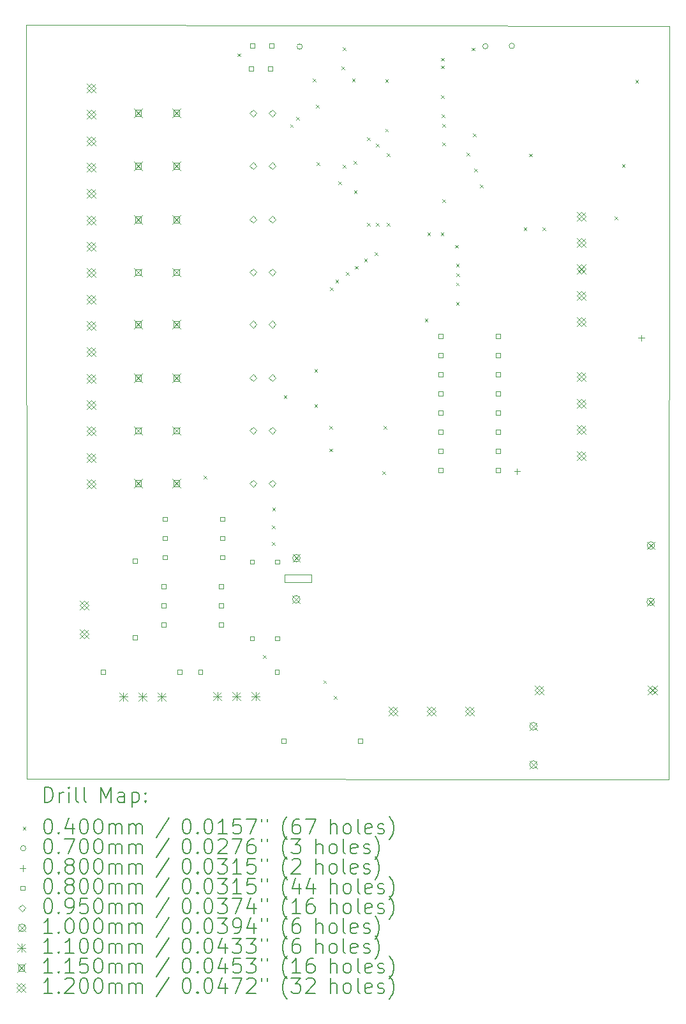
<source format=gbr>
%TF.GenerationSoftware,KiCad,Pcbnew,6.99.0-unknown-f8b157a1fb~149~ubuntu22.04.1*%
%TF.CreationDate,2022-08-25T07:21:56+02:00*%
%TF.ProjectId,in_out,696e5f6f-7574-42e6-9b69-6361645f7063,rev?*%
%TF.SameCoordinates,Original*%
%TF.FileFunction,Drillmap*%
%TF.FilePolarity,Positive*%
%FSLAX45Y45*%
G04 Gerber Fmt 4.5, Leading zero omitted, Abs format (unit mm)*
G04 Created by KiCad (PCBNEW 6.99.0-unknown-f8b157a1fb~149~ubuntu22.04.1) date 2022-08-25 07:21:56*
%MOMM*%
%LPD*%
G01*
G04 APERTURE LIST*
%ADD10C,0.100000*%
%ADD11C,0.200000*%
%ADD12C,0.040000*%
%ADD13C,0.070000*%
%ADD14C,0.080000*%
%ADD15C,0.095000*%
%ADD16C,0.110000*%
%ADD17C,0.115000*%
%ADD18C,0.120000*%
G04 APERTURE END LIST*
D10*
X10820400Y-11353800D02*
X10464800Y-11353800D01*
X15565000Y-13972500D02*
X7042500Y-13962500D01*
X10464800Y-11252200D02*
X10464800Y-11353800D01*
X10820400Y-11252200D02*
X10464800Y-11252200D01*
X15570000Y-3977500D02*
X15565000Y-13972500D01*
X10820400Y-11252200D02*
X10820400Y-11353800D01*
X7037500Y-3962500D02*
X15570000Y-3977500D01*
X7042500Y-13962500D02*
X7037500Y-3962500D01*
D11*
D12*
X9390000Y-9942500D02*
X9430000Y-9982500D01*
X9430000Y-9942500D02*
X9390000Y-9982500D01*
X9840000Y-4340000D02*
X9880000Y-4380000D01*
X9880000Y-4340000D02*
X9840000Y-4380000D01*
X10180000Y-12320000D02*
X10220000Y-12360000D01*
X10220000Y-12320000D02*
X10180000Y-12360000D01*
X10300000Y-10600000D02*
X10340000Y-10640000D01*
X10340000Y-10600000D02*
X10300000Y-10640000D01*
X10300000Y-10820000D02*
X10340000Y-10860000D01*
X10340000Y-10820000D02*
X10300000Y-10860000D01*
X10302560Y-10363520D02*
X10342560Y-10403520D01*
X10342560Y-10363520D02*
X10302560Y-10403520D01*
X10455000Y-8872500D02*
X10495000Y-8912500D01*
X10495000Y-8872500D02*
X10455000Y-8912500D01*
X10540000Y-5280000D02*
X10580000Y-5320000D01*
X10580000Y-5280000D02*
X10540000Y-5320000D01*
X10620000Y-5180000D02*
X10660000Y-5220000D01*
X10660000Y-5180000D02*
X10620000Y-5220000D01*
X10840000Y-4672500D02*
X10880000Y-4712500D01*
X10880000Y-4672500D02*
X10840000Y-4712500D01*
X10861360Y-8529640D02*
X10901360Y-8569640D01*
X10901360Y-8529640D02*
X10861360Y-8569640D01*
X10861360Y-8991920D02*
X10901360Y-9031920D01*
X10901360Y-8991920D02*
X10861360Y-9031920D01*
X10884000Y-5024000D02*
X10924000Y-5064000D01*
X10924000Y-5024000D02*
X10884000Y-5064000D01*
X10887500Y-5786000D02*
X10927500Y-5826000D01*
X10927500Y-5786000D02*
X10887500Y-5826000D01*
X10978200Y-12654600D02*
X11018200Y-12694600D01*
X11018200Y-12654600D02*
X10978200Y-12694600D01*
X11057500Y-9277500D02*
X11097500Y-9317500D01*
X11097500Y-9277500D02*
X11057500Y-9317500D01*
X11060000Y-9580000D02*
X11100000Y-9620000D01*
X11100000Y-9580000D02*
X11060000Y-9620000D01*
X11067500Y-7442500D02*
X11107500Y-7482500D01*
X11107500Y-7442500D02*
X11067500Y-7482500D01*
X11120000Y-12860000D02*
X11160000Y-12900000D01*
X11160000Y-12860000D02*
X11120000Y-12900000D01*
X11140000Y-7340000D02*
X11180000Y-7380000D01*
X11180000Y-7340000D02*
X11140000Y-7380000D01*
X11180000Y-6040000D02*
X11220000Y-6080000D01*
X11220000Y-6040000D02*
X11180000Y-6080000D01*
X11222040Y-4516440D02*
X11262040Y-4556440D01*
X11262040Y-4516440D02*
X11222040Y-4556440D01*
X11240000Y-4260000D02*
X11280000Y-4300000D01*
X11280000Y-4260000D02*
X11240000Y-4300000D01*
X11240000Y-5820000D02*
X11280000Y-5860000D01*
X11280000Y-5820000D02*
X11240000Y-5860000D01*
X11280000Y-7240000D02*
X11320000Y-7280000D01*
X11320000Y-7240000D02*
X11280000Y-7280000D01*
X11360000Y-4672500D02*
X11400000Y-4712500D01*
X11400000Y-4672500D02*
X11360000Y-4712500D01*
X11380000Y-5765000D02*
X11420000Y-5805000D01*
X11420000Y-5765000D02*
X11380000Y-5805000D01*
X11384600Y-6157280D02*
X11424600Y-6197280D01*
X11424600Y-6157280D02*
X11384600Y-6197280D01*
X11400000Y-7160000D02*
X11440000Y-7200000D01*
X11440000Y-7160000D02*
X11400000Y-7200000D01*
X11520000Y-7060000D02*
X11560000Y-7100000D01*
X11560000Y-7060000D02*
X11520000Y-7100000D01*
X11557320Y-5451160D02*
X11597320Y-5491160D01*
X11597320Y-5451160D02*
X11557320Y-5491160D01*
X11560000Y-6585000D02*
X11600000Y-6625000D01*
X11600000Y-6585000D02*
X11560000Y-6625000D01*
X11660000Y-6980000D02*
X11700000Y-7020000D01*
X11700000Y-6980000D02*
X11660000Y-7020000D01*
X11680000Y-5540000D02*
X11720000Y-5580000D01*
X11720000Y-5540000D02*
X11680000Y-5580000D01*
X11680000Y-6585000D02*
X11720000Y-6625000D01*
X11720000Y-6585000D02*
X11680000Y-6625000D01*
X11760000Y-9882500D02*
X11800000Y-9922500D01*
X11800000Y-9882500D02*
X11760000Y-9922500D01*
X11777500Y-9277500D02*
X11817500Y-9317500D01*
X11817500Y-9277500D02*
X11777500Y-9317500D01*
X11800000Y-4680000D02*
X11840000Y-4720000D01*
X11840000Y-4680000D02*
X11800000Y-4720000D01*
X11800000Y-5340000D02*
X11840000Y-5380000D01*
X11840000Y-5340000D02*
X11800000Y-5380000D01*
X11820000Y-5665000D02*
X11860000Y-5705000D01*
X11860000Y-5665000D02*
X11820000Y-5705000D01*
X11820000Y-6585000D02*
X11860000Y-6625000D01*
X11860000Y-6585000D02*
X11820000Y-6625000D01*
X12325000Y-7860000D02*
X12365000Y-7900000D01*
X12365000Y-7860000D02*
X12325000Y-7900000D01*
X12359960Y-6716080D02*
X12399960Y-6756080D01*
X12399960Y-6716080D02*
X12359960Y-6756080D01*
X12537760Y-6716080D02*
X12577760Y-6756080D01*
X12577760Y-6716080D02*
X12537760Y-6756080D01*
X12540000Y-4400000D02*
X12580000Y-4440000D01*
X12580000Y-4400000D02*
X12540000Y-4440000D01*
X12540000Y-4500000D02*
X12580000Y-4540000D01*
X12580000Y-4500000D02*
X12540000Y-4540000D01*
X12543000Y-4897000D02*
X12583000Y-4937000D01*
X12583000Y-4897000D02*
X12543000Y-4937000D01*
X12549000Y-5151000D02*
X12589000Y-5191000D01*
X12589000Y-5151000D02*
X12549000Y-5191000D01*
X12558000Y-5278000D02*
X12598000Y-5318000D01*
X12598000Y-5278000D02*
X12558000Y-5318000D01*
X12560000Y-5520000D02*
X12600000Y-5560000D01*
X12600000Y-5520000D02*
X12560000Y-5560000D01*
X12560000Y-6277500D02*
X12600000Y-6317500D01*
X12600000Y-6277500D02*
X12560000Y-6317500D01*
X12730050Y-6880785D02*
X12770050Y-6920785D01*
X12770050Y-6880785D02*
X12730050Y-6920785D01*
X12740000Y-7130000D02*
X12780000Y-7170000D01*
X12780000Y-7130000D02*
X12740000Y-7170000D01*
X12740000Y-7380000D02*
X12780000Y-7420000D01*
X12780000Y-7380000D02*
X12740000Y-7420000D01*
X12740000Y-7640000D02*
X12780000Y-7680000D01*
X12780000Y-7640000D02*
X12740000Y-7680000D01*
X12742500Y-7255000D02*
X12782500Y-7295000D01*
X12782500Y-7255000D02*
X12742500Y-7295000D01*
X12880000Y-5659000D02*
X12920000Y-5699000D01*
X12920000Y-5659000D02*
X12880000Y-5699000D01*
X12945000Y-4265000D02*
X12985000Y-4305000D01*
X12985000Y-4265000D02*
X12945000Y-4305000D01*
X12965000Y-5405000D02*
X13005000Y-5445000D01*
X13005000Y-5405000D02*
X12965000Y-5445000D01*
X12982500Y-5870000D02*
X13022500Y-5910000D01*
X13022500Y-5870000D02*
X12982500Y-5910000D01*
X13055000Y-6080000D02*
X13095000Y-6120000D01*
X13095000Y-6080000D02*
X13055000Y-6120000D01*
X13637500Y-6647500D02*
X13677500Y-6687500D01*
X13677500Y-6647500D02*
X13637500Y-6687500D01*
X13708700Y-5669600D02*
X13748700Y-5709600D01*
X13748700Y-5669600D02*
X13708700Y-5709600D01*
X13890000Y-6647500D02*
X13930000Y-6687500D01*
X13930000Y-6647500D02*
X13890000Y-6687500D01*
X14842500Y-6505000D02*
X14882500Y-6545000D01*
X14882500Y-6505000D02*
X14842500Y-6545000D01*
X14940600Y-5809300D02*
X14980600Y-5849300D01*
X14980600Y-5809300D02*
X14940600Y-5849300D01*
X15118400Y-4691700D02*
X15158400Y-4731700D01*
X15158400Y-4691700D02*
X15118400Y-4731700D01*
D13*
X10700000Y-4250000D02*
G75*
G03*
X10700000Y-4250000I-35000J0D01*
G01*
X13165000Y-4245000D02*
G75*
G03*
X13165000Y-4245000I-35000J0D01*
G01*
X13515000Y-4240000D02*
G75*
G03*
X13515000Y-4240000I-35000J0D01*
G01*
D14*
X13550000Y-9842500D02*
X13550000Y-9922500D01*
X13510000Y-9882500D02*
X13590000Y-9882500D01*
X15200000Y-8075000D02*
X15200000Y-8155000D01*
X15160000Y-8115000D02*
X15240000Y-8115000D01*
X8085164Y-12570804D02*
X8085164Y-12514235D01*
X8028595Y-12514235D01*
X8028595Y-12570804D01*
X8085164Y-12570804D01*
X8508285Y-11100285D02*
X8508285Y-11043716D01*
X8451716Y-11043716D01*
X8451716Y-11100285D01*
X8508285Y-11100285D01*
X8508285Y-12116284D02*
X8508285Y-12059715D01*
X8451716Y-12059715D01*
X8451716Y-12116284D01*
X8508285Y-12116284D01*
X8891385Y-11434384D02*
X8891385Y-11377815D01*
X8834816Y-11377815D01*
X8834816Y-11434384D01*
X8891385Y-11434384D01*
X8891385Y-11688384D02*
X8891385Y-11631815D01*
X8834816Y-11631815D01*
X8834816Y-11688384D01*
X8891385Y-11688384D01*
X8891385Y-11942384D02*
X8891385Y-11885815D01*
X8834816Y-11885815D01*
X8834816Y-11942384D01*
X8891385Y-11942384D01*
X8907085Y-10542385D02*
X8907085Y-10485816D01*
X8850516Y-10485816D01*
X8850516Y-10542385D01*
X8907085Y-10542385D01*
X8907085Y-10796385D02*
X8907085Y-10739816D01*
X8850516Y-10739816D01*
X8850516Y-10796385D01*
X8907085Y-10796385D01*
X8907085Y-11050385D02*
X8907085Y-10993816D01*
X8850516Y-10993816D01*
X8850516Y-11050385D01*
X8907085Y-11050385D01*
X9101165Y-12570804D02*
X9101165Y-12514235D01*
X9044596Y-12514235D01*
X9044596Y-12570804D01*
X9101165Y-12570804D01*
X9375285Y-12573284D02*
X9375285Y-12516715D01*
X9318716Y-12516715D01*
X9318716Y-12573284D01*
X9375285Y-12573284D01*
X9653385Y-11434384D02*
X9653385Y-11377815D01*
X9596816Y-11377815D01*
X9596816Y-11434384D01*
X9653385Y-11434384D01*
X9653385Y-11688384D02*
X9653385Y-11631815D01*
X9596816Y-11631815D01*
X9596816Y-11688384D01*
X9653385Y-11688384D01*
X9653385Y-11942384D02*
X9653385Y-11885815D01*
X9596816Y-11885815D01*
X9596816Y-11942384D01*
X9653385Y-11942384D01*
X9669085Y-10542385D02*
X9669085Y-10485816D01*
X9612516Y-10485816D01*
X9612516Y-10542385D01*
X9669085Y-10542385D01*
X9669085Y-10796385D02*
X9669085Y-10739816D01*
X9612516Y-10739816D01*
X9612516Y-10796385D01*
X9669085Y-10796385D01*
X9669085Y-11050385D02*
X9669085Y-10993816D01*
X9612516Y-10993816D01*
X9612516Y-11050385D01*
X9669085Y-11050385D01*
X10049285Y-4568285D02*
X10049285Y-4511716D01*
X9992716Y-4511716D01*
X9992716Y-4568285D01*
X10049285Y-4568285D01*
X10063285Y-11112285D02*
X10063285Y-11055716D01*
X10006716Y-11055716D01*
X10006716Y-11112285D01*
X10063285Y-11112285D01*
X10063285Y-12128284D02*
X10063285Y-12071715D01*
X10006716Y-12071715D01*
X10006716Y-12128284D01*
X10063285Y-12128284D01*
X10064285Y-4268285D02*
X10064285Y-4211716D01*
X10007716Y-4211716D01*
X10007716Y-4268285D01*
X10064285Y-4268285D01*
X10303285Y-4568285D02*
X10303285Y-4511716D01*
X10246716Y-4511716D01*
X10246716Y-4568285D01*
X10303285Y-4568285D01*
X10318285Y-4268285D02*
X10318285Y-4211716D01*
X10261716Y-4211716D01*
X10261716Y-4268285D01*
X10318285Y-4268285D01*
X10391285Y-12573284D02*
X10391285Y-12516715D01*
X10334716Y-12516715D01*
X10334716Y-12573284D01*
X10391285Y-12573284D01*
X10398285Y-11112285D02*
X10398285Y-11055716D01*
X10341716Y-11055716D01*
X10341716Y-11112285D01*
X10398285Y-11112285D01*
X10398285Y-12128284D02*
X10398285Y-12071715D01*
X10341716Y-12071715D01*
X10341716Y-12128284D01*
X10398285Y-12128284D01*
X10480285Y-13488284D02*
X10480285Y-13431715D01*
X10423716Y-13431715D01*
X10423716Y-13488284D01*
X10480285Y-13488284D01*
X11496284Y-13488284D02*
X11496284Y-13431715D01*
X11439715Y-13431715D01*
X11439715Y-13488284D01*
X11496284Y-13488284D01*
X12566284Y-8117784D02*
X12566284Y-8061215D01*
X12509715Y-8061215D01*
X12509715Y-8117784D01*
X12566284Y-8117784D01*
X12566284Y-8371784D02*
X12566284Y-8315215D01*
X12509715Y-8315215D01*
X12509715Y-8371784D01*
X12566284Y-8371784D01*
X12566284Y-8625785D02*
X12566284Y-8569216D01*
X12509715Y-8569216D01*
X12509715Y-8625785D01*
X12566284Y-8625785D01*
X12566284Y-8879785D02*
X12566284Y-8823216D01*
X12509715Y-8823216D01*
X12509715Y-8879785D01*
X12566284Y-8879785D01*
X12566284Y-9133785D02*
X12566284Y-9077216D01*
X12509715Y-9077216D01*
X12509715Y-9133785D01*
X12566284Y-9133785D01*
X12566284Y-9387785D02*
X12566284Y-9331216D01*
X12509715Y-9331216D01*
X12509715Y-9387785D01*
X12566284Y-9387785D01*
X12566284Y-9641785D02*
X12566284Y-9585216D01*
X12509715Y-9585216D01*
X12509715Y-9641785D01*
X12566284Y-9641785D01*
X12566284Y-9895785D02*
X12566284Y-9839216D01*
X12509715Y-9839216D01*
X12509715Y-9895785D01*
X12566284Y-9895785D01*
X13328284Y-8117784D02*
X13328284Y-8061215D01*
X13271715Y-8061215D01*
X13271715Y-8117784D01*
X13328284Y-8117784D01*
X13328284Y-8371784D02*
X13328284Y-8315215D01*
X13271715Y-8315215D01*
X13271715Y-8371784D01*
X13328284Y-8371784D01*
X13328284Y-8625785D02*
X13328284Y-8569216D01*
X13271715Y-8569216D01*
X13271715Y-8625785D01*
X13328284Y-8625785D01*
X13328284Y-8879785D02*
X13328284Y-8823216D01*
X13271715Y-8823216D01*
X13271715Y-8879785D01*
X13328284Y-8879785D01*
X13328284Y-9133785D02*
X13328284Y-9077216D01*
X13271715Y-9077216D01*
X13271715Y-9133785D01*
X13328284Y-9133785D01*
X13328284Y-9387785D02*
X13328284Y-9331216D01*
X13271715Y-9331216D01*
X13271715Y-9387785D01*
X13328284Y-9387785D01*
X13328284Y-9641785D02*
X13328284Y-9585216D01*
X13271715Y-9585216D01*
X13271715Y-9641785D01*
X13328284Y-9641785D01*
X13328284Y-9895785D02*
X13328284Y-9839216D01*
X13271715Y-9839216D01*
X13271715Y-9895785D01*
X13328284Y-9895785D01*
D15*
X10047000Y-5179750D02*
X10094500Y-5132250D01*
X10047000Y-5084750D01*
X9999500Y-5132250D01*
X10047000Y-5179750D01*
X10047000Y-5879750D02*
X10094500Y-5832250D01*
X10047000Y-5784750D01*
X9999500Y-5832250D01*
X10047000Y-5879750D01*
X10047000Y-6589750D02*
X10094500Y-6542250D01*
X10047000Y-6494750D01*
X9999500Y-6542250D01*
X10047000Y-6589750D01*
X10047000Y-7289750D02*
X10094500Y-7242250D01*
X10047000Y-7194750D01*
X9999500Y-7242250D01*
X10047000Y-7289750D01*
X10047000Y-7979750D02*
X10094500Y-7932250D01*
X10047000Y-7884750D01*
X9999500Y-7932250D01*
X10047000Y-7979750D01*
X10047000Y-8689750D02*
X10094500Y-8642250D01*
X10047000Y-8594750D01*
X9999500Y-8642250D01*
X10047000Y-8689750D01*
X10047000Y-9389750D02*
X10094500Y-9342250D01*
X10047000Y-9294750D01*
X9999500Y-9342250D01*
X10047000Y-9389750D01*
X10047000Y-10089750D02*
X10094500Y-10042250D01*
X10047000Y-9994750D01*
X9999500Y-10042250D01*
X10047000Y-10089750D01*
X10301000Y-5179750D02*
X10348500Y-5132250D01*
X10301000Y-5084750D01*
X10253500Y-5132250D01*
X10301000Y-5179750D01*
X10301000Y-5879750D02*
X10348500Y-5832250D01*
X10301000Y-5784750D01*
X10253500Y-5832250D01*
X10301000Y-5879750D01*
X10301000Y-6589750D02*
X10348500Y-6542250D01*
X10301000Y-6494750D01*
X10253500Y-6542250D01*
X10301000Y-6589750D01*
X10301000Y-7289750D02*
X10348500Y-7242250D01*
X10301000Y-7194750D01*
X10253500Y-7242250D01*
X10301000Y-7289750D01*
X10301000Y-7979750D02*
X10348500Y-7932250D01*
X10301000Y-7884750D01*
X10253500Y-7932250D01*
X10301000Y-7979750D01*
X10301000Y-8689750D02*
X10348500Y-8642250D01*
X10301000Y-8594750D01*
X10253500Y-8642250D01*
X10301000Y-8689750D01*
X10301000Y-9389750D02*
X10348500Y-9342250D01*
X10301000Y-9294750D01*
X10253500Y-9342250D01*
X10301000Y-9389750D01*
X10301000Y-10089750D02*
X10348500Y-10042250D01*
X10301000Y-9994750D01*
X10253500Y-10042250D01*
X10301000Y-10089750D01*
D10*
X10570000Y-11530000D02*
X10670000Y-11630000D01*
X10670000Y-11530000D02*
X10570000Y-11630000D01*
X10670000Y-11580000D02*
G75*
G03*
X10670000Y-11580000I-50000J0D01*
G01*
X10572280Y-10983760D02*
X10672280Y-11083760D01*
X10672280Y-10983760D02*
X10572280Y-11083760D01*
X10672280Y-11033760D02*
G75*
G03*
X10672280Y-11033760I-50000J0D01*
G01*
X13716800Y-13213880D02*
X13816800Y-13313880D01*
X13816800Y-13213880D02*
X13716800Y-13313880D01*
X13816800Y-13263880D02*
G75*
G03*
X13816800Y-13263880I-50000J0D01*
G01*
X13716800Y-13721880D02*
X13816800Y-13821880D01*
X13816800Y-13721880D02*
X13716800Y-13821880D01*
X13816800Y-13771880D02*
G75*
G03*
X13816800Y-13771880I-50000J0D01*
G01*
X15271280Y-11562880D02*
X15371280Y-11662880D01*
X15371280Y-11562880D02*
X15271280Y-11662880D01*
X15371280Y-11612880D02*
G75*
G03*
X15371280Y-11612880I-50000J0D01*
G01*
X15276360Y-10816120D02*
X15376360Y-10916120D01*
X15376360Y-10816120D02*
X15276360Y-10916120D01*
X15376360Y-10866120D02*
G75*
G03*
X15376360Y-10866120I-50000J0D01*
G01*
D16*
X8272000Y-12815000D02*
X8382000Y-12925000D01*
X8382000Y-12815000D02*
X8272000Y-12925000D01*
X8327000Y-12815000D02*
X8327000Y-12925000D01*
X8272000Y-12870000D02*
X8382000Y-12870000D01*
X8526000Y-12815000D02*
X8636000Y-12925000D01*
X8636000Y-12815000D02*
X8526000Y-12925000D01*
X8581000Y-12815000D02*
X8581000Y-12925000D01*
X8526000Y-12870000D02*
X8636000Y-12870000D01*
X8780000Y-12815000D02*
X8890000Y-12925000D01*
X8890000Y-12815000D02*
X8780000Y-12925000D01*
X8835000Y-12815000D02*
X8835000Y-12925000D01*
X8780000Y-12870000D02*
X8890000Y-12870000D01*
X9521000Y-12810500D02*
X9631000Y-12920500D01*
X9631000Y-12810500D02*
X9521000Y-12920500D01*
X9576000Y-12810500D02*
X9576000Y-12920500D01*
X9521000Y-12865500D02*
X9631000Y-12865500D01*
X9775000Y-12810500D02*
X9885000Y-12920500D01*
X9885000Y-12810500D02*
X9775000Y-12920500D01*
X9830000Y-12810500D02*
X9830000Y-12920500D01*
X9775000Y-12865500D02*
X9885000Y-12865500D01*
X10029000Y-12810500D02*
X10139000Y-12920500D01*
X10139000Y-12810500D02*
X10029000Y-12920500D01*
X10084000Y-12810500D02*
X10084000Y-12920500D01*
X10029000Y-12865500D02*
X10139000Y-12865500D01*
D17*
X8465500Y-5074750D02*
X8580500Y-5189750D01*
X8580500Y-5074750D02*
X8465500Y-5189750D01*
X8563659Y-5172909D02*
X8563659Y-5091591D01*
X8482341Y-5091591D01*
X8482341Y-5172909D01*
X8563659Y-5172909D01*
X8465500Y-5774750D02*
X8580500Y-5889750D01*
X8580500Y-5774750D02*
X8465500Y-5889750D01*
X8563659Y-5872909D02*
X8563659Y-5791591D01*
X8482341Y-5791591D01*
X8482341Y-5872909D01*
X8563659Y-5872909D01*
X8465500Y-6484750D02*
X8580500Y-6599750D01*
X8580500Y-6484750D02*
X8465500Y-6599750D01*
X8563659Y-6582909D02*
X8563659Y-6501591D01*
X8482341Y-6501591D01*
X8482341Y-6582909D01*
X8563659Y-6582909D01*
X8465500Y-7184750D02*
X8580500Y-7299750D01*
X8580500Y-7184750D02*
X8465500Y-7299750D01*
X8563659Y-7282909D02*
X8563659Y-7201591D01*
X8482341Y-7201591D01*
X8482341Y-7282909D01*
X8563659Y-7282909D01*
X8465500Y-7874750D02*
X8580500Y-7989750D01*
X8580500Y-7874750D02*
X8465500Y-7989750D01*
X8563659Y-7972909D02*
X8563659Y-7891591D01*
X8482341Y-7891591D01*
X8482341Y-7972909D01*
X8563659Y-7972909D01*
X8465500Y-8584750D02*
X8580500Y-8699750D01*
X8580500Y-8584750D02*
X8465500Y-8699750D01*
X8563659Y-8682909D02*
X8563659Y-8601591D01*
X8482341Y-8601591D01*
X8482341Y-8682909D01*
X8563659Y-8682909D01*
X8465500Y-9284750D02*
X8580500Y-9399750D01*
X8580500Y-9284750D02*
X8465500Y-9399750D01*
X8563659Y-9382909D02*
X8563659Y-9301591D01*
X8482341Y-9301591D01*
X8482341Y-9382909D01*
X8563659Y-9382909D01*
X8465500Y-9984750D02*
X8580500Y-10099750D01*
X8580500Y-9984750D02*
X8465500Y-10099750D01*
X8563659Y-10082909D02*
X8563659Y-10001591D01*
X8482341Y-10001591D01*
X8482341Y-10082909D01*
X8563659Y-10082909D01*
X8973500Y-5074750D02*
X9088500Y-5189750D01*
X9088500Y-5074750D02*
X8973500Y-5189750D01*
X9071659Y-5172909D02*
X9071659Y-5091591D01*
X8990341Y-5091591D01*
X8990341Y-5172909D01*
X9071659Y-5172909D01*
X8973500Y-5774750D02*
X9088500Y-5889750D01*
X9088500Y-5774750D02*
X8973500Y-5889750D01*
X9071659Y-5872909D02*
X9071659Y-5791591D01*
X8990341Y-5791591D01*
X8990341Y-5872909D01*
X9071659Y-5872909D01*
X8973500Y-6484750D02*
X9088500Y-6599750D01*
X9088500Y-6484750D02*
X8973500Y-6599750D01*
X9071659Y-6582909D02*
X9071659Y-6501591D01*
X8990341Y-6501591D01*
X8990341Y-6582909D01*
X9071659Y-6582909D01*
X8973500Y-7184750D02*
X9088500Y-7299750D01*
X9088500Y-7184750D02*
X8973500Y-7299750D01*
X9071659Y-7282909D02*
X9071659Y-7201591D01*
X8990341Y-7201591D01*
X8990341Y-7282909D01*
X9071659Y-7282909D01*
X8973500Y-7874750D02*
X9088500Y-7989750D01*
X9088500Y-7874750D02*
X8973500Y-7989750D01*
X9071659Y-7972909D02*
X9071659Y-7891591D01*
X8990341Y-7891591D01*
X8990341Y-7972909D01*
X9071659Y-7972909D01*
X8973500Y-8584750D02*
X9088500Y-8699750D01*
X9088500Y-8584750D02*
X8973500Y-8699750D01*
X9071659Y-8682909D02*
X9071659Y-8601591D01*
X8990341Y-8601591D01*
X8990341Y-8682909D01*
X9071659Y-8682909D01*
X8973500Y-9284750D02*
X9088500Y-9399750D01*
X9088500Y-9284750D02*
X8973500Y-9399750D01*
X9071659Y-9382909D02*
X9071659Y-9301591D01*
X8990341Y-9301591D01*
X8990341Y-9382909D01*
X9071659Y-9382909D01*
X8973500Y-9984750D02*
X9088500Y-10099750D01*
X9088500Y-9984750D02*
X8973500Y-10099750D01*
X9071659Y-10082909D02*
X9071659Y-10001591D01*
X8990341Y-10001591D01*
X8990341Y-10082909D01*
X9071659Y-10082909D01*
D18*
X7749750Y-11597810D02*
X7869750Y-11717810D01*
X7869750Y-11597810D02*
X7749750Y-11717810D01*
X7809750Y-11717810D02*
X7869750Y-11657810D01*
X7809750Y-11597810D01*
X7749750Y-11657810D01*
X7809750Y-11717810D01*
X7749750Y-11978810D02*
X7869750Y-12098810D01*
X7869750Y-11978810D02*
X7749750Y-12098810D01*
X7809750Y-12098810D02*
X7869750Y-12038810D01*
X7809750Y-11978810D01*
X7749750Y-12038810D01*
X7809750Y-12098810D01*
X7839250Y-4740000D02*
X7959250Y-4860000D01*
X7959250Y-4740000D02*
X7839250Y-4860000D01*
X7899250Y-4860000D02*
X7959250Y-4800000D01*
X7899250Y-4740000D01*
X7839250Y-4800000D01*
X7899250Y-4860000D01*
X7839250Y-5090000D02*
X7959250Y-5210000D01*
X7959250Y-5090000D02*
X7839250Y-5210000D01*
X7899250Y-5210000D02*
X7959250Y-5150000D01*
X7899250Y-5090000D01*
X7839250Y-5150000D01*
X7899250Y-5210000D01*
X7839250Y-5440000D02*
X7959250Y-5560000D01*
X7959250Y-5440000D02*
X7839250Y-5560000D01*
X7899250Y-5560000D02*
X7959250Y-5500000D01*
X7899250Y-5440000D01*
X7839250Y-5500000D01*
X7899250Y-5560000D01*
X7839250Y-5790000D02*
X7959250Y-5910000D01*
X7959250Y-5790000D02*
X7839250Y-5910000D01*
X7899250Y-5910000D02*
X7959250Y-5850000D01*
X7899250Y-5790000D01*
X7839250Y-5850000D01*
X7899250Y-5910000D01*
X7839250Y-6140000D02*
X7959250Y-6260000D01*
X7959250Y-6140000D02*
X7839250Y-6260000D01*
X7899250Y-6260000D02*
X7959250Y-6200000D01*
X7899250Y-6140000D01*
X7839250Y-6200000D01*
X7899250Y-6260000D01*
X7839250Y-6490000D02*
X7959250Y-6610000D01*
X7959250Y-6490000D02*
X7839250Y-6610000D01*
X7899250Y-6610000D02*
X7959250Y-6550000D01*
X7899250Y-6490000D01*
X7839250Y-6550000D01*
X7899250Y-6610000D01*
X7839250Y-6840000D02*
X7959250Y-6960000D01*
X7959250Y-6840000D02*
X7839250Y-6960000D01*
X7899250Y-6960000D02*
X7959250Y-6900000D01*
X7899250Y-6840000D01*
X7839250Y-6900000D01*
X7899250Y-6960000D01*
X7839250Y-7190000D02*
X7959250Y-7310000D01*
X7959250Y-7190000D02*
X7839250Y-7310000D01*
X7899250Y-7310000D02*
X7959250Y-7250000D01*
X7899250Y-7190000D01*
X7839250Y-7250000D01*
X7899250Y-7310000D01*
X7839250Y-7540000D02*
X7959250Y-7660000D01*
X7959250Y-7540000D02*
X7839250Y-7660000D01*
X7899250Y-7660000D02*
X7959250Y-7600000D01*
X7899250Y-7540000D01*
X7839250Y-7600000D01*
X7899250Y-7660000D01*
X7839250Y-7890000D02*
X7959250Y-8010000D01*
X7959250Y-7890000D02*
X7839250Y-8010000D01*
X7899250Y-8010000D02*
X7959250Y-7950000D01*
X7899250Y-7890000D01*
X7839250Y-7950000D01*
X7899250Y-8010000D01*
X7839250Y-8240000D02*
X7959250Y-8360000D01*
X7959250Y-8240000D02*
X7839250Y-8360000D01*
X7899250Y-8360000D02*
X7959250Y-8300000D01*
X7899250Y-8240000D01*
X7839250Y-8300000D01*
X7899250Y-8360000D01*
X7839250Y-8590000D02*
X7959250Y-8710000D01*
X7959250Y-8590000D02*
X7839250Y-8710000D01*
X7899250Y-8710000D02*
X7959250Y-8650000D01*
X7899250Y-8590000D01*
X7839250Y-8650000D01*
X7899250Y-8710000D01*
X7839250Y-8940000D02*
X7959250Y-9060000D01*
X7959250Y-8940000D02*
X7839250Y-9060000D01*
X7899250Y-9060000D02*
X7959250Y-9000000D01*
X7899250Y-8940000D01*
X7839250Y-9000000D01*
X7899250Y-9060000D01*
X7839250Y-9290000D02*
X7959250Y-9410000D01*
X7959250Y-9290000D02*
X7839250Y-9410000D01*
X7899250Y-9410000D02*
X7959250Y-9350000D01*
X7899250Y-9290000D01*
X7839250Y-9350000D01*
X7899250Y-9410000D01*
X7839250Y-9640000D02*
X7959250Y-9760000D01*
X7959250Y-9640000D02*
X7839250Y-9760000D01*
X7899250Y-9760000D02*
X7959250Y-9700000D01*
X7899250Y-9640000D01*
X7839250Y-9700000D01*
X7899250Y-9760000D01*
X7839250Y-9990000D02*
X7959250Y-10110000D01*
X7959250Y-9990000D02*
X7839250Y-10110000D01*
X7899250Y-10110000D02*
X7959250Y-10050000D01*
X7899250Y-9990000D01*
X7839250Y-10050000D01*
X7899250Y-10110000D01*
X11847520Y-13000680D02*
X11967520Y-13120680D01*
X11967520Y-13000680D02*
X11847520Y-13120680D01*
X11907520Y-13120680D02*
X11967520Y-13060680D01*
X11907520Y-13000680D01*
X11847520Y-13060680D01*
X11907520Y-13120680D01*
X12355520Y-13000680D02*
X12475520Y-13120680D01*
X12475520Y-13000680D02*
X12355520Y-13120680D01*
X12415520Y-13120680D02*
X12475520Y-13060680D01*
X12415520Y-13000680D01*
X12355520Y-13060680D01*
X12415520Y-13120680D01*
X12863520Y-13000680D02*
X12983520Y-13120680D01*
X12983520Y-13000680D02*
X12863520Y-13120680D01*
X12923520Y-13120680D02*
X12983520Y-13060680D01*
X12923520Y-13000680D01*
X12863520Y-13060680D01*
X12923520Y-13120680D01*
X13786680Y-12721280D02*
X13906680Y-12841280D01*
X13906680Y-12721280D02*
X13786680Y-12841280D01*
X13846680Y-12841280D02*
X13906680Y-12781280D01*
X13846680Y-12721280D01*
X13786680Y-12781280D01*
X13846680Y-12841280D01*
X14340000Y-6440000D02*
X14460000Y-6560000D01*
X14460000Y-6440000D02*
X14340000Y-6560000D01*
X14400000Y-6560000D02*
X14460000Y-6500000D01*
X14400000Y-6440000D01*
X14340000Y-6500000D01*
X14400000Y-6560000D01*
X14340000Y-6790000D02*
X14460000Y-6910000D01*
X14460000Y-6790000D02*
X14340000Y-6910000D01*
X14400000Y-6910000D02*
X14460000Y-6850000D01*
X14400000Y-6790000D01*
X14340000Y-6850000D01*
X14400000Y-6910000D01*
X14340000Y-7140000D02*
X14460000Y-7260000D01*
X14460000Y-7140000D02*
X14340000Y-7260000D01*
X14400000Y-7260000D02*
X14460000Y-7200000D01*
X14400000Y-7140000D01*
X14340000Y-7200000D01*
X14400000Y-7260000D01*
X14340000Y-7490000D02*
X14460000Y-7610000D01*
X14460000Y-7490000D02*
X14340000Y-7610000D01*
X14400000Y-7610000D02*
X14460000Y-7550000D01*
X14400000Y-7490000D01*
X14340000Y-7550000D01*
X14400000Y-7610000D01*
X14340000Y-7840000D02*
X14460000Y-7960000D01*
X14460000Y-7840000D02*
X14340000Y-7960000D01*
X14400000Y-7960000D02*
X14460000Y-7900000D01*
X14400000Y-7840000D01*
X14340000Y-7900000D01*
X14400000Y-7960000D01*
X14340000Y-8570000D02*
X14460000Y-8690000D01*
X14460000Y-8570000D02*
X14340000Y-8690000D01*
X14400000Y-8690000D02*
X14460000Y-8630000D01*
X14400000Y-8570000D01*
X14340000Y-8630000D01*
X14400000Y-8690000D01*
X14340000Y-8920000D02*
X14460000Y-9040000D01*
X14460000Y-8920000D02*
X14340000Y-9040000D01*
X14400000Y-9040000D02*
X14460000Y-8980000D01*
X14400000Y-8920000D01*
X14340000Y-8980000D01*
X14400000Y-9040000D01*
X14340000Y-9270000D02*
X14460000Y-9390000D01*
X14460000Y-9270000D02*
X14340000Y-9390000D01*
X14400000Y-9390000D02*
X14460000Y-9330000D01*
X14400000Y-9270000D01*
X14340000Y-9330000D01*
X14400000Y-9390000D01*
X14340000Y-9620000D02*
X14460000Y-9740000D01*
X14460000Y-9620000D02*
X14340000Y-9740000D01*
X14400000Y-9740000D02*
X14460000Y-9680000D01*
X14400000Y-9620000D01*
X14340000Y-9680000D01*
X14400000Y-9740000D01*
X15286680Y-12721280D02*
X15406680Y-12841280D01*
X15406680Y-12721280D02*
X15286680Y-12841280D01*
X15346680Y-12841280D02*
X15406680Y-12781280D01*
X15346680Y-12721280D01*
X15286680Y-12781280D01*
X15346680Y-12841280D01*
D11*
X7280119Y-14270976D02*
X7280119Y-14070976D01*
X7280119Y-14070976D02*
X7327738Y-14070976D01*
X7327738Y-14070976D02*
X7356309Y-14080500D01*
X7356309Y-14080500D02*
X7375357Y-14099548D01*
X7375357Y-14099548D02*
X7384881Y-14118595D01*
X7384881Y-14118595D02*
X7394405Y-14156690D01*
X7394405Y-14156690D02*
X7394405Y-14185262D01*
X7394405Y-14185262D02*
X7384881Y-14223357D01*
X7384881Y-14223357D02*
X7375357Y-14242405D01*
X7375357Y-14242405D02*
X7356309Y-14261452D01*
X7356309Y-14261452D02*
X7327738Y-14270976D01*
X7327738Y-14270976D02*
X7280119Y-14270976D01*
X7480119Y-14270976D02*
X7480119Y-14137643D01*
X7480119Y-14175738D02*
X7489643Y-14156690D01*
X7489643Y-14156690D02*
X7499167Y-14147167D01*
X7499167Y-14147167D02*
X7518214Y-14137643D01*
X7518214Y-14137643D02*
X7537262Y-14137643D01*
X7603928Y-14270976D02*
X7603928Y-14137643D01*
X7603928Y-14070976D02*
X7594405Y-14080500D01*
X7594405Y-14080500D02*
X7603928Y-14090024D01*
X7603928Y-14090024D02*
X7613452Y-14080500D01*
X7613452Y-14080500D02*
X7603928Y-14070976D01*
X7603928Y-14070976D02*
X7603928Y-14090024D01*
X7727738Y-14270976D02*
X7708690Y-14261452D01*
X7708690Y-14261452D02*
X7699167Y-14242405D01*
X7699167Y-14242405D02*
X7699167Y-14070976D01*
X7832500Y-14270976D02*
X7813452Y-14261452D01*
X7813452Y-14261452D02*
X7803928Y-14242405D01*
X7803928Y-14242405D02*
X7803928Y-14070976D01*
X8028690Y-14270976D02*
X8028690Y-14070976D01*
X8028690Y-14070976D02*
X8095357Y-14213833D01*
X8095357Y-14213833D02*
X8162024Y-14070976D01*
X8162024Y-14070976D02*
X8162024Y-14270976D01*
X8342976Y-14270976D02*
X8342976Y-14166214D01*
X8342976Y-14166214D02*
X8333452Y-14147167D01*
X8333452Y-14147167D02*
X8314405Y-14137643D01*
X8314405Y-14137643D02*
X8276309Y-14137643D01*
X8276309Y-14137643D02*
X8257262Y-14147167D01*
X8342976Y-14261452D02*
X8323928Y-14270976D01*
X8323928Y-14270976D02*
X8276309Y-14270976D01*
X8276309Y-14270976D02*
X8257262Y-14261452D01*
X8257262Y-14261452D02*
X8247738Y-14242405D01*
X8247738Y-14242405D02*
X8247738Y-14223357D01*
X8247738Y-14223357D02*
X8257262Y-14204309D01*
X8257262Y-14204309D02*
X8276309Y-14194786D01*
X8276309Y-14194786D02*
X8323928Y-14194786D01*
X8323928Y-14194786D02*
X8342976Y-14185262D01*
X8438214Y-14137643D02*
X8438214Y-14337643D01*
X8438214Y-14147167D02*
X8457262Y-14137643D01*
X8457262Y-14137643D02*
X8495357Y-14137643D01*
X8495357Y-14137643D02*
X8514405Y-14147167D01*
X8514405Y-14147167D02*
X8523929Y-14156690D01*
X8523929Y-14156690D02*
X8533452Y-14175738D01*
X8533452Y-14175738D02*
X8533452Y-14232881D01*
X8533452Y-14232881D02*
X8523929Y-14251928D01*
X8523929Y-14251928D02*
X8514405Y-14261452D01*
X8514405Y-14261452D02*
X8495357Y-14270976D01*
X8495357Y-14270976D02*
X8457262Y-14270976D01*
X8457262Y-14270976D02*
X8438214Y-14261452D01*
X8619167Y-14251928D02*
X8628690Y-14261452D01*
X8628690Y-14261452D02*
X8619167Y-14270976D01*
X8619167Y-14270976D02*
X8609643Y-14261452D01*
X8609643Y-14261452D02*
X8619167Y-14251928D01*
X8619167Y-14251928D02*
X8619167Y-14270976D01*
X8619167Y-14147167D02*
X8628690Y-14156690D01*
X8628690Y-14156690D02*
X8619167Y-14166214D01*
X8619167Y-14166214D02*
X8609643Y-14156690D01*
X8609643Y-14156690D02*
X8619167Y-14147167D01*
X8619167Y-14147167D02*
X8619167Y-14166214D01*
D12*
X6992500Y-14597500D02*
X7032500Y-14637500D01*
X7032500Y-14597500D02*
X6992500Y-14637500D01*
D11*
X7318214Y-14490976D02*
X7337262Y-14490976D01*
X7337262Y-14490976D02*
X7356309Y-14500500D01*
X7356309Y-14500500D02*
X7365833Y-14510024D01*
X7365833Y-14510024D02*
X7375357Y-14529071D01*
X7375357Y-14529071D02*
X7384881Y-14567167D01*
X7384881Y-14567167D02*
X7384881Y-14614786D01*
X7384881Y-14614786D02*
X7375357Y-14652881D01*
X7375357Y-14652881D02*
X7365833Y-14671928D01*
X7365833Y-14671928D02*
X7356309Y-14681452D01*
X7356309Y-14681452D02*
X7337262Y-14690976D01*
X7337262Y-14690976D02*
X7318214Y-14690976D01*
X7318214Y-14690976D02*
X7299167Y-14681452D01*
X7299167Y-14681452D02*
X7289643Y-14671928D01*
X7289643Y-14671928D02*
X7280119Y-14652881D01*
X7280119Y-14652881D02*
X7270595Y-14614786D01*
X7270595Y-14614786D02*
X7270595Y-14567167D01*
X7270595Y-14567167D02*
X7280119Y-14529071D01*
X7280119Y-14529071D02*
X7289643Y-14510024D01*
X7289643Y-14510024D02*
X7299167Y-14500500D01*
X7299167Y-14500500D02*
X7318214Y-14490976D01*
X7470595Y-14671928D02*
X7480119Y-14681452D01*
X7480119Y-14681452D02*
X7470595Y-14690976D01*
X7470595Y-14690976D02*
X7461071Y-14681452D01*
X7461071Y-14681452D02*
X7470595Y-14671928D01*
X7470595Y-14671928D02*
X7470595Y-14690976D01*
X7651548Y-14557643D02*
X7651548Y-14690976D01*
X7603928Y-14481452D02*
X7556309Y-14624309D01*
X7556309Y-14624309D02*
X7680119Y-14624309D01*
X7794405Y-14490976D02*
X7813452Y-14490976D01*
X7813452Y-14490976D02*
X7832500Y-14500500D01*
X7832500Y-14500500D02*
X7842024Y-14510024D01*
X7842024Y-14510024D02*
X7851548Y-14529071D01*
X7851548Y-14529071D02*
X7861071Y-14567167D01*
X7861071Y-14567167D02*
X7861071Y-14614786D01*
X7861071Y-14614786D02*
X7851548Y-14652881D01*
X7851548Y-14652881D02*
X7842024Y-14671928D01*
X7842024Y-14671928D02*
X7832500Y-14681452D01*
X7832500Y-14681452D02*
X7813452Y-14690976D01*
X7813452Y-14690976D02*
X7794405Y-14690976D01*
X7794405Y-14690976D02*
X7775357Y-14681452D01*
X7775357Y-14681452D02*
X7765833Y-14671928D01*
X7765833Y-14671928D02*
X7756309Y-14652881D01*
X7756309Y-14652881D02*
X7746786Y-14614786D01*
X7746786Y-14614786D02*
X7746786Y-14567167D01*
X7746786Y-14567167D02*
X7756309Y-14529071D01*
X7756309Y-14529071D02*
X7765833Y-14510024D01*
X7765833Y-14510024D02*
X7775357Y-14500500D01*
X7775357Y-14500500D02*
X7794405Y-14490976D01*
X7984881Y-14490976D02*
X8003929Y-14490976D01*
X8003929Y-14490976D02*
X8022976Y-14500500D01*
X8022976Y-14500500D02*
X8032500Y-14510024D01*
X8032500Y-14510024D02*
X8042024Y-14529071D01*
X8042024Y-14529071D02*
X8051548Y-14567167D01*
X8051548Y-14567167D02*
X8051548Y-14614786D01*
X8051548Y-14614786D02*
X8042024Y-14652881D01*
X8042024Y-14652881D02*
X8032500Y-14671928D01*
X8032500Y-14671928D02*
X8022976Y-14681452D01*
X8022976Y-14681452D02*
X8003929Y-14690976D01*
X8003929Y-14690976D02*
X7984881Y-14690976D01*
X7984881Y-14690976D02*
X7965833Y-14681452D01*
X7965833Y-14681452D02*
X7956309Y-14671928D01*
X7956309Y-14671928D02*
X7946786Y-14652881D01*
X7946786Y-14652881D02*
X7937262Y-14614786D01*
X7937262Y-14614786D02*
X7937262Y-14567167D01*
X7937262Y-14567167D02*
X7946786Y-14529071D01*
X7946786Y-14529071D02*
X7956309Y-14510024D01*
X7956309Y-14510024D02*
X7965833Y-14500500D01*
X7965833Y-14500500D02*
X7984881Y-14490976D01*
X8137262Y-14690976D02*
X8137262Y-14557643D01*
X8137262Y-14576690D02*
X8146786Y-14567167D01*
X8146786Y-14567167D02*
X8165833Y-14557643D01*
X8165833Y-14557643D02*
X8194405Y-14557643D01*
X8194405Y-14557643D02*
X8213452Y-14567167D01*
X8213452Y-14567167D02*
X8222976Y-14586214D01*
X8222976Y-14586214D02*
X8222976Y-14690976D01*
X8222976Y-14586214D02*
X8232500Y-14567167D01*
X8232500Y-14567167D02*
X8251548Y-14557643D01*
X8251548Y-14557643D02*
X8280119Y-14557643D01*
X8280119Y-14557643D02*
X8299167Y-14567167D01*
X8299167Y-14567167D02*
X8308690Y-14586214D01*
X8308690Y-14586214D02*
X8308690Y-14690976D01*
X8403929Y-14690976D02*
X8403929Y-14557643D01*
X8403929Y-14576690D02*
X8413452Y-14567167D01*
X8413452Y-14567167D02*
X8432500Y-14557643D01*
X8432500Y-14557643D02*
X8461072Y-14557643D01*
X8461072Y-14557643D02*
X8480119Y-14567167D01*
X8480119Y-14567167D02*
X8489643Y-14586214D01*
X8489643Y-14586214D02*
X8489643Y-14690976D01*
X8489643Y-14586214D02*
X8499167Y-14567167D01*
X8499167Y-14567167D02*
X8518214Y-14557643D01*
X8518214Y-14557643D02*
X8546786Y-14557643D01*
X8546786Y-14557643D02*
X8565833Y-14567167D01*
X8565833Y-14567167D02*
X8575357Y-14586214D01*
X8575357Y-14586214D02*
X8575357Y-14690976D01*
X8933452Y-14481452D02*
X8762024Y-14738595D01*
X9158214Y-14490976D02*
X9177262Y-14490976D01*
X9177262Y-14490976D02*
X9196310Y-14500500D01*
X9196310Y-14500500D02*
X9205833Y-14510024D01*
X9205833Y-14510024D02*
X9215357Y-14529071D01*
X9215357Y-14529071D02*
X9224881Y-14567167D01*
X9224881Y-14567167D02*
X9224881Y-14614786D01*
X9224881Y-14614786D02*
X9215357Y-14652881D01*
X9215357Y-14652881D02*
X9205833Y-14671928D01*
X9205833Y-14671928D02*
X9196310Y-14681452D01*
X9196310Y-14681452D02*
X9177262Y-14690976D01*
X9177262Y-14690976D02*
X9158214Y-14690976D01*
X9158214Y-14690976D02*
X9139167Y-14681452D01*
X9139167Y-14681452D02*
X9129643Y-14671928D01*
X9129643Y-14671928D02*
X9120119Y-14652881D01*
X9120119Y-14652881D02*
X9110595Y-14614786D01*
X9110595Y-14614786D02*
X9110595Y-14567167D01*
X9110595Y-14567167D02*
X9120119Y-14529071D01*
X9120119Y-14529071D02*
X9129643Y-14510024D01*
X9129643Y-14510024D02*
X9139167Y-14500500D01*
X9139167Y-14500500D02*
X9158214Y-14490976D01*
X9310595Y-14671928D02*
X9320119Y-14681452D01*
X9320119Y-14681452D02*
X9310595Y-14690976D01*
X9310595Y-14690976D02*
X9301072Y-14681452D01*
X9301072Y-14681452D02*
X9310595Y-14671928D01*
X9310595Y-14671928D02*
X9310595Y-14690976D01*
X9443929Y-14490976D02*
X9462976Y-14490976D01*
X9462976Y-14490976D02*
X9482024Y-14500500D01*
X9482024Y-14500500D02*
X9491548Y-14510024D01*
X9491548Y-14510024D02*
X9501072Y-14529071D01*
X9501072Y-14529071D02*
X9510595Y-14567167D01*
X9510595Y-14567167D02*
X9510595Y-14614786D01*
X9510595Y-14614786D02*
X9501072Y-14652881D01*
X9501072Y-14652881D02*
X9491548Y-14671928D01*
X9491548Y-14671928D02*
X9482024Y-14681452D01*
X9482024Y-14681452D02*
X9462976Y-14690976D01*
X9462976Y-14690976D02*
X9443929Y-14690976D01*
X9443929Y-14690976D02*
X9424881Y-14681452D01*
X9424881Y-14681452D02*
X9415357Y-14671928D01*
X9415357Y-14671928D02*
X9405833Y-14652881D01*
X9405833Y-14652881D02*
X9396310Y-14614786D01*
X9396310Y-14614786D02*
X9396310Y-14567167D01*
X9396310Y-14567167D02*
X9405833Y-14529071D01*
X9405833Y-14529071D02*
X9415357Y-14510024D01*
X9415357Y-14510024D02*
X9424881Y-14500500D01*
X9424881Y-14500500D02*
X9443929Y-14490976D01*
X9701072Y-14690976D02*
X9586786Y-14690976D01*
X9643929Y-14690976D02*
X9643929Y-14490976D01*
X9643929Y-14490976D02*
X9624881Y-14519548D01*
X9624881Y-14519548D02*
X9605833Y-14538595D01*
X9605833Y-14538595D02*
X9586786Y-14548119D01*
X9882024Y-14490976D02*
X9786786Y-14490976D01*
X9786786Y-14490976D02*
X9777262Y-14586214D01*
X9777262Y-14586214D02*
X9786786Y-14576690D01*
X9786786Y-14576690D02*
X9805833Y-14567167D01*
X9805833Y-14567167D02*
X9853453Y-14567167D01*
X9853453Y-14567167D02*
X9872500Y-14576690D01*
X9872500Y-14576690D02*
X9882024Y-14586214D01*
X9882024Y-14586214D02*
X9891548Y-14605262D01*
X9891548Y-14605262D02*
X9891548Y-14652881D01*
X9891548Y-14652881D02*
X9882024Y-14671928D01*
X9882024Y-14671928D02*
X9872500Y-14681452D01*
X9872500Y-14681452D02*
X9853453Y-14690976D01*
X9853453Y-14690976D02*
X9805833Y-14690976D01*
X9805833Y-14690976D02*
X9786786Y-14681452D01*
X9786786Y-14681452D02*
X9777262Y-14671928D01*
X9958214Y-14490976D02*
X10091548Y-14490976D01*
X10091548Y-14490976D02*
X10005833Y-14690976D01*
X10158214Y-14490976D02*
X10158214Y-14529071D01*
X10234405Y-14490976D02*
X10234405Y-14529071D01*
X10497262Y-14767167D02*
X10487738Y-14757643D01*
X10487738Y-14757643D02*
X10468691Y-14729071D01*
X10468691Y-14729071D02*
X10459167Y-14710024D01*
X10459167Y-14710024D02*
X10449643Y-14681452D01*
X10449643Y-14681452D02*
X10440119Y-14633833D01*
X10440119Y-14633833D02*
X10440119Y-14595738D01*
X10440119Y-14595738D02*
X10449643Y-14548119D01*
X10449643Y-14548119D02*
X10459167Y-14519548D01*
X10459167Y-14519548D02*
X10468691Y-14500500D01*
X10468691Y-14500500D02*
X10487738Y-14471928D01*
X10487738Y-14471928D02*
X10497262Y-14462405D01*
X10659167Y-14490976D02*
X10621072Y-14490976D01*
X10621072Y-14490976D02*
X10602024Y-14500500D01*
X10602024Y-14500500D02*
X10592500Y-14510024D01*
X10592500Y-14510024D02*
X10573453Y-14538595D01*
X10573453Y-14538595D02*
X10563929Y-14576690D01*
X10563929Y-14576690D02*
X10563929Y-14652881D01*
X10563929Y-14652881D02*
X10573453Y-14671928D01*
X10573453Y-14671928D02*
X10582976Y-14681452D01*
X10582976Y-14681452D02*
X10602024Y-14690976D01*
X10602024Y-14690976D02*
X10640119Y-14690976D01*
X10640119Y-14690976D02*
X10659167Y-14681452D01*
X10659167Y-14681452D02*
X10668691Y-14671928D01*
X10668691Y-14671928D02*
X10678214Y-14652881D01*
X10678214Y-14652881D02*
X10678214Y-14605262D01*
X10678214Y-14605262D02*
X10668691Y-14586214D01*
X10668691Y-14586214D02*
X10659167Y-14576690D01*
X10659167Y-14576690D02*
X10640119Y-14567167D01*
X10640119Y-14567167D02*
X10602024Y-14567167D01*
X10602024Y-14567167D02*
X10582976Y-14576690D01*
X10582976Y-14576690D02*
X10573453Y-14586214D01*
X10573453Y-14586214D02*
X10563929Y-14605262D01*
X10744881Y-14490976D02*
X10878214Y-14490976D01*
X10878214Y-14490976D02*
X10792500Y-14690976D01*
X11074405Y-14690976D02*
X11074405Y-14490976D01*
X11160119Y-14690976D02*
X11160119Y-14586214D01*
X11160119Y-14586214D02*
X11150595Y-14567167D01*
X11150595Y-14567167D02*
X11131548Y-14557643D01*
X11131548Y-14557643D02*
X11102976Y-14557643D01*
X11102976Y-14557643D02*
X11083929Y-14567167D01*
X11083929Y-14567167D02*
X11074405Y-14576690D01*
X11283929Y-14690976D02*
X11264881Y-14681452D01*
X11264881Y-14681452D02*
X11255357Y-14671928D01*
X11255357Y-14671928D02*
X11245833Y-14652881D01*
X11245833Y-14652881D02*
X11245833Y-14595738D01*
X11245833Y-14595738D02*
X11255357Y-14576690D01*
X11255357Y-14576690D02*
X11264881Y-14567167D01*
X11264881Y-14567167D02*
X11283929Y-14557643D01*
X11283929Y-14557643D02*
X11312500Y-14557643D01*
X11312500Y-14557643D02*
X11331548Y-14567167D01*
X11331548Y-14567167D02*
X11341072Y-14576690D01*
X11341072Y-14576690D02*
X11350595Y-14595738D01*
X11350595Y-14595738D02*
X11350595Y-14652881D01*
X11350595Y-14652881D02*
X11341072Y-14671928D01*
X11341072Y-14671928D02*
X11331548Y-14681452D01*
X11331548Y-14681452D02*
X11312500Y-14690976D01*
X11312500Y-14690976D02*
X11283929Y-14690976D01*
X11464881Y-14690976D02*
X11445833Y-14681452D01*
X11445833Y-14681452D02*
X11436310Y-14662405D01*
X11436310Y-14662405D02*
X11436310Y-14490976D01*
X11617262Y-14681452D02*
X11598214Y-14690976D01*
X11598214Y-14690976D02*
X11560119Y-14690976D01*
X11560119Y-14690976D02*
X11541072Y-14681452D01*
X11541072Y-14681452D02*
X11531548Y-14662405D01*
X11531548Y-14662405D02*
X11531548Y-14586214D01*
X11531548Y-14586214D02*
X11541072Y-14567167D01*
X11541072Y-14567167D02*
X11560119Y-14557643D01*
X11560119Y-14557643D02*
X11598214Y-14557643D01*
X11598214Y-14557643D02*
X11617262Y-14567167D01*
X11617262Y-14567167D02*
X11626786Y-14586214D01*
X11626786Y-14586214D02*
X11626786Y-14605262D01*
X11626786Y-14605262D02*
X11531548Y-14624309D01*
X11702976Y-14681452D02*
X11722024Y-14690976D01*
X11722024Y-14690976D02*
X11760119Y-14690976D01*
X11760119Y-14690976D02*
X11779167Y-14681452D01*
X11779167Y-14681452D02*
X11788691Y-14662405D01*
X11788691Y-14662405D02*
X11788691Y-14652881D01*
X11788691Y-14652881D02*
X11779167Y-14633833D01*
X11779167Y-14633833D02*
X11760119Y-14624309D01*
X11760119Y-14624309D02*
X11731548Y-14624309D01*
X11731548Y-14624309D02*
X11712500Y-14614786D01*
X11712500Y-14614786D02*
X11702976Y-14595738D01*
X11702976Y-14595738D02*
X11702976Y-14586214D01*
X11702976Y-14586214D02*
X11712500Y-14567167D01*
X11712500Y-14567167D02*
X11731548Y-14557643D01*
X11731548Y-14557643D02*
X11760119Y-14557643D01*
X11760119Y-14557643D02*
X11779167Y-14567167D01*
X11855357Y-14767167D02*
X11864881Y-14757643D01*
X11864881Y-14757643D02*
X11883929Y-14729071D01*
X11883929Y-14729071D02*
X11893453Y-14710024D01*
X11893453Y-14710024D02*
X11902976Y-14681452D01*
X11902976Y-14681452D02*
X11912500Y-14633833D01*
X11912500Y-14633833D02*
X11912500Y-14595738D01*
X11912500Y-14595738D02*
X11902976Y-14548119D01*
X11902976Y-14548119D02*
X11893453Y-14519548D01*
X11893453Y-14519548D02*
X11883929Y-14500500D01*
X11883929Y-14500500D02*
X11864881Y-14471928D01*
X11864881Y-14471928D02*
X11855357Y-14462405D01*
D13*
X7032500Y-14881500D02*
G75*
G03*
X7032500Y-14881500I-35000J0D01*
G01*
D11*
X7318214Y-14754976D02*
X7337262Y-14754976D01*
X7337262Y-14754976D02*
X7356309Y-14764500D01*
X7356309Y-14764500D02*
X7365833Y-14774024D01*
X7365833Y-14774024D02*
X7375357Y-14793071D01*
X7375357Y-14793071D02*
X7384881Y-14831167D01*
X7384881Y-14831167D02*
X7384881Y-14878786D01*
X7384881Y-14878786D02*
X7375357Y-14916881D01*
X7375357Y-14916881D02*
X7365833Y-14935928D01*
X7365833Y-14935928D02*
X7356309Y-14945452D01*
X7356309Y-14945452D02*
X7337262Y-14954976D01*
X7337262Y-14954976D02*
X7318214Y-14954976D01*
X7318214Y-14954976D02*
X7299167Y-14945452D01*
X7299167Y-14945452D02*
X7289643Y-14935928D01*
X7289643Y-14935928D02*
X7280119Y-14916881D01*
X7280119Y-14916881D02*
X7270595Y-14878786D01*
X7270595Y-14878786D02*
X7270595Y-14831167D01*
X7270595Y-14831167D02*
X7280119Y-14793071D01*
X7280119Y-14793071D02*
X7289643Y-14774024D01*
X7289643Y-14774024D02*
X7299167Y-14764500D01*
X7299167Y-14764500D02*
X7318214Y-14754976D01*
X7470595Y-14935928D02*
X7480119Y-14945452D01*
X7480119Y-14945452D02*
X7470595Y-14954976D01*
X7470595Y-14954976D02*
X7461071Y-14945452D01*
X7461071Y-14945452D02*
X7470595Y-14935928D01*
X7470595Y-14935928D02*
X7470595Y-14954976D01*
X7546786Y-14754976D02*
X7680119Y-14754976D01*
X7680119Y-14754976D02*
X7594405Y-14954976D01*
X7794405Y-14754976D02*
X7813452Y-14754976D01*
X7813452Y-14754976D02*
X7832500Y-14764500D01*
X7832500Y-14764500D02*
X7842024Y-14774024D01*
X7842024Y-14774024D02*
X7851548Y-14793071D01*
X7851548Y-14793071D02*
X7861071Y-14831167D01*
X7861071Y-14831167D02*
X7861071Y-14878786D01*
X7861071Y-14878786D02*
X7851548Y-14916881D01*
X7851548Y-14916881D02*
X7842024Y-14935928D01*
X7842024Y-14935928D02*
X7832500Y-14945452D01*
X7832500Y-14945452D02*
X7813452Y-14954976D01*
X7813452Y-14954976D02*
X7794405Y-14954976D01*
X7794405Y-14954976D02*
X7775357Y-14945452D01*
X7775357Y-14945452D02*
X7765833Y-14935928D01*
X7765833Y-14935928D02*
X7756309Y-14916881D01*
X7756309Y-14916881D02*
X7746786Y-14878786D01*
X7746786Y-14878786D02*
X7746786Y-14831167D01*
X7746786Y-14831167D02*
X7756309Y-14793071D01*
X7756309Y-14793071D02*
X7765833Y-14774024D01*
X7765833Y-14774024D02*
X7775357Y-14764500D01*
X7775357Y-14764500D02*
X7794405Y-14754976D01*
X7984881Y-14754976D02*
X8003929Y-14754976D01*
X8003929Y-14754976D02*
X8022976Y-14764500D01*
X8022976Y-14764500D02*
X8032500Y-14774024D01*
X8032500Y-14774024D02*
X8042024Y-14793071D01*
X8042024Y-14793071D02*
X8051548Y-14831167D01*
X8051548Y-14831167D02*
X8051548Y-14878786D01*
X8051548Y-14878786D02*
X8042024Y-14916881D01*
X8042024Y-14916881D02*
X8032500Y-14935928D01*
X8032500Y-14935928D02*
X8022976Y-14945452D01*
X8022976Y-14945452D02*
X8003929Y-14954976D01*
X8003929Y-14954976D02*
X7984881Y-14954976D01*
X7984881Y-14954976D02*
X7965833Y-14945452D01*
X7965833Y-14945452D02*
X7956309Y-14935928D01*
X7956309Y-14935928D02*
X7946786Y-14916881D01*
X7946786Y-14916881D02*
X7937262Y-14878786D01*
X7937262Y-14878786D02*
X7937262Y-14831167D01*
X7937262Y-14831167D02*
X7946786Y-14793071D01*
X7946786Y-14793071D02*
X7956309Y-14774024D01*
X7956309Y-14774024D02*
X7965833Y-14764500D01*
X7965833Y-14764500D02*
X7984881Y-14754976D01*
X8137262Y-14954976D02*
X8137262Y-14821643D01*
X8137262Y-14840690D02*
X8146786Y-14831167D01*
X8146786Y-14831167D02*
X8165833Y-14821643D01*
X8165833Y-14821643D02*
X8194405Y-14821643D01*
X8194405Y-14821643D02*
X8213452Y-14831167D01*
X8213452Y-14831167D02*
X8222976Y-14850214D01*
X8222976Y-14850214D02*
X8222976Y-14954976D01*
X8222976Y-14850214D02*
X8232500Y-14831167D01*
X8232500Y-14831167D02*
X8251548Y-14821643D01*
X8251548Y-14821643D02*
X8280119Y-14821643D01*
X8280119Y-14821643D02*
X8299167Y-14831167D01*
X8299167Y-14831167D02*
X8308690Y-14850214D01*
X8308690Y-14850214D02*
X8308690Y-14954976D01*
X8403929Y-14954976D02*
X8403929Y-14821643D01*
X8403929Y-14840690D02*
X8413452Y-14831167D01*
X8413452Y-14831167D02*
X8432500Y-14821643D01*
X8432500Y-14821643D02*
X8461072Y-14821643D01*
X8461072Y-14821643D02*
X8480119Y-14831167D01*
X8480119Y-14831167D02*
X8489643Y-14850214D01*
X8489643Y-14850214D02*
X8489643Y-14954976D01*
X8489643Y-14850214D02*
X8499167Y-14831167D01*
X8499167Y-14831167D02*
X8518214Y-14821643D01*
X8518214Y-14821643D02*
X8546786Y-14821643D01*
X8546786Y-14821643D02*
X8565833Y-14831167D01*
X8565833Y-14831167D02*
X8575357Y-14850214D01*
X8575357Y-14850214D02*
X8575357Y-14954976D01*
X8933452Y-14745452D02*
X8762024Y-15002595D01*
X9158214Y-14754976D02*
X9177262Y-14754976D01*
X9177262Y-14754976D02*
X9196310Y-14764500D01*
X9196310Y-14764500D02*
X9205833Y-14774024D01*
X9205833Y-14774024D02*
X9215357Y-14793071D01*
X9215357Y-14793071D02*
X9224881Y-14831167D01*
X9224881Y-14831167D02*
X9224881Y-14878786D01*
X9224881Y-14878786D02*
X9215357Y-14916881D01*
X9215357Y-14916881D02*
X9205833Y-14935928D01*
X9205833Y-14935928D02*
X9196310Y-14945452D01*
X9196310Y-14945452D02*
X9177262Y-14954976D01*
X9177262Y-14954976D02*
X9158214Y-14954976D01*
X9158214Y-14954976D02*
X9139167Y-14945452D01*
X9139167Y-14945452D02*
X9129643Y-14935928D01*
X9129643Y-14935928D02*
X9120119Y-14916881D01*
X9120119Y-14916881D02*
X9110595Y-14878786D01*
X9110595Y-14878786D02*
X9110595Y-14831167D01*
X9110595Y-14831167D02*
X9120119Y-14793071D01*
X9120119Y-14793071D02*
X9129643Y-14774024D01*
X9129643Y-14774024D02*
X9139167Y-14764500D01*
X9139167Y-14764500D02*
X9158214Y-14754976D01*
X9310595Y-14935928D02*
X9320119Y-14945452D01*
X9320119Y-14945452D02*
X9310595Y-14954976D01*
X9310595Y-14954976D02*
X9301072Y-14945452D01*
X9301072Y-14945452D02*
X9310595Y-14935928D01*
X9310595Y-14935928D02*
X9310595Y-14954976D01*
X9443929Y-14754976D02*
X9462976Y-14754976D01*
X9462976Y-14754976D02*
X9482024Y-14764500D01*
X9482024Y-14764500D02*
X9491548Y-14774024D01*
X9491548Y-14774024D02*
X9501072Y-14793071D01*
X9501072Y-14793071D02*
X9510595Y-14831167D01*
X9510595Y-14831167D02*
X9510595Y-14878786D01*
X9510595Y-14878786D02*
X9501072Y-14916881D01*
X9501072Y-14916881D02*
X9491548Y-14935928D01*
X9491548Y-14935928D02*
X9482024Y-14945452D01*
X9482024Y-14945452D02*
X9462976Y-14954976D01*
X9462976Y-14954976D02*
X9443929Y-14954976D01*
X9443929Y-14954976D02*
X9424881Y-14945452D01*
X9424881Y-14945452D02*
X9415357Y-14935928D01*
X9415357Y-14935928D02*
X9405833Y-14916881D01*
X9405833Y-14916881D02*
X9396310Y-14878786D01*
X9396310Y-14878786D02*
X9396310Y-14831167D01*
X9396310Y-14831167D02*
X9405833Y-14793071D01*
X9405833Y-14793071D02*
X9415357Y-14774024D01*
X9415357Y-14774024D02*
X9424881Y-14764500D01*
X9424881Y-14764500D02*
X9443929Y-14754976D01*
X9586786Y-14774024D02*
X9596310Y-14764500D01*
X9596310Y-14764500D02*
X9615357Y-14754976D01*
X9615357Y-14754976D02*
X9662976Y-14754976D01*
X9662976Y-14754976D02*
X9682024Y-14764500D01*
X9682024Y-14764500D02*
X9691548Y-14774024D01*
X9691548Y-14774024D02*
X9701072Y-14793071D01*
X9701072Y-14793071D02*
X9701072Y-14812119D01*
X9701072Y-14812119D02*
X9691548Y-14840690D01*
X9691548Y-14840690D02*
X9577262Y-14954976D01*
X9577262Y-14954976D02*
X9701072Y-14954976D01*
X9767738Y-14754976D02*
X9901072Y-14754976D01*
X9901072Y-14754976D02*
X9815357Y-14954976D01*
X10062976Y-14754976D02*
X10024881Y-14754976D01*
X10024881Y-14754976D02*
X10005833Y-14764500D01*
X10005833Y-14764500D02*
X9996310Y-14774024D01*
X9996310Y-14774024D02*
X9977262Y-14802595D01*
X9977262Y-14802595D02*
X9967738Y-14840690D01*
X9967738Y-14840690D02*
X9967738Y-14916881D01*
X9967738Y-14916881D02*
X9977262Y-14935928D01*
X9977262Y-14935928D02*
X9986786Y-14945452D01*
X9986786Y-14945452D02*
X10005833Y-14954976D01*
X10005833Y-14954976D02*
X10043929Y-14954976D01*
X10043929Y-14954976D02*
X10062976Y-14945452D01*
X10062976Y-14945452D02*
X10072500Y-14935928D01*
X10072500Y-14935928D02*
X10082024Y-14916881D01*
X10082024Y-14916881D02*
X10082024Y-14869262D01*
X10082024Y-14869262D02*
X10072500Y-14850214D01*
X10072500Y-14850214D02*
X10062976Y-14840690D01*
X10062976Y-14840690D02*
X10043929Y-14831167D01*
X10043929Y-14831167D02*
X10005833Y-14831167D01*
X10005833Y-14831167D02*
X9986786Y-14840690D01*
X9986786Y-14840690D02*
X9977262Y-14850214D01*
X9977262Y-14850214D02*
X9967738Y-14869262D01*
X10158214Y-14754976D02*
X10158214Y-14793071D01*
X10234405Y-14754976D02*
X10234405Y-14793071D01*
X10497262Y-15031167D02*
X10487738Y-15021643D01*
X10487738Y-15021643D02*
X10468691Y-14993071D01*
X10468691Y-14993071D02*
X10459167Y-14974024D01*
X10459167Y-14974024D02*
X10449643Y-14945452D01*
X10449643Y-14945452D02*
X10440119Y-14897833D01*
X10440119Y-14897833D02*
X10440119Y-14859738D01*
X10440119Y-14859738D02*
X10449643Y-14812119D01*
X10449643Y-14812119D02*
X10459167Y-14783548D01*
X10459167Y-14783548D02*
X10468691Y-14764500D01*
X10468691Y-14764500D02*
X10487738Y-14735928D01*
X10487738Y-14735928D02*
X10497262Y-14726405D01*
X10554405Y-14754976D02*
X10678214Y-14754976D01*
X10678214Y-14754976D02*
X10611548Y-14831167D01*
X10611548Y-14831167D02*
X10640119Y-14831167D01*
X10640119Y-14831167D02*
X10659167Y-14840690D01*
X10659167Y-14840690D02*
X10668691Y-14850214D01*
X10668691Y-14850214D02*
X10678214Y-14869262D01*
X10678214Y-14869262D02*
X10678214Y-14916881D01*
X10678214Y-14916881D02*
X10668691Y-14935928D01*
X10668691Y-14935928D02*
X10659167Y-14945452D01*
X10659167Y-14945452D02*
X10640119Y-14954976D01*
X10640119Y-14954976D02*
X10582976Y-14954976D01*
X10582976Y-14954976D02*
X10563929Y-14945452D01*
X10563929Y-14945452D02*
X10554405Y-14935928D01*
X10883929Y-14954976D02*
X10883929Y-14754976D01*
X10969643Y-14954976D02*
X10969643Y-14850214D01*
X10969643Y-14850214D02*
X10960119Y-14831167D01*
X10960119Y-14831167D02*
X10941072Y-14821643D01*
X10941072Y-14821643D02*
X10912500Y-14821643D01*
X10912500Y-14821643D02*
X10893453Y-14831167D01*
X10893453Y-14831167D02*
X10883929Y-14840690D01*
X11093453Y-14954976D02*
X11074405Y-14945452D01*
X11074405Y-14945452D02*
X11064881Y-14935928D01*
X11064881Y-14935928D02*
X11055357Y-14916881D01*
X11055357Y-14916881D02*
X11055357Y-14859738D01*
X11055357Y-14859738D02*
X11064881Y-14840690D01*
X11064881Y-14840690D02*
X11074405Y-14831167D01*
X11074405Y-14831167D02*
X11093453Y-14821643D01*
X11093453Y-14821643D02*
X11122024Y-14821643D01*
X11122024Y-14821643D02*
X11141072Y-14831167D01*
X11141072Y-14831167D02*
X11150595Y-14840690D01*
X11150595Y-14840690D02*
X11160119Y-14859738D01*
X11160119Y-14859738D02*
X11160119Y-14916881D01*
X11160119Y-14916881D02*
X11150595Y-14935928D01*
X11150595Y-14935928D02*
X11141072Y-14945452D01*
X11141072Y-14945452D02*
X11122024Y-14954976D01*
X11122024Y-14954976D02*
X11093453Y-14954976D01*
X11274405Y-14954976D02*
X11255357Y-14945452D01*
X11255357Y-14945452D02*
X11245833Y-14926405D01*
X11245833Y-14926405D02*
X11245833Y-14754976D01*
X11426786Y-14945452D02*
X11407738Y-14954976D01*
X11407738Y-14954976D02*
X11369643Y-14954976D01*
X11369643Y-14954976D02*
X11350595Y-14945452D01*
X11350595Y-14945452D02*
X11341072Y-14926405D01*
X11341072Y-14926405D02*
X11341072Y-14850214D01*
X11341072Y-14850214D02*
X11350595Y-14831167D01*
X11350595Y-14831167D02*
X11369643Y-14821643D01*
X11369643Y-14821643D02*
X11407738Y-14821643D01*
X11407738Y-14821643D02*
X11426786Y-14831167D01*
X11426786Y-14831167D02*
X11436310Y-14850214D01*
X11436310Y-14850214D02*
X11436310Y-14869262D01*
X11436310Y-14869262D02*
X11341072Y-14888309D01*
X11512500Y-14945452D02*
X11531548Y-14954976D01*
X11531548Y-14954976D02*
X11569643Y-14954976D01*
X11569643Y-14954976D02*
X11588691Y-14945452D01*
X11588691Y-14945452D02*
X11598214Y-14926405D01*
X11598214Y-14926405D02*
X11598214Y-14916881D01*
X11598214Y-14916881D02*
X11588691Y-14897833D01*
X11588691Y-14897833D02*
X11569643Y-14888309D01*
X11569643Y-14888309D02*
X11541072Y-14888309D01*
X11541072Y-14888309D02*
X11522024Y-14878786D01*
X11522024Y-14878786D02*
X11512500Y-14859738D01*
X11512500Y-14859738D02*
X11512500Y-14850214D01*
X11512500Y-14850214D02*
X11522024Y-14831167D01*
X11522024Y-14831167D02*
X11541072Y-14821643D01*
X11541072Y-14821643D02*
X11569643Y-14821643D01*
X11569643Y-14821643D02*
X11588691Y-14831167D01*
X11664881Y-15031167D02*
X11674405Y-15021643D01*
X11674405Y-15021643D02*
X11693453Y-14993071D01*
X11693453Y-14993071D02*
X11702976Y-14974024D01*
X11702976Y-14974024D02*
X11712500Y-14945452D01*
X11712500Y-14945452D02*
X11722024Y-14897833D01*
X11722024Y-14897833D02*
X11722024Y-14859738D01*
X11722024Y-14859738D02*
X11712500Y-14812119D01*
X11712500Y-14812119D02*
X11702976Y-14783548D01*
X11702976Y-14783548D02*
X11693453Y-14764500D01*
X11693453Y-14764500D02*
X11674405Y-14735928D01*
X11674405Y-14735928D02*
X11664881Y-14726405D01*
D14*
X6992500Y-15105500D02*
X6992500Y-15185500D01*
X6952500Y-15145500D02*
X7032500Y-15145500D01*
D11*
X7318214Y-15018976D02*
X7337262Y-15018976D01*
X7337262Y-15018976D02*
X7356309Y-15028500D01*
X7356309Y-15028500D02*
X7365833Y-15038024D01*
X7365833Y-15038024D02*
X7375357Y-15057071D01*
X7375357Y-15057071D02*
X7384881Y-15095167D01*
X7384881Y-15095167D02*
X7384881Y-15142786D01*
X7384881Y-15142786D02*
X7375357Y-15180881D01*
X7375357Y-15180881D02*
X7365833Y-15199928D01*
X7365833Y-15199928D02*
X7356309Y-15209452D01*
X7356309Y-15209452D02*
X7337262Y-15218976D01*
X7337262Y-15218976D02*
X7318214Y-15218976D01*
X7318214Y-15218976D02*
X7299167Y-15209452D01*
X7299167Y-15209452D02*
X7289643Y-15199928D01*
X7289643Y-15199928D02*
X7280119Y-15180881D01*
X7280119Y-15180881D02*
X7270595Y-15142786D01*
X7270595Y-15142786D02*
X7270595Y-15095167D01*
X7270595Y-15095167D02*
X7280119Y-15057071D01*
X7280119Y-15057071D02*
X7289643Y-15038024D01*
X7289643Y-15038024D02*
X7299167Y-15028500D01*
X7299167Y-15028500D02*
X7318214Y-15018976D01*
X7470595Y-15199928D02*
X7480119Y-15209452D01*
X7480119Y-15209452D02*
X7470595Y-15218976D01*
X7470595Y-15218976D02*
X7461071Y-15209452D01*
X7461071Y-15209452D02*
X7470595Y-15199928D01*
X7470595Y-15199928D02*
X7470595Y-15218976D01*
X7594405Y-15104690D02*
X7575357Y-15095167D01*
X7575357Y-15095167D02*
X7565833Y-15085643D01*
X7565833Y-15085643D02*
X7556309Y-15066595D01*
X7556309Y-15066595D02*
X7556309Y-15057071D01*
X7556309Y-15057071D02*
X7565833Y-15038024D01*
X7565833Y-15038024D02*
X7575357Y-15028500D01*
X7575357Y-15028500D02*
X7594405Y-15018976D01*
X7594405Y-15018976D02*
X7632500Y-15018976D01*
X7632500Y-15018976D02*
X7651548Y-15028500D01*
X7651548Y-15028500D02*
X7661071Y-15038024D01*
X7661071Y-15038024D02*
X7670595Y-15057071D01*
X7670595Y-15057071D02*
X7670595Y-15066595D01*
X7670595Y-15066595D02*
X7661071Y-15085643D01*
X7661071Y-15085643D02*
X7651548Y-15095167D01*
X7651548Y-15095167D02*
X7632500Y-15104690D01*
X7632500Y-15104690D02*
X7594405Y-15104690D01*
X7594405Y-15104690D02*
X7575357Y-15114214D01*
X7575357Y-15114214D02*
X7565833Y-15123738D01*
X7565833Y-15123738D02*
X7556309Y-15142786D01*
X7556309Y-15142786D02*
X7556309Y-15180881D01*
X7556309Y-15180881D02*
X7565833Y-15199928D01*
X7565833Y-15199928D02*
X7575357Y-15209452D01*
X7575357Y-15209452D02*
X7594405Y-15218976D01*
X7594405Y-15218976D02*
X7632500Y-15218976D01*
X7632500Y-15218976D02*
X7651548Y-15209452D01*
X7651548Y-15209452D02*
X7661071Y-15199928D01*
X7661071Y-15199928D02*
X7670595Y-15180881D01*
X7670595Y-15180881D02*
X7670595Y-15142786D01*
X7670595Y-15142786D02*
X7661071Y-15123738D01*
X7661071Y-15123738D02*
X7651548Y-15114214D01*
X7651548Y-15114214D02*
X7632500Y-15104690D01*
X7794405Y-15018976D02*
X7813452Y-15018976D01*
X7813452Y-15018976D02*
X7832500Y-15028500D01*
X7832500Y-15028500D02*
X7842024Y-15038024D01*
X7842024Y-15038024D02*
X7851548Y-15057071D01*
X7851548Y-15057071D02*
X7861071Y-15095167D01*
X7861071Y-15095167D02*
X7861071Y-15142786D01*
X7861071Y-15142786D02*
X7851548Y-15180881D01*
X7851548Y-15180881D02*
X7842024Y-15199928D01*
X7842024Y-15199928D02*
X7832500Y-15209452D01*
X7832500Y-15209452D02*
X7813452Y-15218976D01*
X7813452Y-15218976D02*
X7794405Y-15218976D01*
X7794405Y-15218976D02*
X7775357Y-15209452D01*
X7775357Y-15209452D02*
X7765833Y-15199928D01*
X7765833Y-15199928D02*
X7756309Y-15180881D01*
X7756309Y-15180881D02*
X7746786Y-15142786D01*
X7746786Y-15142786D02*
X7746786Y-15095167D01*
X7746786Y-15095167D02*
X7756309Y-15057071D01*
X7756309Y-15057071D02*
X7765833Y-15038024D01*
X7765833Y-15038024D02*
X7775357Y-15028500D01*
X7775357Y-15028500D02*
X7794405Y-15018976D01*
X7984881Y-15018976D02*
X8003929Y-15018976D01*
X8003929Y-15018976D02*
X8022976Y-15028500D01*
X8022976Y-15028500D02*
X8032500Y-15038024D01*
X8032500Y-15038024D02*
X8042024Y-15057071D01*
X8042024Y-15057071D02*
X8051548Y-15095167D01*
X8051548Y-15095167D02*
X8051548Y-15142786D01*
X8051548Y-15142786D02*
X8042024Y-15180881D01*
X8042024Y-15180881D02*
X8032500Y-15199928D01*
X8032500Y-15199928D02*
X8022976Y-15209452D01*
X8022976Y-15209452D02*
X8003929Y-15218976D01*
X8003929Y-15218976D02*
X7984881Y-15218976D01*
X7984881Y-15218976D02*
X7965833Y-15209452D01*
X7965833Y-15209452D02*
X7956309Y-15199928D01*
X7956309Y-15199928D02*
X7946786Y-15180881D01*
X7946786Y-15180881D02*
X7937262Y-15142786D01*
X7937262Y-15142786D02*
X7937262Y-15095167D01*
X7937262Y-15095167D02*
X7946786Y-15057071D01*
X7946786Y-15057071D02*
X7956309Y-15038024D01*
X7956309Y-15038024D02*
X7965833Y-15028500D01*
X7965833Y-15028500D02*
X7984881Y-15018976D01*
X8137262Y-15218976D02*
X8137262Y-15085643D01*
X8137262Y-15104690D02*
X8146786Y-15095167D01*
X8146786Y-15095167D02*
X8165833Y-15085643D01*
X8165833Y-15085643D02*
X8194405Y-15085643D01*
X8194405Y-15085643D02*
X8213452Y-15095167D01*
X8213452Y-15095167D02*
X8222976Y-15114214D01*
X8222976Y-15114214D02*
X8222976Y-15218976D01*
X8222976Y-15114214D02*
X8232500Y-15095167D01*
X8232500Y-15095167D02*
X8251548Y-15085643D01*
X8251548Y-15085643D02*
X8280119Y-15085643D01*
X8280119Y-15085643D02*
X8299167Y-15095167D01*
X8299167Y-15095167D02*
X8308690Y-15114214D01*
X8308690Y-15114214D02*
X8308690Y-15218976D01*
X8403929Y-15218976D02*
X8403929Y-15085643D01*
X8403929Y-15104690D02*
X8413452Y-15095167D01*
X8413452Y-15095167D02*
X8432500Y-15085643D01*
X8432500Y-15085643D02*
X8461072Y-15085643D01*
X8461072Y-15085643D02*
X8480119Y-15095167D01*
X8480119Y-15095167D02*
X8489643Y-15114214D01*
X8489643Y-15114214D02*
X8489643Y-15218976D01*
X8489643Y-15114214D02*
X8499167Y-15095167D01*
X8499167Y-15095167D02*
X8518214Y-15085643D01*
X8518214Y-15085643D02*
X8546786Y-15085643D01*
X8546786Y-15085643D02*
X8565833Y-15095167D01*
X8565833Y-15095167D02*
X8575357Y-15114214D01*
X8575357Y-15114214D02*
X8575357Y-15218976D01*
X8933452Y-15009452D02*
X8762024Y-15266595D01*
X9158214Y-15018976D02*
X9177262Y-15018976D01*
X9177262Y-15018976D02*
X9196310Y-15028500D01*
X9196310Y-15028500D02*
X9205833Y-15038024D01*
X9205833Y-15038024D02*
X9215357Y-15057071D01*
X9215357Y-15057071D02*
X9224881Y-15095167D01*
X9224881Y-15095167D02*
X9224881Y-15142786D01*
X9224881Y-15142786D02*
X9215357Y-15180881D01*
X9215357Y-15180881D02*
X9205833Y-15199928D01*
X9205833Y-15199928D02*
X9196310Y-15209452D01*
X9196310Y-15209452D02*
X9177262Y-15218976D01*
X9177262Y-15218976D02*
X9158214Y-15218976D01*
X9158214Y-15218976D02*
X9139167Y-15209452D01*
X9139167Y-15209452D02*
X9129643Y-15199928D01*
X9129643Y-15199928D02*
X9120119Y-15180881D01*
X9120119Y-15180881D02*
X9110595Y-15142786D01*
X9110595Y-15142786D02*
X9110595Y-15095167D01*
X9110595Y-15095167D02*
X9120119Y-15057071D01*
X9120119Y-15057071D02*
X9129643Y-15038024D01*
X9129643Y-15038024D02*
X9139167Y-15028500D01*
X9139167Y-15028500D02*
X9158214Y-15018976D01*
X9310595Y-15199928D02*
X9320119Y-15209452D01*
X9320119Y-15209452D02*
X9310595Y-15218976D01*
X9310595Y-15218976D02*
X9301072Y-15209452D01*
X9301072Y-15209452D02*
X9310595Y-15199928D01*
X9310595Y-15199928D02*
X9310595Y-15218976D01*
X9443929Y-15018976D02*
X9462976Y-15018976D01*
X9462976Y-15018976D02*
X9482024Y-15028500D01*
X9482024Y-15028500D02*
X9491548Y-15038024D01*
X9491548Y-15038024D02*
X9501072Y-15057071D01*
X9501072Y-15057071D02*
X9510595Y-15095167D01*
X9510595Y-15095167D02*
X9510595Y-15142786D01*
X9510595Y-15142786D02*
X9501072Y-15180881D01*
X9501072Y-15180881D02*
X9491548Y-15199928D01*
X9491548Y-15199928D02*
X9482024Y-15209452D01*
X9482024Y-15209452D02*
X9462976Y-15218976D01*
X9462976Y-15218976D02*
X9443929Y-15218976D01*
X9443929Y-15218976D02*
X9424881Y-15209452D01*
X9424881Y-15209452D02*
X9415357Y-15199928D01*
X9415357Y-15199928D02*
X9405833Y-15180881D01*
X9405833Y-15180881D02*
X9396310Y-15142786D01*
X9396310Y-15142786D02*
X9396310Y-15095167D01*
X9396310Y-15095167D02*
X9405833Y-15057071D01*
X9405833Y-15057071D02*
X9415357Y-15038024D01*
X9415357Y-15038024D02*
X9424881Y-15028500D01*
X9424881Y-15028500D02*
X9443929Y-15018976D01*
X9577262Y-15018976D02*
X9701072Y-15018976D01*
X9701072Y-15018976D02*
X9634405Y-15095167D01*
X9634405Y-15095167D02*
X9662976Y-15095167D01*
X9662976Y-15095167D02*
X9682024Y-15104690D01*
X9682024Y-15104690D02*
X9691548Y-15114214D01*
X9691548Y-15114214D02*
X9701072Y-15133262D01*
X9701072Y-15133262D02*
X9701072Y-15180881D01*
X9701072Y-15180881D02*
X9691548Y-15199928D01*
X9691548Y-15199928D02*
X9682024Y-15209452D01*
X9682024Y-15209452D02*
X9662976Y-15218976D01*
X9662976Y-15218976D02*
X9605833Y-15218976D01*
X9605833Y-15218976D02*
X9586786Y-15209452D01*
X9586786Y-15209452D02*
X9577262Y-15199928D01*
X9891548Y-15218976D02*
X9777262Y-15218976D01*
X9834405Y-15218976D02*
X9834405Y-15018976D01*
X9834405Y-15018976D02*
X9815357Y-15047548D01*
X9815357Y-15047548D02*
X9796310Y-15066595D01*
X9796310Y-15066595D02*
X9777262Y-15076119D01*
X10072500Y-15018976D02*
X9977262Y-15018976D01*
X9977262Y-15018976D02*
X9967738Y-15114214D01*
X9967738Y-15114214D02*
X9977262Y-15104690D01*
X9977262Y-15104690D02*
X9996310Y-15095167D01*
X9996310Y-15095167D02*
X10043929Y-15095167D01*
X10043929Y-15095167D02*
X10062976Y-15104690D01*
X10062976Y-15104690D02*
X10072500Y-15114214D01*
X10072500Y-15114214D02*
X10082024Y-15133262D01*
X10082024Y-15133262D02*
X10082024Y-15180881D01*
X10082024Y-15180881D02*
X10072500Y-15199928D01*
X10072500Y-15199928D02*
X10062976Y-15209452D01*
X10062976Y-15209452D02*
X10043929Y-15218976D01*
X10043929Y-15218976D02*
X9996310Y-15218976D01*
X9996310Y-15218976D02*
X9977262Y-15209452D01*
X9977262Y-15209452D02*
X9967738Y-15199928D01*
X10158214Y-15018976D02*
X10158214Y-15057071D01*
X10234405Y-15018976D02*
X10234405Y-15057071D01*
X10497262Y-15295167D02*
X10487738Y-15285643D01*
X10487738Y-15285643D02*
X10468691Y-15257071D01*
X10468691Y-15257071D02*
X10459167Y-15238024D01*
X10459167Y-15238024D02*
X10449643Y-15209452D01*
X10449643Y-15209452D02*
X10440119Y-15161833D01*
X10440119Y-15161833D02*
X10440119Y-15123738D01*
X10440119Y-15123738D02*
X10449643Y-15076119D01*
X10449643Y-15076119D02*
X10459167Y-15047548D01*
X10459167Y-15047548D02*
X10468691Y-15028500D01*
X10468691Y-15028500D02*
X10487738Y-14999928D01*
X10487738Y-14999928D02*
X10497262Y-14990405D01*
X10563929Y-15038024D02*
X10573453Y-15028500D01*
X10573453Y-15028500D02*
X10592500Y-15018976D01*
X10592500Y-15018976D02*
X10640119Y-15018976D01*
X10640119Y-15018976D02*
X10659167Y-15028500D01*
X10659167Y-15028500D02*
X10668691Y-15038024D01*
X10668691Y-15038024D02*
X10678214Y-15057071D01*
X10678214Y-15057071D02*
X10678214Y-15076119D01*
X10678214Y-15076119D02*
X10668691Y-15104690D01*
X10668691Y-15104690D02*
X10554405Y-15218976D01*
X10554405Y-15218976D02*
X10678214Y-15218976D01*
X10883929Y-15218976D02*
X10883929Y-15018976D01*
X10969643Y-15218976D02*
X10969643Y-15114214D01*
X10969643Y-15114214D02*
X10960119Y-15095167D01*
X10960119Y-15095167D02*
X10941072Y-15085643D01*
X10941072Y-15085643D02*
X10912500Y-15085643D01*
X10912500Y-15085643D02*
X10893453Y-15095167D01*
X10893453Y-15095167D02*
X10883929Y-15104690D01*
X11093453Y-15218976D02*
X11074405Y-15209452D01*
X11074405Y-15209452D02*
X11064881Y-15199928D01*
X11064881Y-15199928D02*
X11055357Y-15180881D01*
X11055357Y-15180881D02*
X11055357Y-15123738D01*
X11055357Y-15123738D02*
X11064881Y-15104690D01*
X11064881Y-15104690D02*
X11074405Y-15095167D01*
X11074405Y-15095167D02*
X11093453Y-15085643D01*
X11093453Y-15085643D02*
X11122024Y-15085643D01*
X11122024Y-15085643D02*
X11141072Y-15095167D01*
X11141072Y-15095167D02*
X11150595Y-15104690D01*
X11150595Y-15104690D02*
X11160119Y-15123738D01*
X11160119Y-15123738D02*
X11160119Y-15180881D01*
X11160119Y-15180881D02*
X11150595Y-15199928D01*
X11150595Y-15199928D02*
X11141072Y-15209452D01*
X11141072Y-15209452D02*
X11122024Y-15218976D01*
X11122024Y-15218976D02*
X11093453Y-15218976D01*
X11274405Y-15218976D02*
X11255357Y-15209452D01*
X11255357Y-15209452D02*
X11245833Y-15190405D01*
X11245833Y-15190405D02*
X11245833Y-15018976D01*
X11426786Y-15209452D02*
X11407738Y-15218976D01*
X11407738Y-15218976D02*
X11369643Y-15218976D01*
X11369643Y-15218976D02*
X11350595Y-15209452D01*
X11350595Y-15209452D02*
X11341072Y-15190405D01*
X11341072Y-15190405D02*
X11341072Y-15114214D01*
X11341072Y-15114214D02*
X11350595Y-15095167D01*
X11350595Y-15095167D02*
X11369643Y-15085643D01*
X11369643Y-15085643D02*
X11407738Y-15085643D01*
X11407738Y-15085643D02*
X11426786Y-15095167D01*
X11426786Y-15095167D02*
X11436310Y-15114214D01*
X11436310Y-15114214D02*
X11436310Y-15133262D01*
X11436310Y-15133262D02*
X11341072Y-15152309D01*
X11512500Y-15209452D02*
X11531548Y-15218976D01*
X11531548Y-15218976D02*
X11569643Y-15218976D01*
X11569643Y-15218976D02*
X11588691Y-15209452D01*
X11588691Y-15209452D02*
X11598214Y-15190405D01*
X11598214Y-15190405D02*
X11598214Y-15180881D01*
X11598214Y-15180881D02*
X11588691Y-15161833D01*
X11588691Y-15161833D02*
X11569643Y-15152309D01*
X11569643Y-15152309D02*
X11541072Y-15152309D01*
X11541072Y-15152309D02*
X11522024Y-15142786D01*
X11522024Y-15142786D02*
X11512500Y-15123738D01*
X11512500Y-15123738D02*
X11512500Y-15114214D01*
X11512500Y-15114214D02*
X11522024Y-15095167D01*
X11522024Y-15095167D02*
X11541072Y-15085643D01*
X11541072Y-15085643D02*
X11569643Y-15085643D01*
X11569643Y-15085643D02*
X11588691Y-15095167D01*
X11664881Y-15295167D02*
X11674405Y-15285643D01*
X11674405Y-15285643D02*
X11693453Y-15257071D01*
X11693453Y-15257071D02*
X11702976Y-15238024D01*
X11702976Y-15238024D02*
X11712500Y-15209452D01*
X11712500Y-15209452D02*
X11722024Y-15161833D01*
X11722024Y-15161833D02*
X11722024Y-15123738D01*
X11722024Y-15123738D02*
X11712500Y-15076119D01*
X11712500Y-15076119D02*
X11702976Y-15047548D01*
X11702976Y-15047548D02*
X11693453Y-15028500D01*
X11693453Y-15028500D02*
X11674405Y-14999928D01*
X11674405Y-14999928D02*
X11664881Y-14990405D01*
D14*
X7020784Y-15437784D02*
X7020784Y-15381215D01*
X6964215Y-15381215D01*
X6964215Y-15437784D01*
X7020784Y-15437784D01*
D11*
X7318214Y-15282976D02*
X7337262Y-15282976D01*
X7337262Y-15282976D02*
X7356309Y-15292500D01*
X7356309Y-15292500D02*
X7365833Y-15302024D01*
X7365833Y-15302024D02*
X7375357Y-15321071D01*
X7375357Y-15321071D02*
X7384881Y-15359167D01*
X7384881Y-15359167D02*
X7384881Y-15406786D01*
X7384881Y-15406786D02*
X7375357Y-15444881D01*
X7375357Y-15444881D02*
X7365833Y-15463928D01*
X7365833Y-15463928D02*
X7356309Y-15473452D01*
X7356309Y-15473452D02*
X7337262Y-15482976D01*
X7337262Y-15482976D02*
X7318214Y-15482976D01*
X7318214Y-15482976D02*
X7299167Y-15473452D01*
X7299167Y-15473452D02*
X7289643Y-15463928D01*
X7289643Y-15463928D02*
X7280119Y-15444881D01*
X7280119Y-15444881D02*
X7270595Y-15406786D01*
X7270595Y-15406786D02*
X7270595Y-15359167D01*
X7270595Y-15359167D02*
X7280119Y-15321071D01*
X7280119Y-15321071D02*
X7289643Y-15302024D01*
X7289643Y-15302024D02*
X7299167Y-15292500D01*
X7299167Y-15292500D02*
X7318214Y-15282976D01*
X7470595Y-15463928D02*
X7480119Y-15473452D01*
X7480119Y-15473452D02*
X7470595Y-15482976D01*
X7470595Y-15482976D02*
X7461071Y-15473452D01*
X7461071Y-15473452D02*
X7470595Y-15463928D01*
X7470595Y-15463928D02*
X7470595Y-15482976D01*
X7594405Y-15368690D02*
X7575357Y-15359167D01*
X7575357Y-15359167D02*
X7565833Y-15349643D01*
X7565833Y-15349643D02*
X7556309Y-15330595D01*
X7556309Y-15330595D02*
X7556309Y-15321071D01*
X7556309Y-15321071D02*
X7565833Y-15302024D01*
X7565833Y-15302024D02*
X7575357Y-15292500D01*
X7575357Y-15292500D02*
X7594405Y-15282976D01*
X7594405Y-15282976D02*
X7632500Y-15282976D01*
X7632500Y-15282976D02*
X7651548Y-15292500D01*
X7651548Y-15292500D02*
X7661071Y-15302024D01*
X7661071Y-15302024D02*
X7670595Y-15321071D01*
X7670595Y-15321071D02*
X7670595Y-15330595D01*
X7670595Y-15330595D02*
X7661071Y-15349643D01*
X7661071Y-15349643D02*
X7651548Y-15359167D01*
X7651548Y-15359167D02*
X7632500Y-15368690D01*
X7632500Y-15368690D02*
X7594405Y-15368690D01*
X7594405Y-15368690D02*
X7575357Y-15378214D01*
X7575357Y-15378214D02*
X7565833Y-15387738D01*
X7565833Y-15387738D02*
X7556309Y-15406786D01*
X7556309Y-15406786D02*
X7556309Y-15444881D01*
X7556309Y-15444881D02*
X7565833Y-15463928D01*
X7565833Y-15463928D02*
X7575357Y-15473452D01*
X7575357Y-15473452D02*
X7594405Y-15482976D01*
X7594405Y-15482976D02*
X7632500Y-15482976D01*
X7632500Y-15482976D02*
X7651548Y-15473452D01*
X7651548Y-15473452D02*
X7661071Y-15463928D01*
X7661071Y-15463928D02*
X7670595Y-15444881D01*
X7670595Y-15444881D02*
X7670595Y-15406786D01*
X7670595Y-15406786D02*
X7661071Y-15387738D01*
X7661071Y-15387738D02*
X7651548Y-15378214D01*
X7651548Y-15378214D02*
X7632500Y-15368690D01*
X7794405Y-15282976D02*
X7813452Y-15282976D01*
X7813452Y-15282976D02*
X7832500Y-15292500D01*
X7832500Y-15292500D02*
X7842024Y-15302024D01*
X7842024Y-15302024D02*
X7851548Y-15321071D01*
X7851548Y-15321071D02*
X7861071Y-15359167D01*
X7861071Y-15359167D02*
X7861071Y-15406786D01*
X7861071Y-15406786D02*
X7851548Y-15444881D01*
X7851548Y-15444881D02*
X7842024Y-15463928D01*
X7842024Y-15463928D02*
X7832500Y-15473452D01*
X7832500Y-15473452D02*
X7813452Y-15482976D01*
X7813452Y-15482976D02*
X7794405Y-15482976D01*
X7794405Y-15482976D02*
X7775357Y-15473452D01*
X7775357Y-15473452D02*
X7765833Y-15463928D01*
X7765833Y-15463928D02*
X7756309Y-15444881D01*
X7756309Y-15444881D02*
X7746786Y-15406786D01*
X7746786Y-15406786D02*
X7746786Y-15359167D01*
X7746786Y-15359167D02*
X7756309Y-15321071D01*
X7756309Y-15321071D02*
X7765833Y-15302024D01*
X7765833Y-15302024D02*
X7775357Y-15292500D01*
X7775357Y-15292500D02*
X7794405Y-15282976D01*
X7984881Y-15282976D02*
X8003929Y-15282976D01*
X8003929Y-15282976D02*
X8022976Y-15292500D01*
X8022976Y-15292500D02*
X8032500Y-15302024D01*
X8032500Y-15302024D02*
X8042024Y-15321071D01*
X8042024Y-15321071D02*
X8051548Y-15359167D01*
X8051548Y-15359167D02*
X8051548Y-15406786D01*
X8051548Y-15406786D02*
X8042024Y-15444881D01*
X8042024Y-15444881D02*
X8032500Y-15463928D01*
X8032500Y-15463928D02*
X8022976Y-15473452D01*
X8022976Y-15473452D02*
X8003929Y-15482976D01*
X8003929Y-15482976D02*
X7984881Y-15482976D01*
X7984881Y-15482976D02*
X7965833Y-15473452D01*
X7965833Y-15473452D02*
X7956309Y-15463928D01*
X7956309Y-15463928D02*
X7946786Y-15444881D01*
X7946786Y-15444881D02*
X7937262Y-15406786D01*
X7937262Y-15406786D02*
X7937262Y-15359167D01*
X7937262Y-15359167D02*
X7946786Y-15321071D01*
X7946786Y-15321071D02*
X7956309Y-15302024D01*
X7956309Y-15302024D02*
X7965833Y-15292500D01*
X7965833Y-15292500D02*
X7984881Y-15282976D01*
X8137262Y-15482976D02*
X8137262Y-15349643D01*
X8137262Y-15368690D02*
X8146786Y-15359167D01*
X8146786Y-15359167D02*
X8165833Y-15349643D01*
X8165833Y-15349643D02*
X8194405Y-15349643D01*
X8194405Y-15349643D02*
X8213452Y-15359167D01*
X8213452Y-15359167D02*
X8222976Y-15378214D01*
X8222976Y-15378214D02*
X8222976Y-15482976D01*
X8222976Y-15378214D02*
X8232500Y-15359167D01*
X8232500Y-15359167D02*
X8251548Y-15349643D01*
X8251548Y-15349643D02*
X8280119Y-15349643D01*
X8280119Y-15349643D02*
X8299167Y-15359167D01*
X8299167Y-15359167D02*
X8308690Y-15378214D01*
X8308690Y-15378214D02*
X8308690Y-15482976D01*
X8403929Y-15482976D02*
X8403929Y-15349643D01*
X8403929Y-15368690D02*
X8413452Y-15359167D01*
X8413452Y-15359167D02*
X8432500Y-15349643D01*
X8432500Y-15349643D02*
X8461072Y-15349643D01*
X8461072Y-15349643D02*
X8480119Y-15359167D01*
X8480119Y-15359167D02*
X8489643Y-15378214D01*
X8489643Y-15378214D02*
X8489643Y-15482976D01*
X8489643Y-15378214D02*
X8499167Y-15359167D01*
X8499167Y-15359167D02*
X8518214Y-15349643D01*
X8518214Y-15349643D02*
X8546786Y-15349643D01*
X8546786Y-15349643D02*
X8565833Y-15359167D01*
X8565833Y-15359167D02*
X8575357Y-15378214D01*
X8575357Y-15378214D02*
X8575357Y-15482976D01*
X8933452Y-15273452D02*
X8762024Y-15530595D01*
X9158214Y-15282976D02*
X9177262Y-15282976D01*
X9177262Y-15282976D02*
X9196310Y-15292500D01*
X9196310Y-15292500D02*
X9205833Y-15302024D01*
X9205833Y-15302024D02*
X9215357Y-15321071D01*
X9215357Y-15321071D02*
X9224881Y-15359167D01*
X9224881Y-15359167D02*
X9224881Y-15406786D01*
X9224881Y-15406786D02*
X9215357Y-15444881D01*
X9215357Y-15444881D02*
X9205833Y-15463928D01*
X9205833Y-15463928D02*
X9196310Y-15473452D01*
X9196310Y-15473452D02*
X9177262Y-15482976D01*
X9177262Y-15482976D02*
X9158214Y-15482976D01*
X9158214Y-15482976D02*
X9139167Y-15473452D01*
X9139167Y-15473452D02*
X9129643Y-15463928D01*
X9129643Y-15463928D02*
X9120119Y-15444881D01*
X9120119Y-15444881D02*
X9110595Y-15406786D01*
X9110595Y-15406786D02*
X9110595Y-15359167D01*
X9110595Y-15359167D02*
X9120119Y-15321071D01*
X9120119Y-15321071D02*
X9129643Y-15302024D01*
X9129643Y-15302024D02*
X9139167Y-15292500D01*
X9139167Y-15292500D02*
X9158214Y-15282976D01*
X9310595Y-15463928D02*
X9320119Y-15473452D01*
X9320119Y-15473452D02*
X9310595Y-15482976D01*
X9310595Y-15482976D02*
X9301072Y-15473452D01*
X9301072Y-15473452D02*
X9310595Y-15463928D01*
X9310595Y-15463928D02*
X9310595Y-15482976D01*
X9443929Y-15282976D02*
X9462976Y-15282976D01*
X9462976Y-15282976D02*
X9482024Y-15292500D01*
X9482024Y-15292500D02*
X9491548Y-15302024D01*
X9491548Y-15302024D02*
X9501072Y-15321071D01*
X9501072Y-15321071D02*
X9510595Y-15359167D01*
X9510595Y-15359167D02*
X9510595Y-15406786D01*
X9510595Y-15406786D02*
X9501072Y-15444881D01*
X9501072Y-15444881D02*
X9491548Y-15463928D01*
X9491548Y-15463928D02*
X9482024Y-15473452D01*
X9482024Y-15473452D02*
X9462976Y-15482976D01*
X9462976Y-15482976D02*
X9443929Y-15482976D01*
X9443929Y-15482976D02*
X9424881Y-15473452D01*
X9424881Y-15473452D02*
X9415357Y-15463928D01*
X9415357Y-15463928D02*
X9405833Y-15444881D01*
X9405833Y-15444881D02*
X9396310Y-15406786D01*
X9396310Y-15406786D02*
X9396310Y-15359167D01*
X9396310Y-15359167D02*
X9405833Y-15321071D01*
X9405833Y-15321071D02*
X9415357Y-15302024D01*
X9415357Y-15302024D02*
X9424881Y-15292500D01*
X9424881Y-15292500D02*
X9443929Y-15282976D01*
X9577262Y-15282976D02*
X9701072Y-15282976D01*
X9701072Y-15282976D02*
X9634405Y-15359167D01*
X9634405Y-15359167D02*
X9662976Y-15359167D01*
X9662976Y-15359167D02*
X9682024Y-15368690D01*
X9682024Y-15368690D02*
X9691548Y-15378214D01*
X9691548Y-15378214D02*
X9701072Y-15397262D01*
X9701072Y-15397262D02*
X9701072Y-15444881D01*
X9701072Y-15444881D02*
X9691548Y-15463928D01*
X9691548Y-15463928D02*
X9682024Y-15473452D01*
X9682024Y-15473452D02*
X9662976Y-15482976D01*
X9662976Y-15482976D02*
X9605833Y-15482976D01*
X9605833Y-15482976D02*
X9586786Y-15473452D01*
X9586786Y-15473452D02*
X9577262Y-15463928D01*
X9891548Y-15482976D02*
X9777262Y-15482976D01*
X9834405Y-15482976D02*
X9834405Y-15282976D01*
X9834405Y-15282976D02*
X9815357Y-15311548D01*
X9815357Y-15311548D02*
X9796310Y-15330595D01*
X9796310Y-15330595D02*
X9777262Y-15340119D01*
X10072500Y-15282976D02*
X9977262Y-15282976D01*
X9977262Y-15282976D02*
X9967738Y-15378214D01*
X9967738Y-15378214D02*
X9977262Y-15368690D01*
X9977262Y-15368690D02*
X9996310Y-15359167D01*
X9996310Y-15359167D02*
X10043929Y-15359167D01*
X10043929Y-15359167D02*
X10062976Y-15368690D01*
X10062976Y-15368690D02*
X10072500Y-15378214D01*
X10072500Y-15378214D02*
X10082024Y-15397262D01*
X10082024Y-15397262D02*
X10082024Y-15444881D01*
X10082024Y-15444881D02*
X10072500Y-15463928D01*
X10072500Y-15463928D02*
X10062976Y-15473452D01*
X10062976Y-15473452D02*
X10043929Y-15482976D01*
X10043929Y-15482976D02*
X9996310Y-15482976D01*
X9996310Y-15482976D02*
X9977262Y-15473452D01*
X9977262Y-15473452D02*
X9967738Y-15463928D01*
X10158214Y-15282976D02*
X10158214Y-15321071D01*
X10234405Y-15282976D02*
X10234405Y-15321071D01*
X10497262Y-15559167D02*
X10487738Y-15549643D01*
X10487738Y-15549643D02*
X10468691Y-15521071D01*
X10468691Y-15521071D02*
X10459167Y-15502024D01*
X10459167Y-15502024D02*
X10449643Y-15473452D01*
X10449643Y-15473452D02*
X10440119Y-15425833D01*
X10440119Y-15425833D02*
X10440119Y-15387738D01*
X10440119Y-15387738D02*
X10449643Y-15340119D01*
X10449643Y-15340119D02*
X10459167Y-15311548D01*
X10459167Y-15311548D02*
X10468691Y-15292500D01*
X10468691Y-15292500D02*
X10487738Y-15263928D01*
X10487738Y-15263928D02*
X10497262Y-15254405D01*
X10659167Y-15349643D02*
X10659167Y-15482976D01*
X10611548Y-15273452D02*
X10563929Y-15416309D01*
X10563929Y-15416309D02*
X10687738Y-15416309D01*
X10849643Y-15349643D02*
X10849643Y-15482976D01*
X10802024Y-15273452D02*
X10754405Y-15416309D01*
X10754405Y-15416309D02*
X10878214Y-15416309D01*
X11074405Y-15482976D02*
X11074405Y-15282976D01*
X11160119Y-15482976D02*
X11160119Y-15378214D01*
X11160119Y-15378214D02*
X11150595Y-15359167D01*
X11150595Y-15359167D02*
X11131548Y-15349643D01*
X11131548Y-15349643D02*
X11102976Y-15349643D01*
X11102976Y-15349643D02*
X11083929Y-15359167D01*
X11083929Y-15359167D02*
X11074405Y-15368690D01*
X11283929Y-15482976D02*
X11264881Y-15473452D01*
X11264881Y-15473452D02*
X11255357Y-15463928D01*
X11255357Y-15463928D02*
X11245833Y-15444881D01*
X11245833Y-15444881D02*
X11245833Y-15387738D01*
X11245833Y-15387738D02*
X11255357Y-15368690D01*
X11255357Y-15368690D02*
X11264881Y-15359167D01*
X11264881Y-15359167D02*
X11283929Y-15349643D01*
X11283929Y-15349643D02*
X11312500Y-15349643D01*
X11312500Y-15349643D02*
X11331548Y-15359167D01*
X11331548Y-15359167D02*
X11341072Y-15368690D01*
X11341072Y-15368690D02*
X11350595Y-15387738D01*
X11350595Y-15387738D02*
X11350595Y-15444881D01*
X11350595Y-15444881D02*
X11341072Y-15463928D01*
X11341072Y-15463928D02*
X11331548Y-15473452D01*
X11331548Y-15473452D02*
X11312500Y-15482976D01*
X11312500Y-15482976D02*
X11283929Y-15482976D01*
X11464881Y-15482976D02*
X11445833Y-15473452D01*
X11445833Y-15473452D02*
X11436310Y-15454405D01*
X11436310Y-15454405D02*
X11436310Y-15282976D01*
X11617262Y-15473452D02*
X11598214Y-15482976D01*
X11598214Y-15482976D02*
X11560119Y-15482976D01*
X11560119Y-15482976D02*
X11541072Y-15473452D01*
X11541072Y-15473452D02*
X11531548Y-15454405D01*
X11531548Y-15454405D02*
X11531548Y-15378214D01*
X11531548Y-15378214D02*
X11541072Y-15359167D01*
X11541072Y-15359167D02*
X11560119Y-15349643D01*
X11560119Y-15349643D02*
X11598214Y-15349643D01*
X11598214Y-15349643D02*
X11617262Y-15359167D01*
X11617262Y-15359167D02*
X11626786Y-15378214D01*
X11626786Y-15378214D02*
X11626786Y-15397262D01*
X11626786Y-15397262D02*
X11531548Y-15416309D01*
X11702976Y-15473452D02*
X11722024Y-15482976D01*
X11722024Y-15482976D02*
X11760119Y-15482976D01*
X11760119Y-15482976D02*
X11779167Y-15473452D01*
X11779167Y-15473452D02*
X11788691Y-15454405D01*
X11788691Y-15454405D02*
X11788691Y-15444881D01*
X11788691Y-15444881D02*
X11779167Y-15425833D01*
X11779167Y-15425833D02*
X11760119Y-15416309D01*
X11760119Y-15416309D02*
X11731548Y-15416309D01*
X11731548Y-15416309D02*
X11712500Y-15406786D01*
X11712500Y-15406786D02*
X11702976Y-15387738D01*
X11702976Y-15387738D02*
X11702976Y-15378214D01*
X11702976Y-15378214D02*
X11712500Y-15359167D01*
X11712500Y-15359167D02*
X11731548Y-15349643D01*
X11731548Y-15349643D02*
X11760119Y-15349643D01*
X11760119Y-15349643D02*
X11779167Y-15359167D01*
X11855357Y-15559167D02*
X11864881Y-15549643D01*
X11864881Y-15549643D02*
X11883929Y-15521071D01*
X11883929Y-15521071D02*
X11893453Y-15502024D01*
X11893453Y-15502024D02*
X11902976Y-15473452D01*
X11902976Y-15473452D02*
X11912500Y-15425833D01*
X11912500Y-15425833D02*
X11912500Y-15387738D01*
X11912500Y-15387738D02*
X11902976Y-15340119D01*
X11902976Y-15340119D02*
X11893453Y-15311548D01*
X11893453Y-15311548D02*
X11883929Y-15292500D01*
X11883929Y-15292500D02*
X11864881Y-15263928D01*
X11864881Y-15263928D02*
X11855357Y-15254405D01*
D15*
X6985000Y-15721000D02*
X7032500Y-15673500D01*
X6985000Y-15626000D01*
X6937500Y-15673500D01*
X6985000Y-15721000D01*
D11*
X7318214Y-15546976D02*
X7337262Y-15546976D01*
X7337262Y-15546976D02*
X7356309Y-15556500D01*
X7356309Y-15556500D02*
X7365833Y-15566024D01*
X7365833Y-15566024D02*
X7375357Y-15585071D01*
X7375357Y-15585071D02*
X7384881Y-15623167D01*
X7384881Y-15623167D02*
X7384881Y-15670786D01*
X7384881Y-15670786D02*
X7375357Y-15708881D01*
X7375357Y-15708881D02*
X7365833Y-15727928D01*
X7365833Y-15727928D02*
X7356309Y-15737452D01*
X7356309Y-15737452D02*
X7337262Y-15746976D01*
X7337262Y-15746976D02*
X7318214Y-15746976D01*
X7318214Y-15746976D02*
X7299167Y-15737452D01*
X7299167Y-15737452D02*
X7289643Y-15727928D01*
X7289643Y-15727928D02*
X7280119Y-15708881D01*
X7280119Y-15708881D02*
X7270595Y-15670786D01*
X7270595Y-15670786D02*
X7270595Y-15623167D01*
X7270595Y-15623167D02*
X7280119Y-15585071D01*
X7280119Y-15585071D02*
X7289643Y-15566024D01*
X7289643Y-15566024D02*
X7299167Y-15556500D01*
X7299167Y-15556500D02*
X7318214Y-15546976D01*
X7470595Y-15727928D02*
X7480119Y-15737452D01*
X7480119Y-15737452D02*
X7470595Y-15746976D01*
X7470595Y-15746976D02*
X7461071Y-15737452D01*
X7461071Y-15737452D02*
X7470595Y-15727928D01*
X7470595Y-15727928D02*
X7470595Y-15746976D01*
X7575357Y-15746976D02*
X7613452Y-15746976D01*
X7613452Y-15746976D02*
X7632500Y-15737452D01*
X7632500Y-15737452D02*
X7642024Y-15727928D01*
X7642024Y-15727928D02*
X7661071Y-15699357D01*
X7661071Y-15699357D02*
X7670595Y-15661262D01*
X7670595Y-15661262D02*
X7670595Y-15585071D01*
X7670595Y-15585071D02*
X7661071Y-15566024D01*
X7661071Y-15566024D02*
X7651548Y-15556500D01*
X7651548Y-15556500D02*
X7632500Y-15546976D01*
X7632500Y-15546976D02*
X7594405Y-15546976D01*
X7594405Y-15546976D02*
X7575357Y-15556500D01*
X7575357Y-15556500D02*
X7565833Y-15566024D01*
X7565833Y-15566024D02*
X7556309Y-15585071D01*
X7556309Y-15585071D02*
X7556309Y-15632690D01*
X7556309Y-15632690D02*
X7565833Y-15651738D01*
X7565833Y-15651738D02*
X7575357Y-15661262D01*
X7575357Y-15661262D02*
X7594405Y-15670786D01*
X7594405Y-15670786D02*
X7632500Y-15670786D01*
X7632500Y-15670786D02*
X7651548Y-15661262D01*
X7651548Y-15661262D02*
X7661071Y-15651738D01*
X7661071Y-15651738D02*
X7670595Y-15632690D01*
X7851548Y-15546976D02*
X7756309Y-15546976D01*
X7756309Y-15546976D02*
X7746786Y-15642214D01*
X7746786Y-15642214D02*
X7756309Y-15632690D01*
X7756309Y-15632690D02*
X7775357Y-15623167D01*
X7775357Y-15623167D02*
X7822976Y-15623167D01*
X7822976Y-15623167D02*
X7842024Y-15632690D01*
X7842024Y-15632690D02*
X7851548Y-15642214D01*
X7851548Y-15642214D02*
X7861071Y-15661262D01*
X7861071Y-15661262D02*
X7861071Y-15708881D01*
X7861071Y-15708881D02*
X7851548Y-15727928D01*
X7851548Y-15727928D02*
X7842024Y-15737452D01*
X7842024Y-15737452D02*
X7822976Y-15746976D01*
X7822976Y-15746976D02*
X7775357Y-15746976D01*
X7775357Y-15746976D02*
X7756309Y-15737452D01*
X7756309Y-15737452D02*
X7746786Y-15727928D01*
X7984881Y-15546976D02*
X8003929Y-15546976D01*
X8003929Y-15546976D02*
X8022976Y-15556500D01*
X8022976Y-15556500D02*
X8032500Y-15566024D01*
X8032500Y-15566024D02*
X8042024Y-15585071D01*
X8042024Y-15585071D02*
X8051548Y-15623167D01*
X8051548Y-15623167D02*
X8051548Y-15670786D01*
X8051548Y-15670786D02*
X8042024Y-15708881D01*
X8042024Y-15708881D02*
X8032500Y-15727928D01*
X8032500Y-15727928D02*
X8022976Y-15737452D01*
X8022976Y-15737452D02*
X8003929Y-15746976D01*
X8003929Y-15746976D02*
X7984881Y-15746976D01*
X7984881Y-15746976D02*
X7965833Y-15737452D01*
X7965833Y-15737452D02*
X7956309Y-15727928D01*
X7956309Y-15727928D02*
X7946786Y-15708881D01*
X7946786Y-15708881D02*
X7937262Y-15670786D01*
X7937262Y-15670786D02*
X7937262Y-15623167D01*
X7937262Y-15623167D02*
X7946786Y-15585071D01*
X7946786Y-15585071D02*
X7956309Y-15566024D01*
X7956309Y-15566024D02*
X7965833Y-15556500D01*
X7965833Y-15556500D02*
X7984881Y-15546976D01*
X8137262Y-15746976D02*
X8137262Y-15613643D01*
X8137262Y-15632690D02*
X8146786Y-15623167D01*
X8146786Y-15623167D02*
X8165833Y-15613643D01*
X8165833Y-15613643D02*
X8194405Y-15613643D01*
X8194405Y-15613643D02*
X8213452Y-15623167D01*
X8213452Y-15623167D02*
X8222976Y-15642214D01*
X8222976Y-15642214D02*
X8222976Y-15746976D01*
X8222976Y-15642214D02*
X8232500Y-15623167D01*
X8232500Y-15623167D02*
X8251548Y-15613643D01*
X8251548Y-15613643D02*
X8280119Y-15613643D01*
X8280119Y-15613643D02*
X8299167Y-15623167D01*
X8299167Y-15623167D02*
X8308690Y-15642214D01*
X8308690Y-15642214D02*
X8308690Y-15746976D01*
X8403929Y-15746976D02*
X8403929Y-15613643D01*
X8403929Y-15632690D02*
X8413452Y-15623167D01*
X8413452Y-15623167D02*
X8432500Y-15613643D01*
X8432500Y-15613643D02*
X8461072Y-15613643D01*
X8461072Y-15613643D02*
X8480119Y-15623167D01*
X8480119Y-15623167D02*
X8489643Y-15642214D01*
X8489643Y-15642214D02*
X8489643Y-15746976D01*
X8489643Y-15642214D02*
X8499167Y-15623167D01*
X8499167Y-15623167D02*
X8518214Y-15613643D01*
X8518214Y-15613643D02*
X8546786Y-15613643D01*
X8546786Y-15613643D02*
X8565833Y-15623167D01*
X8565833Y-15623167D02*
X8575357Y-15642214D01*
X8575357Y-15642214D02*
X8575357Y-15746976D01*
X8933452Y-15537452D02*
X8762024Y-15794595D01*
X9158214Y-15546976D02*
X9177262Y-15546976D01*
X9177262Y-15546976D02*
X9196310Y-15556500D01*
X9196310Y-15556500D02*
X9205833Y-15566024D01*
X9205833Y-15566024D02*
X9215357Y-15585071D01*
X9215357Y-15585071D02*
X9224881Y-15623167D01*
X9224881Y-15623167D02*
X9224881Y-15670786D01*
X9224881Y-15670786D02*
X9215357Y-15708881D01*
X9215357Y-15708881D02*
X9205833Y-15727928D01*
X9205833Y-15727928D02*
X9196310Y-15737452D01*
X9196310Y-15737452D02*
X9177262Y-15746976D01*
X9177262Y-15746976D02*
X9158214Y-15746976D01*
X9158214Y-15746976D02*
X9139167Y-15737452D01*
X9139167Y-15737452D02*
X9129643Y-15727928D01*
X9129643Y-15727928D02*
X9120119Y-15708881D01*
X9120119Y-15708881D02*
X9110595Y-15670786D01*
X9110595Y-15670786D02*
X9110595Y-15623167D01*
X9110595Y-15623167D02*
X9120119Y-15585071D01*
X9120119Y-15585071D02*
X9129643Y-15566024D01*
X9129643Y-15566024D02*
X9139167Y-15556500D01*
X9139167Y-15556500D02*
X9158214Y-15546976D01*
X9310595Y-15727928D02*
X9320119Y-15737452D01*
X9320119Y-15737452D02*
X9310595Y-15746976D01*
X9310595Y-15746976D02*
X9301072Y-15737452D01*
X9301072Y-15737452D02*
X9310595Y-15727928D01*
X9310595Y-15727928D02*
X9310595Y-15746976D01*
X9443929Y-15546976D02*
X9462976Y-15546976D01*
X9462976Y-15546976D02*
X9482024Y-15556500D01*
X9482024Y-15556500D02*
X9491548Y-15566024D01*
X9491548Y-15566024D02*
X9501072Y-15585071D01*
X9501072Y-15585071D02*
X9510595Y-15623167D01*
X9510595Y-15623167D02*
X9510595Y-15670786D01*
X9510595Y-15670786D02*
X9501072Y-15708881D01*
X9501072Y-15708881D02*
X9491548Y-15727928D01*
X9491548Y-15727928D02*
X9482024Y-15737452D01*
X9482024Y-15737452D02*
X9462976Y-15746976D01*
X9462976Y-15746976D02*
X9443929Y-15746976D01*
X9443929Y-15746976D02*
X9424881Y-15737452D01*
X9424881Y-15737452D02*
X9415357Y-15727928D01*
X9415357Y-15727928D02*
X9405833Y-15708881D01*
X9405833Y-15708881D02*
X9396310Y-15670786D01*
X9396310Y-15670786D02*
X9396310Y-15623167D01*
X9396310Y-15623167D02*
X9405833Y-15585071D01*
X9405833Y-15585071D02*
X9415357Y-15566024D01*
X9415357Y-15566024D02*
X9424881Y-15556500D01*
X9424881Y-15556500D02*
X9443929Y-15546976D01*
X9577262Y-15546976D02*
X9701072Y-15546976D01*
X9701072Y-15546976D02*
X9634405Y-15623167D01*
X9634405Y-15623167D02*
X9662976Y-15623167D01*
X9662976Y-15623167D02*
X9682024Y-15632690D01*
X9682024Y-15632690D02*
X9691548Y-15642214D01*
X9691548Y-15642214D02*
X9701072Y-15661262D01*
X9701072Y-15661262D02*
X9701072Y-15708881D01*
X9701072Y-15708881D02*
X9691548Y-15727928D01*
X9691548Y-15727928D02*
X9682024Y-15737452D01*
X9682024Y-15737452D02*
X9662976Y-15746976D01*
X9662976Y-15746976D02*
X9605833Y-15746976D01*
X9605833Y-15746976D02*
X9586786Y-15737452D01*
X9586786Y-15737452D02*
X9577262Y-15727928D01*
X9767738Y-15546976D02*
X9901072Y-15546976D01*
X9901072Y-15546976D02*
X9815357Y-15746976D01*
X10062976Y-15613643D02*
X10062976Y-15746976D01*
X10015357Y-15537452D02*
X9967738Y-15680309D01*
X9967738Y-15680309D02*
X10091548Y-15680309D01*
X10158214Y-15546976D02*
X10158214Y-15585071D01*
X10234405Y-15546976D02*
X10234405Y-15585071D01*
X10497262Y-15823167D02*
X10487738Y-15813643D01*
X10487738Y-15813643D02*
X10468691Y-15785071D01*
X10468691Y-15785071D02*
X10459167Y-15766024D01*
X10459167Y-15766024D02*
X10449643Y-15737452D01*
X10449643Y-15737452D02*
X10440119Y-15689833D01*
X10440119Y-15689833D02*
X10440119Y-15651738D01*
X10440119Y-15651738D02*
X10449643Y-15604119D01*
X10449643Y-15604119D02*
X10459167Y-15575548D01*
X10459167Y-15575548D02*
X10468691Y-15556500D01*
X10468691Y-15556500D02*
X10487738Y-15527928D01*
X10487738Y-15527928D02*
X10497262Y-15518405D01*
X10678214Y-15746976D02*
X10563929Y-15746976D01*
X10621072Y-15746976D02*
X10621072Y-15546976D01*
X10621072Y-15546976D02*
X10602024Y-15575548D01*
X10602024Y-15575548D02*
X10582976Y-15594595D01*
X10582976Y-15594595D02*
X10563929Y-15604119D01*
X10849643Y-15546976D02*
X10811548Y-15546976D01*
X10811548Y-15546976D02*
X10792500Y-15556500D01*
X10792500Y-15556500D02*
X10782976Y-15566024D01*
X10782976Y-15566024D02*
X10763929Y-15594595D01*
X10763929Y-15594595D02*
X10754405Y-15632690D01*
X10754405Y-15632690D02*
X10754405Y-15708881D01*
X10754405Y-15708881D02*
X10763929Y-15727928D01*
X10763929Y-15727928D02*
X10773453Y-15737452D01*
X10773453Y-15737452D02*
X10792500Y-15746976D01*
X10792500Y-15746976D02*
X10830595Y-15746976D01*
X10830595Y-15746976D02*
X10849643Y-15737452D01*
X10849643Y-15737452D02*
X10859167Y-15727928D01*
X10859167Y-15727928D02*
X10868691Y-15708881D01*
X10868691Y-15708881D02*
X10868691Y-15661262D01*
X10868691Y-15661262D02*
X10859167Y-15642214D01*
X10859167Y-15642214D02*
X10849643Y-15632690D01*
X10849643Y-15632690D02*
X10830595Y-15623167D01*
X10830595Y-15623167D02*
X10792500Y-15623167D01*
X10792500Y-15623167D02*
X10773453Y-15632690D01*
X10773453Y-15632690D02*
X10763929Y-15642214D01*
X10763929Y-15642214D02*
X10754405Y-15661262D01*
X11074405Y-15746976D02*
X11074405Y-15546976D01*
X11160119Y-15746976D02*
X11160119Y-15642214D01*
X11160119Y-15642214D02*
X11150595Y-15623167D01*
X11150595Y-15623167D02*
X11131548Y-15613643D01*
X11131548Y-15613643D02*
X11102976Y-15613643D01*
X11102976Y-15613643D02*
X11083929Y-15623167D01*
X11083929Y-15623167D02*
X11074405Y-15632690D01*
X11283929Y-15746976D02*
X11264881Y-15737452D01*
X11264881Y-15737452D02*
X11255357Y-15727928D01*
X11255357Y-15727928D02*
X11245833Y-15708881D01*
X11245833Y-15708881D02*
X11245833Y-15651738D01*
X11245833Y-15651738D02*
X11255357Y-15632690D01*
X11255357Y-15632690D02*
X11264881Y-15623167D01*
X11264881Y-15623167D02*
X11283929Y-15613643D01*
X11283929Y-15613643D02*
X11312500Y-15613643D01*
X11312500Y-15613643D02*
X11331548Y-15623167D01*
X11331548Y-15623167D02*
X11341072Y-15632690D01*
X11341072Y-15632690D02*
X11350595Y-15651738D01*
X11350595Y-15651738D02*
X11350595Y-15708881D01*
X11350595Y-15708881D02*
X11341072Y-15727928D01*
X11341072Y-15727928D02*
X11331548Y-15737452D01*
X11331548Y-15737452D02*
X11312500Y-15746976D01*
X11312500Y-15746976D02*
X11283929Y-15746976D01*
X11464881Y-15746976D02*
X11445833Y-15737452D01*
X11445833Y-15737452D02*
X11436310Y-15718405D01*
X11436310Y-15718405D02*
X11436310Y-15546976D01*
X11617262Y-15737452D02*
X11598214Y-15746976D01*
X11598214Y-15746976D02*
X11560119Y-15746976D01*
X11560119Y-15746976D02*
X11541072Y-15737452D01*
X11541072Y-15737452D02*
X11531548Y-15718405D01*
X11531548Y-15718405D02*
X11531548Y-15642214D01*
X11531548Y-15642214D02*
X11541072Y-15623167D01*
X11541072Y-15623167D02*
X11560119Y-15613643D01*
X11560119Y-15613643D02*
X11598214Y-15613643D01*
X11598214Y-15613643D02*
X11617262Y-15623167D01*
X11617262Y-15623167D02*
X11626786Y-15642214D01*
X11626786Y-15642214D02*
X11626786Y-15661262D01*
X11626786Y-15661262D02*
X11531548Y-15680309D01*
X11702976Y-15737452D02*
X11722024Y-15746976D01*
X11722024Y-15746976D02*
X11760119Y-15746976D01*
X11760119Y-15746976D02*
X11779167Y-15737452D01*
X11779167Y-15737452D02*
X11788691Y-15718405D01*
X11788691Y-15718405D02*
X11788691Y-15708881D01*
X11788691Y-15708881D02*
X11779167Y-15689833D01*
X11779167Y-15689833D02*
X11760119Y-15680309D01*
X11760119Y-15680309D02*
X11731548Y-15680309D01*
X11731548Y-15680309D02*
X11712500Y-15670786D01*
X11712500Y-15670786D02*
X11702976Y-15651738D01*
X11702976Y-15651738D02*
X11702976Y-15642214D01*
X11702976Y-15642214D02*
X11712500Y-15623167D01*
X11712500Y-15623167D02*
X11731548Y-15613643D01*
X11731548Y-15613643D02*
X11760119Y-15613643D01*
X11760119Y-15613643D02*
X11779167Y-15623167D01*
X11855357Y-15823167D02*
X11864881Y-15813643D01*
X11864881Y-15813643D02*
X11883929Y-15785071D01*
X11883929Y-15785071D02*
X11893453Y-15766024D01*
X11893453Y-15766024D02*
X11902976Y-15737452D01*
X11902976Y-15737452D02*
X11912500Y-15689833D01*
X11912500Y-15689833D02*
X11912500Y-15651738D01*
X11912500Y-15651738D02*
X11902976Y-15604119D01*
X11902976Y-15604119D02*
X11893453Y-15575548D01*
X11893453Y-15575548D02*
X11883929Y-15556500D01*
X11883929Y-15556500D02*
X11864881Y-15527928D01*
X11864881Y-15527928D02*
X11855357Y-15518405D01*
D10*
X6932500Y-15887500D02*
X7032500Y-15987500D01*
X7032500Y-15887500D02*
X6932500Y-15987500D01*
X7032500Y-15937500D02*
G75*
G03*
X7032500Y-15937500I-50000J0D01*
G01*
D11*
X7384881Y-16010976D02*
X7270595Y-16010976D01*
X7327738Y-16010976D02*
X7327738Y-15810976D01*
X7327738Y-15810976D02*
X7308690Y-15839548D01*
X7308690Y-15839548D02*
X7289643Y-15858595D01*
X7289643Y-15858595D02*
X7270595Y-15868119D01*
X7470595Y-15991928D02*
X7480119Y-16001452D01*
X7480119Y-16001452D02*
X7470595Y-16010976D01*
X7470595Y-16010976D02*
X7461071Y-16001452D01*
X7461071Y-16001452D02*
X7470595Y-15991928D01*
X7470595Y-15991928D02*
X7470595Y-16010976D01*
X7603928Y-15810976D02*
X7622976Y-15810976D01*
X7622976Y-15810976D02*
X7642024Y-15820500D01*
X7642024Y-15820500D02*
X7651548Y-15830024D01*
X7651548Y-15830024D02*
X7661071Y-15849071D01*
X7661071Y-15849071D02*
X7670595Y-15887167D01*
X7670595Y-15887167D02*
X7670595Y-15934786D01*
X7670595Y-15934786D02*
X7661071Y-15972881D01*
X7661071Y-15972881D02*
X7651548Y-15991928D01*
X7651548Y-15991928D02*
X7642024Y-16001452D01*
X7642024Y-16001452D02*
X7622976Y-16010976D01*
X7622976Y-16010976D02*
X7603928Y-16010976D01*
X7603928Y-16010976D02*
X7584881Y-16001452D01*
X7584881Y-16001452D02*
X7575357Y-15991928D01*
X7575357Y-15991928D02*
X7565833Y-15972881D01*
X7565833Y-15972881D02*
X7556309Y-15934786D01*
X7556309Y-15934786D02*
X7556309Y-15887167D01*
X7556309Y-15887167D02*
X7565833Y-15849071D01*
X7565833Y-15849071D02*
X7575357Y-15830024D01*
X7575357Y-15830024D02*
X7584881Y-15820500D01*
X7584881Y-15820500D02*
X7603928Y-15810976D01*
X7794405Y-15810976D02*
X7813452Y-15810976D01*
X7813452Y-15810976D02*
X7832500Y-15820500D01*
X7832500Y-15820500D02*
X7842024Y-15830024D01*
X7842024Y-15830024D02*
X7851548Y-15849071D01*
X7851548Y-15849071D02*
X7861071Y-15887167D01*
X7861071Y-15887167D02*
X7861071Y-15934786D01*
X7861071Y-15934786D02*
X7851548Y-15972881D01*
X7851548Y-15972881D02*
X7842024Y-15991928D01*
X7842024Y-15991928D02*
X7832500Y-16001452D01*
X7832500Y-16001452D02*
X7813452Y-16010976D01*
X7813452Y-16010976D02*
X7794405Y-16010976D01*
X7794405Y-16010976D02*
X7775357Y-16001452D01*
X7775357Y-16001452D02*
X7765833Y-15991928D01*
X7765833Y-15991928D02*
X7756309Y-15972881D01*
X7756309Y-15972881D02*
X7746786Y-15934786D01*
X7746786Y-15934786D02*
X7746786Y-15887167D01*
X7746786Y-15887167D02*
X7756309Y-15849071D01*
X7756309Y-15849071D02*
X7765833Y-15830024D01*
X7765833Y-15830024D02*
X7775357Y-15820500D01*
X7775357Y-15820500D02*
X7794405Y-15810976D01*
X7984881Y-15810976D02*
X8003929Y-15810976D01*
X8003929Y-15810976D02*
X8022976Y-15820500D01*
X8022976Y-15820500D02*
X8032500Y-15830024D01*
X8032500Y-15830024D02*
X8042024Y-15849071D01*
X8042024Y-15849071D02*
X8051548Y-15887167D01*
X8051548Y-15887167D02*
X8051548Y-15934786D01*
X8051548Y-15934786D02*
X8042024Y-15972881D01*
X8042024Y-15972881D02*
X8032500Y-15991928D01*
X8032500Y-15991928D02*
X8022976Y-16001452D01*
X8022976Y-16001452D02*
X8003929Y-16010976D01*
X8003929Y-16010976D02*
X7984881Y-16010976D01*
X7984881Y-16010976D02*
X7965833Y-16001452D01*
X7965833Y-16001452D02*
X7956309Y-15991928D01*
X7956309Y-15991928D02*
X7946786Y-15972881D01*
X7946786Y-15972881D02*
X7937262Y-15934786D01*
X7937262Y-15934786D02*
X7937262Y-15887167D01*
X7937262Y-15887167D02*
X7946786Y-15849071D01*
X7946786Y-15849071D02*
X7956309Y-15830024D01*
X7956309Y-15830024D02*
X7965833Y-15820500D01*
X7965833Y-15820500D02*
X7984881Y-15810976D01*
X8137262Y-16010976D02*
X8137262Y-15877643D01*
X8137262Y-15896690D02*
X8146786Y-15887167D01*
X8146786Y-15887167D02*
X8165833Y-15877643D01*
X8165833Y-15877643D02*
X8194405Y-15877643D01*
X8194405Y-15877643D02*
X8213452Y-15887167D01*
X8213452Y-15887167D02*
X8222976Y-15906214D01*
X8222976Y-15906214D02*
X8222976Y-16010976D01*
X8222976Y-15906214D02*
X8232500Y-15887167D01*
X8232500Y-15887167D02*
X8251548Y-15877643D01*
X8251548Y-15877643D02*
X8280119Y-15877643D01*
X8280119Y-15877643D02*
X8299167Y-15887167D01*
X8299167Y-15887167D02*
X8308690Y-15906214D01*
X8308690Y-15906214D02*
X8308690Y-16010976D01*
X8403929Y-16010976D02*
X8403929Y-15877643D01*
X8403929Y-15896690D02*
X8413452Y-15887167D01*
X8413452Y-15887167D02*
X8432500Y-15877643D01*
X8432500Y-15877643D02*
X8461072Y-15877643D01*
X8461072Y-15877643D02*
X8480119Y-15887167D01*
X8480119Y-15887167D02*
X8489643Y-15906214D01*
X8489643Y-15906214D02*
X8489643Y-16010976D01*
X8489643Y-15906214D02*
X8499167Y-15887167D01*
X8499167Y-15887167D02*
X8518214Y-15877643D01*
X8518214Y-15877643D02*
X8546786Y-15877643D01*
X8546786Y-15877643D02*
X8565833Y-15887167D01*
X8565833Y-15887167D02*
X8575357Y-15906214D01*
X8575357Y-15906214D02*
X8575357Y-16010976D01*
X8933452Y-15801452D02*
X8762024Y-16058595D01*
X9158214Y-15810976D02*
X9177262Y-15810976D01*
X9177262Y-15810976D02*
X9196310Y-15820500D01*
X9196310Y-15820500D02*
X9205833Y-15830024D01*
X9205833Y-15830024D02*
X9215357Y-15849071D01*
X9215357Y-15849071D02*
X9224881Y-15887167D01*
X9224881Y-15887167D02*
X9224881Y-15934786D01*
X9224881Y-15934786D02*
X9215357Y-15972881D01*
X9215357Y-15972881D02*
X9205833Y-15991928D01*
X9205833Y-15991928D02*
X9196310Y-16001452D01*
X9196310Y-16001452D02*
X9177262Y-16010976D01*
X9177262Y-16010976D02*
X9158214Y-16010976D01*
X9158214Y-16010976D02*
X9139167Y-16001452D01*
X9139167Y-16001452D02*
X9129643Y-15991928D01*
X9129643Y-15991928D02*
X9120119Y-15972881D01*
X9120119Y-15972881D02*
X9110595Y-15934786D01*
X9110595Y-15934786D02*
X9110595Y-15887167D01*
X9110595Y-15887167D02*
X9120119Y-15849071D01*
X9120119Y-15849071D02*
X9129643Y-15830024D01*
X9129643Y-15830024D02*
X9139167Y-15820500D01*
X9139167Y-15820500D02*
X9158214Y-15810976D01*
X9310595Y-15991928D02*
X9320119Y-16001452D01*
X9320119Y-16001452D02*
X9310595Y-16010976D01*
X9310595Y-16010976D02*
X9301072Y-16001452D01*
X9301072Y-16001452D02*
X9310595Y-15991928D01*
X9310595Y-15991928D02*
X9310595Y-16010976D01*
X9443929Y-15810976D02*
X9462976Y-15810976D01*
X9462976Y-15810976D02*
X9482024Y-15820500D01*
X9482024Y-15820500D02*
X9491548Y-15830024D01*
X9491548Y-15830024D02*
X9501072Y-15849071D01*
X9501072Y-15849071D02*
X9510595Y-15887167D01*
X9510595Y-15887167D02*
X9510595Y-15934786D01*
X9510595Y-15934786D02*
X9501072Y-15972881D01*
X9501072Y-15972881D02*
X9491548Y-15991928D01*
X9491548Y-15991928D02*
X9482024Y-16001452D01*
X9482024Y-16001452D02*
X9462976Y-16010976D01*
X9462976Y-16010976D02*
X9443929Y-16010976D01*
X9443929Y-16010976D02*
X9424881Y-16001452D01*
X9424881Y-16001452D02*
X9415357Y-15991928D01*
X9415357Y-15991928D02*
X9405833Y-15972881D01*
X9405833Y-15972881D02*
X9396310Y-15934786D01*
X9396310Y-15934786D02*
X9396310Y-15887167D01*
X9396310Y-15887167D02*
X9405833Y-15849071D01*
X9405833Y-15849071D02*
X9415357Y-15830024D01*
X9415357Y-15830024D02*
X9424881Y-15820500D01*
X9424881Y-15820500D02*
X9443929Y-15810976D01*
X9577262Y-15810976D02*
X9701072Y-15810976D01*
X9701072Y-15810976D02*
X9634405Y-15887167D01*
X9634405Y-15887167D02*
X9662976Y-15887167D01*
X9662976Y-15887167D02*
X9682024Y-15896690D01*
X9682024Y-15896690D02*
X9691548Y-15906214D01*
X9691548Y-15906214D02*
X9701072Y-15925262D01*
X9701072Y-15925262D02*
X9701072Y-15972881D01*
X9701072Y-15972881D02*
X9691548Y-15991928D01*
X9691548Y-15991928D02*
X9682024Y-16001452D01*
X9682024Y-16001452D02*
X9662976Y-16010976D01*
X9662976Y-16010976D02*
X9605833Y-16010976D01*
X9605833Y-16010976D02*
X9586786Y-16001452D01*
X9586786Y-16001452D02*
X9577262Y-15991928D01*
X9796310Y-16010976D02*
X9834405Y-16010976D01*
X9834405Y-16010976D02*
X9853453Y-16001452D01*
X9853453Y-16001452D02*
X9862976Y-15991928D01*
X9862976Y-15991928D02*
X9882024Y-15963357D01*
X9882024Y-15963357D02*
X9891548Y-15925262D01*
X9891548Y-15925262D02*
X9891548Y-15849071D01*
X9891548Y-15849071D02*
X9882024Y-15830024D01*
X9882024Y-15830024D02*
X9872500Y-15820500D01*
X9872500Y-15820500D02*
X9853453Y-15810976D01*
X9853453Y-15810976D02*
X9815357Y-15810976D01*
X9815357Y-15810976D02*
X9796310Y-15820500D01*
X9796310Y-15820500D02*
X9786786Y-15830024D01*
X9786786Y-15830024D02*
X9777262Y-15849071D01*
X9777262Y-15849071D02*
X9777262Y-15896690D01*
X9777262Y-15896690D02*
X9786786Y-15915738D01*
X9786786Y-15915738D02*
X9796310Y-15925262D01*
X9796310Y-15925262D02*
X9815357Y-15934786D01*
X9815357Y-15934786D02*
X9853453Y-15934786D01*
X9853453Y-15934786D02*
X9872500Y-15925262D01*
X9872500Y-15925262D02*
X9882024Y-15915738D01*
X9882024Y-15915738D02*
X9891548Y-15896690D01*
X10062976Y-15877643D02*
X10062976Y-16010976D01*
X10015357Y-15801452D02*
X9967738Y-15944309D01*
X9967738Y-15944309D02*
X10091548Y-15944309D01*
X10158214Y-15810976D02*
X10158214Y-15849071D01*
X10234405Y-15810976D02*
X10234405Y-15849071D01*
X10497262Y-16087167D02*
X10487738Y-16077643D01*
X10487738Y-16077643D02*
X10468691Y-16049071D01*
X10468691Y-16049071D02*
X10459167Y-16030024D01*
X10459167Y-16030024D02*
X10449643Y-16001452D01*
X10449643Y-16001452D02*
X10440119Y-15953833D01*
X10440119Y-15953833D02*
X10440119Y-15915738D01*
X10440119Y-15915738D02*
X10449643Y-15868119D01*
X10449643Y-15868119D02*
X10459167Y-15839548D01*
X10459167Y-15839548D02*
X10468691Y-15820500D01*
X10468691Y-15820500D02*
X10487738Y-15791928D01*
X10487738Y-15791928D02*
X10497262Y-15782405D01*
X10659167Y-15810976D02*
X10621072Y-15810976D01*
X10621072Y-15810976D02*
X10602024Y-15820500D01*
X10602024Y-15820500D02*
X10592500Y-15830024D01*
X10592500Y-15830024D02*
X10573453Y-15858595D01*
X10573453Y-15858595D02*
X10563929Y-15896690D01*
X10563929Y-15896690D02*
X10563929Y-15972881D01*
X10563929Y-15972881D02*
X10573453Y-15991928D01*
X10573453Y-15991928D02*
X10582976Y-16001452D01*
X10582976Y-16001452D02*
X10602024Y-16010976D01*
X10602024Y-16010976D02*
X10640119Y-16010976D01*
X10640119Y-16010976D02*
X10659167Y-16001452D01*
X10659167Y-16001452D02*
X10668691Y-15991928D01*
X10668691Y-15991928D02*
X10678214Y-15972881D01*
X10678214Y-15972881D02*
X10678214Y-15925262D01*
X10678214Y-15925262D02*
X10668691Y-15906214D01*
X10668691Y-15906214D02*
X10659167Y-15896690D01*
X10659167Y-15896690D02*
X10640119Y-15887167D01*
X10640119Y-15887167D02*
X10602024Y-15887167D01*
X10602024Y-15887167D02*
X10582976Y-15896690D01*
X10582976Y-15896690D02*
X10573453Y-15906214D01*
X10573453Y-15906214D02*
X10563929Y-15925262D01*
X10883929Y-16010976D02*
X10883929Y-15810976D01*
X10969643Y-16010976D02*
X10969643Y-15906214D01*
X10969643Y-15906214D02*
X10960119Y-15887167D01*
X10960119Y-15887167D02*
X10941072Y-15877643D01*
X10941072Y-15877643D02*
X10912500Y-15877643D01*
X10912500Y-15877643D02*
X10893453Y-15887167D01*
X10893453Y-15887167D02*
X10883929Y-15896690D01*
X11093453Y-16010976D02*
X11074405Y-16001452D01*
X11074405Y-16001452D02*
X11064881Y-15991928D01*
X11064881Y-15991928D02*
X11055357Y-15972881D01*
X11055357Y-15972881D02*
X11055357Y-15915738D01*
X11055357Y-15915738D02*
X11064881Y-15896690D01*
X11064881Y-15896690D02*
X11074405Y-15887167D01*
X11074405Y-15887167D02*
X11093453Y-15877643D01*
X11093453Y-15877643D02*
X11122024Y-15877643D01*
X11122024Y-15877643D02*
X11141072Y-15887167D01*
X11141072Y-15887167D02*
X11150595Y-15896690D01*
X11150595Y-15896690D02*
X11160119Y-15915738D01*
X11160119Y-15915738D02*
X11160119Y-15972881D01*
X11160119Y-15972881D02*
X11150595Y-15991928D01*
X11150595Y-15991928D02*
X11141072Y-16001452D01*
X11141072Y-16001452D02*
X11122024Y-16010976D01*
X11122024Y-16010976D02*
X11093453Y-16010976D01*
X11274405Y-16010976D02*
X11255357Y-16001452D01*
X11255357Y-16001452D02*
X11245833Y-15982405D01*
X11245833Y-15982405D02*
X11245833Y-15810976D01*
X11426786Y-16001452D02*
X11407738Y-16010976D01*
X11407738Y-16010976D02*
X11369643Y-16010976D01*
X11369643Y-16010976D02*
X11350595Y-16001452D01*
X11350595Y-16001452D02*
X11341072Y-15982405D01*
X11341072Y-15982405D02*
X11341072Y-15906214D01*
X11341072Y-15906214D02*
X11350595Y-15887167D01*
X11350595Y-15887167D02*
X11369643Y-15877643D01*
X11369643Y-15877643D02*
X11407738Y-15877643D01*
X11407738Y-15877643D02*
X11426786Y-15887167D01*
X11426786Y-15887167D02*
X11436310Y-15906214D01*
X11436310Y-15906214D02*
X11436310Y-15925262D01*
X11436310Y-15925262D02*
X11341072Y-15944309D01*
X11512500Y-16001452D02*
X11531548Y-16010976D01*
X11531548Y-16010976D02*
X11569643Y-16010976D01*
X11569643Y-16010976D02*
X11588691Y-16001452D01*
X11588691Y-16001452D02*
X11598214Y-15982405D01*
X11598214Y-15982405D02*
X11598214Y-15972881D01*
X11598214Y-15972881D02*
X11588691Y-15953833D01*
X11588691Y-15953833D02*
X11569643Y-15944309D01*
X11569643Y-15944309D02*
X11541072Y-15944309D01*
X11541072Y-15944309D02*
X11522024Y-15934786D01*
X11522024Y-15934786D02*
X11512500Y-15915738D01*
X11512500Y-15915738D02*
X11512500Y-15906214D01*
X11512500Y-15906214D02*
X11522024Y-15887167D01*
X11522024Y-15887167D02*
X11541072Y-15877643D01*
X11541072Y-15877643D02*
X11569643Y-15877643D01*
X11569643Y-15877643D02*
X11588691Y-15887167D01*
X11664881Y-16087167D02*
X11674405Y-16077643D01*
X11674405Y-16077643D02*
X11693453Y-16049071D01*
X11693453Y-16049071D02*
X11702976Y-16030024D01*
X11702976Y-16030024D02*
X11712500Y-16001452D01*
X11712500Y-16001452D02*
X11722024Y-15953833D01*
X11722024Y-15953833D02*
X11722024Y-15915738D01*
X11722024Y-15915738D02*
X11712500Y-15868119D01*
X11712500Y-15868119D02*
X11702976Y-15839548D01*
X11702976Y-15839548D02*
X11693453Y-15820500D01*
X11693453Y-15820500D02*
X11674405Y-15791928D01*
X11674405Y-15791928D02*
X11664881Y-15782405D01*
D16*
X6922500Y-16146500D02*
X7032500Y-16256500D01*
X7032500Y-16146500D02*
X6922500Y-16256500D01*
X6977500Y-16146500D02*
X6977500Y-16256500D01*
X6922500Y-16201500D02*
X7032500Y-16201500D01*
D11*
X7384881Y-16274976D02*
X7270595Y-16274976D01*
X7327738Y-16274976D02*
X7327738Y-16074976D01*
X7327738Y-16074976D02*
X7308690Y-16103548D01*
X7308690Y-16103548D02*
X7289643Y-16122595D01*
X7289643Y-16122595D02*
X7270595Y-16132119D01*
X7470595Y-16255928D02*
X7480119Y-16265452D01*
X7480119Y-16265452D02*
X7470595Y-16274976D01*
X7470595Y-16274976D02*
X7461071Y-16265452D01*
X7461071Y-16265452D02*
X7470595Y-16255928D01*
X7470595Y-16255928D02*
X7470595Y-16274976D01*
X7670595Y-16274976D02*
X7556309Y-16274976D01*
X7613452Y-16274976D02*
X7613452Y-16074976D01*
X7613452Y-16074976D02*
X7594405Y-16103548D01*
X7594405Y-16103548D02*
X7575357Y-16122595D01*
X7575357Y-16122595D02*
X7556309Y-16132119D01*
X7794405Y-16074976D02*
X7813452Y-16074976D01*
X7813452Y-16074976D02*
X7832500Y-16084500D01*
X7832500Y-16084500D02*
X7842024Y-16094024D01*
X7842024Y-16094024D02*
X7851548Y-16113071D01*
X7851548Y-16113071D02*
X7861071Y-16151167D01*
X7861071Y-16151167D02*
X7861071Y-16198786D01*
X7861071Y-16198786D02*
X7851548Y-16236881D01*
X7851548Y-16236881D02*
X7842024Y-16255928D01*
X7842024Y-16255928D02*
X7832500Y-16265452D01*
X7832500Y-16265452D02*
X7813452Y-16274976D01*
X7813452Y-16274976D02*
X7794405Y-16274976D01*
X7794405Y-16274976D02*
X7775357Y-16265452D01*
X7775357Y-16265452D02*
X7765833Y-16255928D01*
X7765833Y-16255928D02*
X7756309Y-16236881D01*
X7756309Y-16236881D02*
X7746786Y-16198786D01*
X7746786Y-16198786D02*
X7746786Y-16151167D01*
X7746786Y-16151167D02*
X7756309Y-16113071D01*
X7756309Y-16113071D02*
X7765833Y-16094024D01*
X7765833Y-16094024D02*
X7775357Y-16084500D01*
X7775357Y-16084500D02*
X7794405Y-16074976D01*
X7984881Y-16074976D02*
X8003929Y-16074976D01*
X8003929Y-16074976D02*
X8022976Y-16084500D01*
X8022976Y-16084500D02*
X8032500Y-16094024D01*
X8032500Y-16094024D02*
X8042024Y-16113071D01*
X8042024Y-16113071D02*
X8051548Y-16151167D01*
X8051548Y-16151167D02*
X8051548Y-16198786D01*
X8051548Y-16198786D02*
X8042024Y-16236881D01*
X8042024Y-16236881D02*
X8032500Y-16255928D01*
X8032500Y-16255928D02*
X8022976Y-16265452D01*
X8022976Y-16265452D02*
X8003929Y-16274976D01*
X8003929Y-16274976D02*
X7984881Y-16274976D01*
X7984881Y-16274976D02*
X7965833Y-16265452D01*
X7965833Y-16265452D02*
X7956309Y-16255928D01*
X7956309Y-16255928D02*
X7946786Y-16236881D01*
X7946786Y-16236881D02*
X7937262Y-16198786D01*
X7937262Y-16198786D02*
X7937262Y-16151167D01*
X7937262Y-16151167D02*
X7946786Y-16113071D01*
X7946786Y-16113071D02*
X7956309Y-16094024D01*
X7956309Y-16094024D02*
X7965833Y-16084500D01*
X7965833Y-16084500D02*
X7984881Y-16074976D01*
X8137262Y-16274976D02*
X8137262Y-16141643D01*
X8137262Y-16160690D02*
X8146786Y-16151167D01*
X8146786Y-16151167D02*
X8165833Y-16141643D01*
X8165833Y-16141643D02*
X8194405Y-16141643D01*
X8194405Y-16141643D02*
X8213452Y-16151167D01*
X8213452Y-16151167D02*
X8222976Y-16170214D01*
X8222976Y-16170214D02*
X8222976Y-16274976D01*
X8222976Y-16170214D02*
X8232500Y-16151167D01*
X8232500Y-16151167D02*
X8251548Y-16141643D01*
X8251548Y-16141643D02*
X8280119Y-16141643D01*
X8280119Y-16141643D02*
X8299167Y-16151167D01*
X8299167Y-16151167D02*
X8308690Y-16170214D01*
X8308690Y-16170214D02*
X8308690Y-16274976D01*
X8403929Y-16274976D02*
X8403929Y-16141643D01*
X8403929Y-16160690D02*
X8413452Y-16151167D01*
X8413452Y-16151167D02*
X8432500Y-16141643D01*
X8432500Y-16141643D02*
X8461072Y-16141643D01*
X8461072Y-16141643D02*
X8480119Y-16151167D01*
X8480119Y-16151167D02*
X8489643Y-16170214D01*
X8489643Y-16170214D02*
X8489643Y-16274976D01*
X8489643Y-16170214D02*
X8499167Y-16151167D01*
X8499167Y-16151167D02*
X8518214Y-16141643D01*
X8518214Y-16141643D02*
X8546786Y-16141643D01*
X8546786Y-16141643D02*
X8565833Y-16151167D01*
X8565833Y-16151167D02*
X8575357Y-16170214D01*
X8575357Y-16170214D02*
X8575357Y-16274976D01*
X8933452Y-16065452D02*
X8762024Y-16322595D01*
X9158214Y-16074976D02*
X9177262Y-16074976D01*
X9177262Y-16074976D02*
X9196310Y-16084500D01*
X9196310Y-16084500D02*
X9205833Y-16094024D01*
X9205833Y-16094024D02*
X9215357Y-16113071D01*
X9215357Y-16113071D02*
X9224881Y-16151167D01*
X9224881Y-16151167D02*
X9224881Y-16198786D01*
X9224881Y-16198786D02*
X9215357Y-16236881D01*
X9215357Y-16236881D02*
X9205833Y-16255928D01*
X9205833Y-16255928D02*
X9196310Y-16265452D01*
X9196310Y-16265452D02*
X9177262Y-16274976D01*
X9177262Y-16274976D02*
X9158214Y-16274976D01*
X9158214Y-16274976D02*
X9139167Y-16265452D01*
X9139167Y-16265452D02*
X9129643Y-16255928D01*
X9129643Y-16255928D02*
X9120119Y-16236881D01*
X9120119Y-16236881D02*
X9110595Y-16198786D01*
X9110595Y-16198786D02*
X9110595Y-16151167D01*
X9110595Y-16151167D02*
X9120119Y-16113071D01*
X9120119Y-16113071D02*
X9129643Y-16094024D01*
X9129643Y-16094024D02*
X9139167Y-16084500D01*
X9139167Y-16084500D02*
X9158214Y-16074976D01*
X9310595Y-16255928D02*
X9320119Y-16265452D01*
X9320119Y-16265452D02*
X9310595Y-16274976D01*
X9310595Y-16274976D02*
X9301072Y-16265452D01*
X9301072Y-16265452D02*
X9310595Y-16255928D01*
X9310595Y-16255928D02*
X9310595Y-16274976D01*
X9443929Y-16074976D02*
X9462976Y-16074976D01*
X9462976Y-16074976D02*
X9482024Y-16084500D01*
X9482024Y-16084500D02*
X9491548Y-16094024D01*
X9491548Y-16094024D02*
X9501072Y-16113071D01*
X9501072Y-16113071D02*
X9510595Y-16151167D01*
X9510595Y-16151167D02*
X9510595Y-16198786D01*
X9510595Y-16198786D02*
X9501072Y-16236881D01*
X9501072Y-16236881D02*
X9491548Y-16255928D01*
X9491548Y-16255928D02*
X9482024Y-16265452D01*
X9482024Y-16265452D02*
X9462976Y-16274976D01*
X9462976Y-16274976D02*
X9443929Y-16274976D01*
X9443929Y-16274976D02*
X9424881Y-16265452D01*
X9424881Y-16265452D02*
X9415357Y-16255928D01*
X9415357Y-16255928D02*
X9405833Y-16236881D01*
X9405833Y-16236881D02*
X9396310Y-16198786D01*
X9396310Y-16198786D02*
X9396310Y-16151167D01*
X9396310Y-16151167D02*
X9405833Y-16113071D01*
X9405833Y-16113071D02*
X9415357Y-16094024D01*
X9415357Y-16094024D02*
X9424881Y-16084500D01*
X9424881Y-16084500D02*
X9443929Y-16074976D01*
X9682024Y-16141643D02*
X9682024Y-16274976D01*
X9634405Y-16065452D02*
X9586786Y-16208309D01*
X9586786Y-16208309D02*
X9710595Y-16208309D01*
X9767738Y-16074976D02*
X9891548Y-16074976D01*
X9891548Y-16074976D02*
X9824881Y-16151167D01*
X9824881Y-16151167D02*
X9853453Y-16151167D01*
X9853453Y-16151167D02*
X9872500Y-16160690D01*
X9872500Y-16160690D02*
X9882024Y-16170214D01*
X9882024Y-16170214D02*
X9891548Y-16189262D01*
X9891548Y-16189262D02*
X9891548Y-16236881D01*
X9891548Y-16236881D02*
X9882024Y-16255928D01*
X9882024Y-16255928D02*
X9872500Y-16265452D01*
X9872500Y-16265452D02*
X9853453Y-16274976D01*
X9853453Y-16274976D02*
X9796310Y-16274976D01*
X9796310Y-16274976D02*
X9777262Y-16265452D01*
X9777262Y-16265452D02*
X9767738Y-16255928D01*
X9958214Y-16074976D02*
X10082024Y-16074976D01*
X10082024Y-16074976D02*
X10015357Y-16151167D01*
X10015357Y-16151167D02*
X10043929Y-16151167D01*
X10043929Y-16151167D02*
X10062976Y-16160690D01*
X10062976Y-16160690D02*
X10072500Y-16170214D01*
X10072500Y-16170214D02*
X10082024Y-16189262D01*
X10082024Y-16189262D02*
X10082024Y-16236881D01*
X10082024Y-16236881D02*
X10072500Y-16255928D01*
X10072500Y-16255928D02*
X10062976Y-16265452D01*
X10062976Y-16265452D02*
X10043929Y-16274976D01*
X10043929Y-16274976D02*
X9986786Y-16274976D01*
X9986786Y-16274976D02*
X9967738Y-16265452D01*
X9967738Y-16265452D02*
X9958214Y-16255928D01*
X10158214Y-16074976D02*
X10158214Y-16113071D01*
X10234405Y-16074976D02*
X10234405Y-16113071D01*
X10497262Y-16351167D02*
X10487738Y-16341643D01*
X10487738Y-16341643D02*
X10468691Y-16313071D01*
X10468691Y-16313071D02*
X10459167Y-16294024D01*
X10459167Y-16294024D02*
X10449643Y-16265452D01*
X10449643Y-16265452D02*
X10440119Y-16217833D01*
X10440119Y-16217833D02*
X10440119Y-16179738D01*
X10440119Y-16179738D02*
X10449643Y-16132119D01*
X10449643Y-16132119D02*
X10459167Y-16103548D01*
X10459167Y-16103548D02*
X10468691Y-16084500D01*
X10468691Y-16084500D02*
X10487738Y-16055928D01*
X10487738Y-16055928D02*
X10497262Y-16046405D01*
X10659167Y-16074976D02*
X10621072Y-16074976D01*
X10621072Y-16074976D02*
X10602024Y-16084500D01*
X10602024Y-16084500D02*
X10592500Y-16094024D01*
X10592500Y-16094024D02*
X10573453Y-16122595D01*
X10573453Y-16122595D02*
X10563929Y-16160690D01*
X10563929Y-16160690D02*
X10563929Y-16236881D01*
X10563929Y-16236881D02*
X10573453Y-16255928D01*
X10573453Y-16255928D02*
X10582976Y-16265452D01*
X10582976Y-16265452D02*
X10602024Y-16274976D01*
X10602024Y-16274976D02*
X10640119Y-16274976D01*
X10640119Y-16274976D02*
X10659167Y-16265452D01*
X10659167Y-16265452D02*
X10668691Y-16255928D01*
X10668691Y-16255928D02*
X10678214Y-16236881D01*
X10678214Y-16236881D02*
X10678214Y-16189262D01*
X10678214Y-16189262D02*
X10668691Y-16170214D01*
X10668691Y-16170214D02*
X10659167Y-16160690D01*
X10659167Y-16160690D02*
X10640119Y-16151167D01*
X10640119Y-16151167D02*
X10602024Y-16151167D01*
X10602024Y-16151167D02*
X10582976Y-16160690D01*
X10582976Y-16160690D02*
X10573453Y-16170214D01*
X10573453Y-16170214D02*
X10563929Y-16189262D01*
X10883929Y-16274976D02*
X10883929Y-16074976D01*
X10969643Y-16274976D02*
X10969643Y-16170214D01*
X10969643Y-16170214D02*
X10960119Y-16151167D01*
X10960119Y-16151167D02*
X10941072Y-16141643D01*
X10941072Y-16141643D02*
X10912500Y-16141643D01*
X10912500Y-16141643D02*
X10893453Y-16151167D01*
X10893453Y-16151167D02*
X10883929Y-16160690D01*
X11093453Y-16274976D02*
X11074405Y-16265452D01*
X11074405Y-16265452D02*
X11064881Y-16255928D01*
X11064881Y-16255928D02*
X11055357Y-16236881D01*
X11055357Y-16236881D02*
X11055357Y-16179738D01*
X11055357Y-16179738D02*
X11064881Y-16160690D01*
X11064881Y-16160690D02*
X11074405Y-16151167D01*
X11074405Y-16151167D02*
X11093453Y-16141643D01*
X11093453Y-16141643D02*
X11122024Y-16141643D01*
X11122024Y-16141643D02*
X11141072Y-16151167D01*
X11141072Y-16151167D02*
X11150595Y-16160690D01*
X11150595Y-16160690D02*
X11160119Y-16179738D01*
X11160119Y-16179738D02*
X11160119Y-16236881D01*
X11160119Y-16236881D02*
X11150595Y-16255928D01*
X11150595Y-16255928D02*
X11141072Y-16265452D01*
X11141072Y-16265452D02*
X11122024Y-16274976D01*
X11122024Y-16274976D02*
X11093453Y-16274976D01*
X11274405Y-16274976D02*
X11255357Y-16265452D01*
X11255357Y-16265452D02*
X11245833Y-16246405D01*
X11245833Y-16246405D02*
X11245833Y-16074976D01*
X11426786Y-16265452D02*
X11407738Y-16274976D01*
X11407738Y-16274976D02*
X11369643Y-16274976D01*
X11369643Y-16274976D02*
X11350595Y-16265452D01*
X11350595Y-16265452D02*
X11341072Y-16246405D01*
X11341072Y-16246405D02*
X11341072Y-16170214D01*
X11341072Y-16170214D02*
X11350595Y-16151167D01*
X11350595Y-16151167D02*
X11369643Y-16141643D01*
X11369643Y-16141643D02*
X11407738Y-16141643D01*
X11407738Y-16141643D02*
X11426786Y-16151167D01*
X11426786Y-16151167D02*
X11436310Y-16170214D01*
X11436310Y-16170214D02*
X11436310Y-16189262D01*
X11436310Y-16189262D02*
X11341072Y-16208309D01*
X11512500Y-16265452D02*
X11531548Y-16274976D01*
X11531548Y-16274976D02*
X11569643Y-16274976D01*
X11569643Y-16274976D02*
X11588691Y-16265452D01*
X11588691Y-16265452D02*
X11598214Y-16246405D01*
X11598214Y-16246405D02*
X11598214Y-16236881D01*
X11598214Y-16236881D02*
X11588691Y-16217833D01*
X11588691Y-16217833D02*
X11569643Y-16208309D01*
X11569643Y-16208309D02*
X11541072Y-16208309D01*
X11541072Y-16208309D02*
X11522024Y-16198786D01*
X11522024Y-16198786D02*
X11512500Y-16179738D01*
X11512500Y-16179738D02*
X11512500Y-16170214D01*
X11512500Y-16170214D02*
X11522024Y-16151167D01*
X11522024Y-16151167D02*
X11541072Y-16141643D01*
X11541072Y-16141643D02*
X11569643Y-16141643D01*
X11569643Y-16141643D02*
X11588691Y-16151167D01*
X11664881Y-16351167D02*
X11674405Y-16341643D01*
X11674405Y-16341643D02*
X11693453Y-16313071D01*
X11693453Y-16313071D02*
X11702976Y-16294024D01*
X11702976Y-16294024D02*
X11712500Y-16265452D01*
X11712500Y-16265452D02*
X11722024Y-16217833D01*
X11722024Y-16217833D02*
X11722024Y-16179738D01*
X11722024Y-16179738D02*
X11712500Y-16132119D01*
X11712500Y-16132119D02*
X11702976Y-16103548D01*
X11702976Y-16103548D02*
X11693453Y-16084500D01*
X11693453Y-16084500D02*
X11674405Y-16055928D01*
X11674405Y-16055928D02*
X11664881Y-16046405D01*
D17*
X6917500Y-16408000D02*
X7032500Y-16523000D01*
X7032500Y-16408000D02*
X6917500Y-16523000D01*
X7015659Y-16506159D02*
X7015659Y-16424841D01*
X6934341Y-16424841D01*
X6934341Y-16506159D01*
X7015659Y-16506159D01*
D11*
X7384881Y-16538976D02*
X7270595Y-16538976D01*
X7327738Y-16538976D02*
X7327738Y-16338976D01*
X7327738Y-16338976D02*
X7308690Y-16367548D01*
X7308690Y-16367548D02*
X7289643Y-16386595D01*
X7289643Y-16386595D02*
X7270595Y-16396119D01*
X7470595Y-16519928D02*
X7480119Y-16529452D01*
X7480119Y-16529452D02*
X7470595Y-16538976D01*
X7470595Y-16538976D02*
X7461071Y-16529452D01*
X7461071Y-16529452D02*
X7470595Y-16519928D01*
X7470595Y-16519928D02*
X7470595Y-16538976D01*
X7670595Y-16538976D02*
X7556309Y-16538976D01*
X7613452Y-16538976D02*
X7613452Y-16338976D01*
X7613452Y-16338976D02*
X7594405Y-16367548D01*
X7594405Y-16367548D02*
X7575357Y-16386595D01*
X7575357Y-16386595D02*
X7556309Y-16396119D01*
X7851548Y-16338976D02*
X7756309Y-16338976D01*
X7756309Y-16338976D02*
X7746786Y-16434214D01*
X7746786Y-16434214D02*
X7756309Y-16424690D01*
X7756309Y-16424690D02*
X7775357Y-16415167D01*
X7775357Y-16415167D02*
X7822976Y-16415167D01*
X7822976Y-16415167D02*
X7842024Y-16424690D01*
X7842024Y-16424690D02*
X7851548Y-16434214D01*
X7851548Y-16434214D02*
X7861071Y-16453262D01*
X7861071Y-16453262D02*
X7861071Y-16500881D01*
X7861071Y-16500881D02*
X7851548Y-16519928D01*
X7851548Y-16519928D02*
X7842024Y-16529452D01*
X7842024Y-16529452D02*
X7822976Y-16538976D01*
X7822976Y-16538976D02*
X7775357Y-16538976D01*
X7775357Y-16538976D02*
X7756309Y-16529452D01*
X7756309Y-16529452D02*
X7746786Y-16519928D01*
X7984881Y-16338976D02*
X8003929Y-16338976D01*
X8003929Y-16338976D02*
X8022976Y-16348500D01*
X8022976Y-16348500D02*
X8032500Y-16358024D01*
X8032500Y-16358024D02*
X8042024Y-16377071D01*
X8042024Y-16377071D02*
X8051548Y-16415167D01*
X8051548Y-16415167D02*
X8051548Y-16462786D01*
X8051548Y-16462786D02*
X8042024Y-16500881D01*
X8042024Y-16500881D02*
X8032500Y-16519928D01*
X8032500Y-16519928D02*
X8022976Y-16529452D01*
X8022976Y-16529452D02*
X8003929Y-16538976D01*
X8003929Y-16538976D02*
X7984881Y-16538976D01*
X7984881Y-16538976D02*
X7965833Y-16529452D01*
X7965833Y-16529452D02*
X7956309Y-16519928D01*
X7956309Y-16519928D02*
X7946786Y-16500881D01*
X7946786Y-16500881D02*
X7937262Y-16462786D01*
X7937262Y-16462786D02*
X7937262Y-16415167D01*
X7937262Y-16415167D02*
X7946786Y-16377071D01*
X7946786Y-16377071D02*
X7956309Y-16358024D01*
X7956309Y-16358024D02*
X7965833Y-16348500D01*
X7965833Y-16348500D02*
X7984881Y-16338976D01*
X8137262Y-16538976D02*
X8137262Y-16405643D01*
X8137262Y-16424690D02*
X8146786Y-16415167D01*
X8146786Y-16415167D02*
X8165833Y-16405643D01*
X8165833Y-16405643D02*
X8194405Y-16405643D01*
X8194405Y-16405643D02*
X8213452Y-16415167D01*
X8213452Y-16415167D02*
X8222976Y-16434214D01*
X8222976Y-16434214D02*
X8222976Y-16538976D01*
X8222976Y-16434214D02*
X8232500Y-16415167D01*
X8232500Y-16415167D02*
X8251548Y-16405643D01*
X8251548Y-16405643D02*
X8280119Y-16405643D01*
X8280119Y-16405643D02*
X8299167Y-16415167D01*
X8299167Y-16415167D02*
X8308690Y-16434214D01*
X8308690Y-16434214D02*
X8308690Y-16538976D01*
X8403929Y-16538976D02*
X8403929Y-16405643D01*
X8403929Y-16424690D02*
X8413452Y-16415167D01*
X8413452Y-16415167D02*
X8432500Y-16405643D01*
X8432500Y-16405643D02*
X8461072Y-16405643D01*
X8461072Y-16405643D02*
X8480119Y-16415167D01*
X8480119Y-16415167D02*
X8489643Y-16434214D01*
X8489643Y-16434214D02*
X8489643Y-16538976D01*
X8489643Y-16434214D02*
X8499167Y-16415167D01*
X8499167Y-16415167D02*
X8518214Y-16405643D01*
X8518214Y-16405643D02*
X8546786Y-16405643D01*
X8546786Y-16405643D02*
X8565833Y-16415167D01*
X8565833Y-16415167D02*
X8575357Y-16434214D01*
X8575357Y-16434214D02*
X8575357Y-16538976D01*
X8933452Y-16329452D02*
X8762024Y-16586595D01*
X9158214Y-16338976D02*
X9177262Y-16338976D01*
X9177262Y-16338976D02*
X9196310Y-16348500D01*
X9196310Y-16348500D02*
X9205833Y-16358024D01*
X9205833Y-16358024D02*
X9215357Y-16377071D01*
X9215357Y-16377071D02*
X9224881Y-16415167D01*
X9224881Y-16415167D02*
X9224881Y-16462786D01*
X9224881Y-16462786D02*
X9215357Y-16500881D01*
X9215357Y-16500881D02*
X9205833Y-16519928D01*
X9205833Y-16519928D02*
X9196310Y-16529452D01*
X9196310Y-16529452D02*
X9177262Y-16538976D01*
X9177262Y-16538976D02*
X9158214Y-16538976D01*
X9158214Y-16538976D02*
X9139167Y-16529452D01*
X9139167Y-16529452D02*
X9129643Y-16519928D01*
X9129643Y-16519928D02*
X9120119Y-16500881D01*
X9120119Y-16500881D02*
X9110595Y-16462786D01*
X9110595Y-16462786D02*
X9110595Y-16415167D01*
X9110595Y-16415167D02*
X9120119Y-16377071D01*
X9120119Y-16377071D02*
X9129643Y-16358024D01*
X9129643Y-16358024D02*
X9139167Y-16348500D01*
X9139167Y-16348500D02*
X9158214Y-16338976D01*
X9310595Y-16519928D02*
X9320119Y-16529452D01*
X9320119Y-16529452D02*
X9310595Y-16538976D01*
X9310595Y-16538976D02*
X9301072Y-16529452D01*
X9301072Y-16529452D02*
X9310595Y-16519928D01*
X9310595Y-16519928D02*
X9310595Y-16538976D01*
X9443929Y-16338976D02*
X9462976Y-16338976D01*
X9462976Y-16338976D02*
X9482024Y-16348500D01*
X9482024Y-16348500D02*
X9491548Y-16358024D01*
X9491548Y-16358024D02*
X9501072Y-16377071D01*
X9501072Y-16377071D02*
X9510595Y-16415167D01*
X9510595Y-16415167D02*
X9510595Y-16462786D01*
X9510595Y-16462786D02*
X9501072Y-16500881D01*
X9501072Y-16500881D02*
X9491548Y-16519928D01*
X9491548Y-16519928D02*
X9482024Y-16529452D01*
X9482024Y-16529452D02*
X9462976Y-16538976D01*
X9462976Y-16538976D02*
X9443929Y-16538976D01*
X9443929Y-16538976D02*
X9424881Y-16529452D01*
X9424881Y-16529452D02*
X9415357Y-16519928D01*
X9415357Y-16519928D02*
X9405833Y-16500881D01*
X9405833Y-16500881D02*
X9396310Y-16462786D01*
X9396310Y-16462786D02*
X9396310Y-16415167D01*
X9396310Y-16415167D02*
X9405833Y-16377071D01*
X9405833Y-16377071D02*
X9415357Y-16358024D01*
X9415357Y-16358024D02*
X9424881Y-16348500D01*
X9424881Y-16348500D02*
X9443929Y-16338976D01*
X9682024Y-16405643D02*
X9682024Y-16538976D01*
X9634405Y-16329452D02*
X9586786Y-16472309D01*
X9586786Y-16472309D02*
X9710595Y-16472309D01*
X9882024Y-16338976D02*
X9786786Y-16338976D01*
X9786786Y-16338976D02*
X9777262Y-16434214D01*
X9777262Y-16434214D02*
X9786786Y-16424690D01*
X9786786Y-16424690D02*
X9805833Y-16415167D01*
X9805833Y-16415167D02*
X9853453Y-16415167D01*
X9853453Y-16415167D02*
X9872500Y-16424690D01*
X9872500Y-16424690D02*
X9882024Y-16434214D01*
X9882024Y-16434214D02*
X9891548Y-16453262D01*
X9891548Y-16453262D02*
X9891548Y-16500881D01*
X9891548Y-16500881D02*
X9882024Y-16519928D01*
X9882024Y-16519928D02*
X9872500Y-16529452D01*
X9872500Y-16529452D02*
X9853453Y-16538976D01*
X9853453Y-16538976D02*
X9805833Y-16538976D01*
X9805833Y-16538976D02*
X9786786Y-16529452D01*
X9786786Y-16529452D02*
X9777262Y-16519928D01*
X9958214Y-16338976D02*
X10082024Y-16338976D01*
X10082024Y-16338976D02*
X10015357Y-16415167D01*
X10015357Y-16415167D02*
X10043929Y-16415167D01*
X10043929Y-16415167D02*
X10062976Y-16424690D01*
X10062976Y-16424690D02*
X10072500Y-16434214D01*
X10072500Y-16434214D02*
X10082024Y-16453262D01*
X10082024Y-16453262D02*
X10082024Y-16500881D01*
X10082024Y-16500881D02*
X10072500Y-16519928D01*
X10072500Y-16519928D02*
X10062976Y-16529452D01*
X10062976Y-16529452D02*
X10043929Y-16538976D01*
X10043929Y-16538976D02*
X9986786Y-16538976D01*
X9986786Y-16538976D02*
X9967738Y-16529452D01*
X9967738Y-16529452D02*
X9958214Y-16519928D01*
X10158214Y-16338976D02*
X10158214Y-16377071D01*
X10234405Y-16338976D02*
X10234405Y-16377071D01*
X10497262Y-16615167D02*
X10487738Y-16605643D01*
X10487738Y-16605643D02*
X10468691Y-16577071D01*
X10468691Y-16577071D02*
X10459167Y-16558024D01*
X10459167Y-16558024D02*
X10449643Y-16529452D01*
X10449643Y-16529452D02*
X10440119Y-16481833D01*
X10440119Y-16481833D02*
X10440119Y-16443738D01*
X10440119Y-16443738D02*
X10449643Y-16396119D01*
X10449643Y-16396119D02*
X10459167Y-16367548D01*
X10459167Y-16367548D02*
X10468691Y-16348500D01*
X10468691Y-16348500D02*
X10487738Y-16319928D01*
X10487738Y-16319928D02*
X10497262Y-16310405D01*
X10678214Y-16538976D02*
X10563929Y-16538976D01*
X10621072Y-16538976D02*
X10621072Y-16338976D01*
X10621072Y-16338976D02*
X10602024Y-16367548D01*
X10602024Y-16367548D02*
X10582976Y-16386595D01*
X10582976Y-16386595D02*
X10563929Y-16396119D01*
X10849643Y-16338976D02*
X10811548Y-16338976D01*
X10811548Y-16338976D02*
X10792500Y-16348500D01*
X10792500Y-16348500D02*
X10782976Y-16358024D01*
X10782976Y-16358024D02*
X10763929Y-16386595D01*
X10763929Y-16386595D02*
X10754405Y-16424690D01*
X10754405Y-16424690D02*
X10754405Y-16500881D01*
X10754405Y-16500881D02*
X10763929Y-16519928D01*
X10763929Y-16519928D02*
X10773453Y-16529452D01*
X10773453Y-16529452D02*
X10792500Y-16538976D01*
X10792500Y-16538976D02*
X10830595Y-16538976D01*
X10830595Y-16538976D02*
X10849643Y-16529452D01*
X10849643Y-16529452D02*
X10859167Y-16519928D01*
X10859167Y-16519928D02*
X10868691Y-16500881D01*
X10868691Y-16500881D02*
X10868691Y-16453262D01*
X10868691Y-16453262D02*
X10859167Y-16434214D01*
X10859167Y-16434214D02*
X10849643Y-16424690D01*
X10849643Y-16424690D02*
X10830595Y-16415167D01*
X10830595Y-16415167D02*
X10792500Y-16415167D01*
X10792500Y-16415167D02*
X10773453Y-16424690D01*
X10773453Y-16424690D02*
X10763929Y-16434214D01*
X10763929Y-16434214D02*
X10754405Y-16453262D01*
X11074405Y-16538976D02*
X11074405Y-16338976D01*
X11160119Y-16538976D02*
X11160119Y-16434214D01*
X11160119Y-16434214D02*
X11150595Y-16415167D01*
X11150595Y-16415167D02*
X11131548Y-16405643D01*
X11131548Y-16405643D02*
X11102976Y-16405643D01*
X11102976Y-16405643D02*
X11083929Y-16415167D01*
X11083929Y-16415167D02*
X11074405Y-16424690D01*
X11283929Y-16538976D02*
X11264881Y-16529452D01*
X11264881Y-16529452D02*
X11255357Y-16519928D01*
X11255357Y-16519928D02*
X11245833Y-16500881D01*
X11245833Y-16500881D02*
X11245833Y-16443738D01*
X11245833Y-16443738D02*
X11255357Y-16424690D01*
X11255357Y-16424690D02*
X11264881Y-16415167D01*
X11264881Y-16415167D02*
X11283929Y-16405643D01*
X11283929Y-16405643D02*
X11312500Y-16405643D01*
X11312500Y-16405643D02*
X11331548Y-16415167D01*
X11331548Y-16415167D02*
X11341072Y-16424690D01*
X11341072Y-16424690D02*
X11350595Y-16443738D01*
X11350595Y-16443738D02*
X11350595Y-16500881D01*
X11350595Y-16500881D02*
X11341072Y-16519928D01*
X11341072Y-16519928D02*
X11331548Y-16529452D01*
X11331548Y-16529452D02*
X11312500Y-16538976D01*
X11312500Y-16538976D02*
X11283929Y-16538976D01*
X11464881Y-16538976D02*
X11445833Y-16529452D01*
X11445833Y-16529452D02*
X11436310Y-16510405D01*
X11436310Y-16510405D02*
X11436310Y-16338976D01*
X11617262Y-16529452D02*
X11598214Y-16538976D01*
X11598214Y-16538976D02*
X11560119Y-16538976D01*
X11560119Y-16538976D02*
X11541072Y-16529452D01*
X11541072Y-16529452D02*
X11531548Y-16510405D01*
X11531548Y-16510405D02*
X11531548Y-16434214D01*
X11531548Y-16434214D02*
X11541072Y-16415167D01*
X11541072Y-16415167D02*
X11560119Y-16405643D01*
X11560119Y-16405643D02*
X11598214Y-16405643D01*
X11598214Y-16405643D02*
X11617262Y-16415167D01*
X11617262Y-16415167D02*
X11626786Y-16434214D01*
X11626786Y-16434214D02*
X11626786Y-16453262D01*
X11626786Y-16453262D02*
X11531548Y-16472309D01*
X11702976Y-16529452D02*
X11722024Y-16538976D01*
X11722024Y-16538976D02*
X11760119Y-16538976D01*
X11760119Y-16538976D02*
X11779167Y-16529452D01*
X11779167Y-16529452D02*
X11788691Y-16510405D01*
X11788691Y-16510405D02*
X11788691Y-16500881D01*
X11788691Y-16500881D02*
X11779167Y-16481833D01*
X11779167Y-16481833D02*
X11760119Y-16472309D01*
X11760119Y-16472309D02*
X11731548Y-16472309D01*
X11731548Y-16472309D02*
X11712500Y-16462786D01*
X11712500Y-16462786D02*
X11702976Y-16443738D01*
X11702976Y-16443738D02*
X11702976Y-16434214D01*
X11702976Y-16434214D02*
X11712500Y-16415167D01*
X11712500Y-16415167D02*
X11731548Y-16405643D01*
X11731548Y-16405643D02*
X11760119Y-16405643D01*
X11760119Y-16405643D02*
X11779167Y-16415167D01*
X11855357Y-16615167D02*
X11864881Y-16605643D01*
X11864881Y-16605643D02*
X11883929Y-16577071D01*
X11883929Y-16577071D02*
X11893453Y-16558024D01*
X11893453Y-16558024D02*
X11902976Y-16529452D01*
X11902976Y-16529452D02*
X11912500Y-16481833D01*
X11912500Y-16481833D02*
X11912500Y-16443738D01*
X11912500Y-16443738D02*
X11902976Y-16396119D01*
X11902976Y-16396119D02*
X11893453Y-16367548D01*
X11893453Y-16367548D02*
X11883929Y-16348500D01*
X11883929Y-16348500D02*
X11864881Y-16319928D01*
X11864881Y-16319928D02*
X11855357Y-16310405D01*
D18*
X6912500Y-16669500D02*
X7032500Y-16789500D01*
X7032500Y-16669500D02*
X6912500Y-16789500D01*
X6972500Y-16789500D02*
X7032500Y-16729500D01*
X6972500Y-16669500D01*
X6912500Y-16729500D01*
X6972500Y-16789500D01*
D11*
X7384881Y-16802976D02*
X7270595Y-16802976D01*
X7327738Y-16802976D02*
X7327738Y-16602976D01*
X7327738Y-16602976D02*
X7308690Y-16631548D01*
X7308690Y-16631548D02*
X7289643Y-16650595D01*
X7289643Y-16650595D02*
X7270595Y-16660119D01*
X7470595Y-16783929D02*
X7480119Y-16793452D01*
X7480119Y-16793452D02*
X7470595Y-16802976D01*
X7470595Y-16802976D02*
X7461071Y-16793452D01*
X7461071Y-16793452D02*
X7470595Y-16783929D01*
X7470595Y-16783929D02*
X7470595Y-16802976D01*
X7556309Y-16622024D02*
X7565833Y-16612500D01*
X7565833Y-16612500D02*
X7584881Y-16602976D01*
X7584881Y-16602976D02*
X7632500Y-16602976D01*
X7632500Y-16602976D02*
X7651548Y-16612500D01*
X7651548Y-16612500D02*
X7661071Y-16622024D01*
X7661071Y-16622024D02*
X7670595Y-16641071D01*
X7670595Y-16641071D02*
X7670595Y-16660119D01*
X7670595Y-16660119D02*
X7661071Y-16688690D01*
X7661071Y-16688690D02*
X7546786Y-16802976D01*
X7546786Y-16802976D02*
X7670595Y-16802976D01*
X7794405Y-16602976D02*
X7813452Y-16602976D01*
X7813452Y-16602976D02*
X7832500Y-16612500D01*
X7832500Y-16612500D02*
X7842024Y-16622024D01*
X7842024Y-16622024D02*
X7851548Y-16641071D01*
X7851548Y-16641071D02*
X7861071Y-16679167D01*
X7861071Y-16679167D02*
X7861071Y-16726786D01*
X7861071Y-16726786D02*
X7851548Y-16764881D01*
X7851548Y-16764881D02*
X7842024Y-16783929D01*
X7842024Y-16783929D02*
X7832500Y-16793452D01*
X7832500Y-16793452D02*
X7813452Y-16802976D01*
X7813452Y-16802976D02*
X7794405Y-16802976D01*
X7794405Y-16802976D02*
X7775357Y-16793452D01*
X7775357Y-16793452D02*
X7765833Y-16783929D01*
X7765833Y-16783929D02*
X7756309Y-16764881D01*
X7756309Y-16764881D02*
X7746786Y-16726786D01*
X7746786Y-16726786D02*
X7746786Y-16679167D01*
X7746786Y-16679167D02*
X7756309Y-16641071D01*
X7756309Y-16641071D02*
X7765833Y-16622024D01*
X7765833Y-16622024D02*
X7775357Y-16612500D01*
X7775357Y-16612500D02*
X7794405Y-16602976D01*
X7984881Y-16602976D02*
X8003929Y-16602976D01*
X8003929Y-16602976D02*
X8022976Y-16612500D01*
X8022976Y-16612500D02*
X8032500Y-16622024D01*
X8032500Y-16622024D02*
X8042024Y-16641071D01*
X8042024Y-16641071D02*
X8051548Y-16679167D01*
X8051548Y-16679167D02*
X8051548Y-16726786D01*
X8051548Y-16726786D02*
X8042024Y-16764881D01*
X8042024Y-16764881D02*
X8032500Y-16783929D01*
X8032500Y-16783929D02*
X8022976Y-16793452D01*
X8022976Y-16793452D02*
X8003929Y-16802976D01*
X8003929Y-16802976D02*
X7984881Y-16802976D01*
X7984881Y-16802976D02*
X7965833Y-16793452D01*
X7965833Y-16793452D02*
X7956309Y-16783929D01*
X7956309Y-16783929D02*
X7946786Y-16764881D01*
X7946786Y-16764881D02*
X7937262Y-16726786D01*
X7937262Y-16726786D02*
X7937262Y-16679167D01*
X7937262Y-16679167D02*
X7946786Y-16641071D01*
X7946786Y-16641071D02*
X7956309Y-16622024D01*
X7956309Y-16622024D02*
X7965833Y-16612500D01*
X7965833Y-16612500D02*
X7984881Y-16602976D01*
X8137262Y-16802976D02*
X8137262Y-16669643D01*
X8137262Y-16688690D02*
X8146786Y-16679167D01*
X8146786Y-16679167D02*
X8165833Y-16669643D01*
X8165833Y-16669643D02*
X8194405Y-16669643D01*
X8194405Y-16669643D02*
X8213452Y-16679167D01*
X8213452Y-16679167D02*
X8222976Y-16698214D01*
X8222976Y-16698214D02*
X8222976Y-16802976D01*
X8222976Y-16698214D02*
X8232500Y-16679167D01*
X8232500Y-16679167D02*
X8251548Y-16669643D01*
X8251548Y-16669643D02*
X8280119Y-16669643D01*
X8280119Y-16669643D02*
X8299167Y-16679167D01*
X8299167Y-16679167D02*
X8308690Y-16698214D01*
X8308690Y-16698214D02*
X8308690Y-16802976D01*
X8403929Y-16802976D02*
X8403929Y-16669643D01*
X8403929Y-16688690D02*
X8413452Y-16679167D01*
X8413452Y-16679167D02*
X8432500Y-16669643D01*
X8432500Y-16669643D02*
X8461072Y-16669643D01*
X8461072Y-16669643D02*
X8480119Y-16679167D01*
X8480119Y-16679167D02*
X8489643Y-16698214D01*
X8489643Y-16698214D02*
X8489643Y-16802976D01*
X8489643Y-16698214D02*
X8499167Y-16679167D01*
X8499167Y-16679167D02*
X8518214Y-16669643D01*
X8518214Y-16669643D02*
X8546786Y-16669643D01*
X8546786Y-16669643D02*
X8565833Y-16679167D01*
X8565833Y-16679167D02*
X8575357Y-16698214D01*
X8575357Y-16698214D02*
X8575357Y-16802976D01*
X8933452Y-16593452D02*
X8762024Y-16850595D01*
X9158214Y-16602976D02*
X9177262Y-16602976D01*
X9177262Y-16602976D02*
X9196310Y-16612500D01*
X9196310Y-16612500D02*
X9205833Y-16622024D01*
X9205833Y-16622024D02*
X9215357Y-16641071D01*
X9215357Y-16641071D02*
X9224881Y-16679167D01*
X9224881Y-16679167D02*
X9224881Y-16726786D01*
X9224881Y-16726786D02*
X9215357Y-16764881D01*
X9215357Y-16764881D02*
X9205833Y-16783929D01*
X9205833Y-16783929D02*
X9196310Y-16793452D01*
X9196310Y-16793452D02*
X9177262Y-16802976D01*
X9177262Y-16802976D02*
X9158214Y-16802976D01*
X9158214Y-16802976D02*
X9139167Y-16793452D01*
X9139167Y-16793452D02*
X9129643Y-16783929D01*
X9129643Y-16783929D02*
X9120119Y-16764881D01*
X9120119Y-16764881D02*
X9110595Y-16726786D01*
X9110595Y-16726786D02*
X9110595Y-16679167D01*
X9110595Y-16679167D02*
X9120119Y-16641071D01*
X9120119Y-16641071D02*
X9129643Y-16622024D01*
X9129643Y-16622024D02*
X9139167Y-16612500D01*
X9139167Y-16612500D02*
X9158214Y-16602976D01*
X9310595Y-16783929D02*
X9320119Y-16793452D01*
X9320119Y-16793452D02*
X9310595Y-16802976D01*
X9310595Y-16802976D02*
X9301072Y-16793452D01*
X9301072Y-16793452D02*
X9310595Y-16783929D01*
X9310595Y-16783929D02*
X9310595Y-16802976D01*
X9443929Y-16602976D02*
X9462976Y-16602976D01*
X9462976Y-16602976D02*
X9482024Y-16612500D01*
X9482024Y-16612500D02*
X9491548Y-16622024D01*
X9491548Y-16622024D02*
X9501072Y-16641071D01*
X9501072Y-16641071D02*
X9510595Y-16679167D01*
X9510595Y-16679167D02*
X9510595Y-16726786D01*
X9510595Y-16726786D02*
X9501072Y-16764881D01*
X9501072Y-16764881D02*
X9491548Y-16783929D01*
X9491548Y-16783929D02*
X9482024Y-16793452D01*
X9482024Y-16793452D02*
X9462976Y-16802976D01*
X9462976Y-16802976D02*
X9443929Y-16802976D01*
X9443929Y-16802976D02*
X9424881Y-16793452D01*
X9424881Y-16793452D02*
X9415357Y-16783929D01*
X9415357Y-16783929D02*
X9405833Y-16764881D01*
X9405833Y-16764881D02*
X9396310Y-16726786D01*
X9396310Y-16726786D02*
X9396310Y-16679167D01*
X9396310Y-16679167D02*
X9405833Y-16641071D01*
X9405833Y-16641071D02*
X9415357Y-16622024D01*
X9415357Y-16622024D02*
X9424881Y-16612500D01*
X9424881Y-16612500D02*
X9443929Y-16602976D01*
X9682024Y-16669643D02*
X9682024Y-16802976D01*
X9634405Y-16593452D02*
X9586786Y-16736309D01*
X9586786Y-16736309D02*
X9710595Y-16736309D01*
X9767738Y-16602976D02*
X9901072Y-16602976D01*
X9901072Y-16602976D02*
X9815357Y-16802976D01*
X9967738Y-16622024D02*
X9977262Y-16612500D01*
X9977262Y-16612500D02*
X9996310Y-16602976D01*
X9996310Y-16602976D02*
X10043929Y-16602976D01*
X10043929Y-16602976D02*
X10062976Y-16612500D01*
X10062976Y-16612500D02*
X10072500Y-16622024D01*
X10072500Y-16622024D02*
X10082024Y-16641071D01*
X10082024Y-16641071D02*
X10082024Y-16660119D01*
X10082024Y-16660119D02*
X10072500Y-16688690D01*
X10072500Y-16688690D02*
X9958214Y-16802976D01*
X9958214Y-16802976D02*
X10082024Y-16802976D01*
X10158214Y-16602976D02*
X10158214Y-16641071D01*
X10234405Y-16602976D02*
X10234405Y-16641071D01*
X10497262Y-16879167D02*
X10487738Y-16869643D01*
X10487738Y-16869643D02*
X10468691Y-16841071D01*
X10468691Y-16841071D02*
X10459167Y-16822024D01*
X10459167Y-16822024D02*
X10449643Y-16793452D01*
X10449643Y-16793452D02*
X10440119Y-16745833D01*
X10440119Y-16745833D02*
X10440119Y-16707738D01*
X10440119Y-16707738D02*
X10449643Y-16660119D01*
X10449643Y-16660119D02*
X10459167Y-16631548D01*
X10459167Y-16631548D02*
X10468691Y-16612500D01*
X10468691Y-16612500D02*
X10487738Y-16583928D01*
X10487738Y-16583928D02*
X10497262Y-16574405D01*
X10554405Y-16602976D02*
X10678214Y-16602976D01*
X10678214Y-16602976D02*
X10611548Y-16679167D01*
X10611548Y-16679167D02*
X10640119Y-16679167D01*
X10640119Y-16679167D02*
X10659167Y-16688690D01*
X10659167Y-16688690D02*
X10668691Y-16698214D01*
X10668691Y-16698214D02*
X10678214Y-16717262D01*
X10678214Y-16717262D02*
X10678214Y-16764881D01*
X10678214Y-16764881D02*
X10668691Y-16783929D01*
X10668691Y-16783929D02*
X10659167Y-16793452D01*
X10659167Y-16793452D02*
X10640119Y-16802976D01*
X10640119Y-16802976D02*
X10582976Y-16802976D01*
X10582976Y-16802976D02*
X10563929Y-16793452D01*
X10563929Y-16793452D02*
X10554405Y-16783929D01*
X10754405Y-16622024D02*
X10763929Y-16612500D01*
X10763929Y-16612500D02*
X10782976Y-16602976D01*
X10782976Y-16602976D02*
X10830595Y-16602976D01*
X10830595Y-16602976D02*
X10849643Y-16612500D01*
X10849643Y-16612500D02*
X10859167Y-16622024D01*
X10859167Y-16622024D02*
X10868691Y-16641071D01*
X10868691Y-16641071D02*
X10868691Y-16660119D01*
X10868691Y-16660119D02*
X10859167Y-16688690D01*
X10859167Y-16688690D02*
X10744881Y-16802976D01*
X10744881Y-16802976D02*
X10868691Y-16802976D01*
X11074405Y-16802976D02*
X11074405Y-16602976D01*
X11160119Y-16802976D02*
X11160119Y-16698214D01*
X11160119Y-16698214D02*
X11150595Y-16679167D01*
X11150595Y-16679167D02*
X11131548Y-16669643D01*
X11131548Y-16669643D02*
X11102976Y-16669643D01*
X11102976Y-16669643D02*
X11083929Y-16679167D01*
X11083929Y-16679167D02*
X11074405Y-16688690D01*
X11283929Y-16802976D02*
X11264881Y-16793452D01*
X11264881Y-16793452D02*
X11255357Y-16783929D01*
X11255357Y-16783929D02*
X11245833Y-16764881D01*
X11245833Y-16764881D02*
X11245833Y-16707738D01*
X11245833Y-16707738D02*
X11255357Y-16688690D01*
X11255357Y-16688690D02*
X11264881Y-16679167D01*
X11264881Y-16679167D02*
X11283929Y-16669643D01*
X11283929Y-16669643D02*
X11312500Y-16669643D01*
X11312500Y-16669643D02*
X11331548Y-16679167D01*
X11331548Y-16679167D02*
X11341072Y-16688690D01*
X11341072Y-16688690D02*
X11350595Y-16707738D01*
X11350595Y-16707738D02*
X11350595Y-16764881D01*
X11350595Y-16764881D02*
X11341072Y-16783929D01*
X11341072Y-16783929D02*
X11331548Y-16793452D01*
X11331548Y-16793452D02*
X11312500Y-16802976D01*
X11312500Y-16802976D02*
X11283929Y-16802976D01*
X11464881Y-16802976D02*
X11445833Y-16793452D01*
X11445833Y-16793452D02*
X11436310Y-16774405D01*
X11436310Y-16774405D02*
X11436310Y-16602976D01*
X11617262Y-16793452D02*
X11598214Y-16802976D01*
X11598214Y-16802976D02*
X11560119Y-16802976D01*
X11560119Y-16802976D02*
X11541072Y-16793452D01*
X11541072Y-16793452D02*
X11531548Y-16774405D01*
X11531548Y-16774405D02*
X11531548Y-16698214D01*
X11531548Y-16698214D02*
X11541072Y-16679167D01*
X11541072Y-16679167D02*
X11560119Y-16669643D01*
X11560119Y-16669643D02*
X11598214Y-16669643D01*
X11598214Y-16669643D02*
X11617262Y-16679167D01*
X11617262Y-16679167D02*
X11626786Y-16698214D01*
X11626786Y-16698214D02*
X11626786Y-16717262D01*
X11626786Y-16717262D02*
X11531548Y-16736309D01*
X11702976Y-16793452D02*
X11722024Y-16802976D01*
X11722024Y-16802976D02*
X11760119Y-16802976D01*
X11760119Y-16802976D02*
X11779167Y-16793452D01*
X11779167Y-16793452D02*
X11788691Y-16774405D01*
X11788691Y-16774405D02*
X11788691Y-16764881D01*
X11788691Y-16764881D02*
X11779167Y-16745833D01*
X11779167Y-16745833D02*
X11760119Y-16736309D01*
X11760119Y-16736309D02*
X11731548Y-16736309D01*
X11731548Y-16736309D02*
X11712500Y-16726786D01*
X11712500Y-16726786D02*
X11702976Y-16707738D01*
X11702976Y-16707738D02*
X11702976Y-16698214D01*
X11702976Y-16698214D02*
X11712500Y-16679167D01*
X11712500Y-16679167D02*
X11731548Y-16669643D01*
X11731548Y-16669643D02*
X11760119Y-16669643D01*
X11760119Y-16669643D02*
X11779167Y-16679167D01*
X11855357Y-16879167D02*
X11864881Y-16869643D01*
X11864881Y-16869643D02*
X11883929Y-16841071D01*
X11883929Y-16841071D02*
X11893453Y-16822024D01*
X11893453Y-16822024D02*
X11902976Y-16793452D01*
X11902976Y-16793452D02*
X11912500Y-16745833D01*
X11912500Y-16745833D02*
X11912500Y-16707738D01*
X11912500Y-16707738D02*
X11902976Y-16660119D01*
X11902976Y-16660119D02*
X11893453Y-16631548D01*
X11893453Y-16631548D02*
X11883929Y-16612500D01*
X11883929Y-16612500D02*
X11864881Y-16583928D01*
X11864881Y-16583928D02*
X11855357Y-16574405D01*
M02*

</source>
